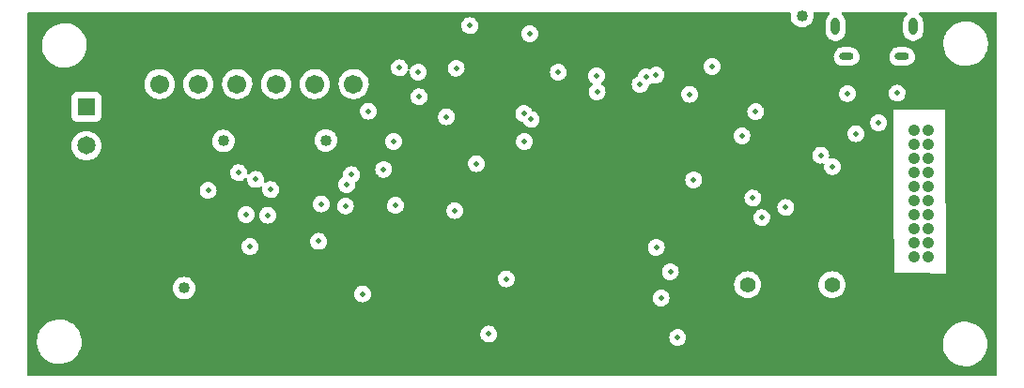
<source format=gbr>
%TF.GenerationSoftware,KiCad,Pcbnew,(6.0.9)*%
%TF.CreationDate,2022-12-21T09:32:13-07:00*%
%TF.ProjectId,Flight-Computer-Lite,466c6967-6874-42d4-936f-6d7075746572,rev?*%
%TF.SameCoordinates,Original*%
%TF.FileFunction,Copper,L3,Inr*%
%TF.FilePolarity,Positive*%
%FSLAX46Y46*%
G04 Gerber Fmt 4.6, Leading zero omitted, Abs format (unit mm)*
G04 Created by KiCad (PCBNEW (6.0.9)) date 2022-12-21 09:32:13*
%MOMM*%
%LPD*%
G01*
G04 APERTURE LIST*
%TA.AperFunction,ComponentPad*%
%ADD10C,1.066800*%
%TD*%
%TA.AperFunction,ComponentPad*%
%ADD11O,1.300000X0.650000*%
%TD*%
%TA.AperFunction,ComponentPad*%
%ADD12O,0.775000X1.550000*%
%TD*%
%TA.AperFunction,ComponentPad*%
%ADD13R,1.650000X1.650000*%
%TD*%
%TA.AperFunction,ComponentPad*%
%ADD14C,1.650000*%
%TD*%
%TA.AperFunction,ComponentPad*%
%ADD15C,1.701800*%
%TD*%
%TA.AperFunction,ComponentPad*%
%ADD16C,1.408000*%
%TD*%
%TA.AperFunction,ViaPad*%
%ADD17C,0.499999*%
%TD*%
%TA.AperFunction,ViaPad*%
%ADD18C,1.016000*%
%TD*%
G04 APERTURE END LIST*
D10*
%TO.N,3.3V*%
%TO.C,P2*%
X231230550Y-87706200D03*
X232500550Y-87706200D03*
%TO.N,Earth*%
X231230550Y-88976200D03*
X232500550Y-88976200D03*
X231230550Y-90246200D03*
X232500550Y-90246200D03*
%TO.N,SWDIO*%
X231230550Y-91516200D03*
%TO.N,Earth*%
X232500550Y-91516200D03*
%TO.N,SWCLK*%
X231230550Y-92786200D03*
%TO.N,Earth*%
X232500550Y-92786200D03*
%TO.N,unconnected-(P2-Pad11)*%
X231230550Y-94056200D03*
%TO.N,Earth*%
X232500550Y-94056200D03*
%TO.N,SWO*%
X231230550Y-95326200D03*
%TO.N,Earth*%
X232500550Y-95326200D03*
%TO.N,NRST*%
X231230550Y-96596200D03*
%TO.N,Earth*%
X232500550Y-96596200D03*
%TO.N,unconnected-(P2-Pad17)*%
X231230550Y-97866200D03*
%TO.N,Earth*%
X232500550Y-97866200D03*
%TO.N,unconnected-(P2-Pad19)*%
X231230550Y-99136200D03*
%TO.N,Earth*%
X232500550Y-99136200D03*
%TD*%
D11*
%TO.N,Earth*%
%TO.C,P3*%
X230185600Y-81021500D03*
D12*
X231185600Y-78321500D03*
X224185600Y-78321500D03*
D11*
X225185600Y-81021500D03*
%TD*%
D13*
%TO.N,/PIN_SCREW*%
%TO.C,P1*%
X156670400Y-85575200D03*
D14*
%TO.N,Earth*%
X156670400Y-89075200D03*
%TD*%
D15*
%TO.N,VIN*%
%TO.C,P4*%
X180758803Y-83500501D03*
%TO.N,VIN_SW*%
X177258800Y-83500501D03*
X173758799Y-83500501D03*
%TO.N,Net-(P4-Pad4)*%
X170258798Y-83500501D03*
%TO.N,VIN_SW*%
X166758798Y-83500501D03*
%TO.N,Net-(P4-Pad6)*%
X163258797Y-83500501D03*
%TD*%
D16*
%TO.N,BEEP*%
%TO.C,BZ1*%
X216265600Y-101625400D03*
%TO.N,Earth*%
X223865600Y-101625400D03*
%TD*%
D17*
%TO.N,Net-(P4-Pad4)*%
X171424600Y-98196400D03*
X171069000Y-95300800D03*
%TO.N,Net-(P4-Pad6)*%
X177596800Y-97713800D03*
%TO.N,NRST*%
X196146800Y-88688800D03*
%TO.N,Earth*%
X172999400Y-95351600D03*
X209959000Y-106403200D03*
X181559401Y-102463399D03*
X208026000Y-98247200D03*
X186588400Y-82423000D03*
X180009800Y-94513400D03*
X228066600Y-86995000D03*
X192938400Y-106095800D03*
D18*
X178257200Y-88595200D03*
D17*
X215747600Y-88188800D03*
X182092600Y-85953600D03*
X226034600Y-87985600D03*
X196621400Y-78968600D03*
X196742900Y-86695700D03*
X184886600Y-82042000D03*
X189128400Y-86461600D03*
X191211200Y-78232000D03*
D18*
X169011600Y-88646000D03*
D17*
X189877700Y-94932500D03*
X167640000Y-93116400D03*
X208014200Y-82688800D03*
X194501400Y-101103800D03*
X213055200Y-81915000D03*
X189992000Y-82067400D03*
X191832600Y-90691600D03*
D18*
X165468300Y-101942900D03*
D17*
%TO.N,3.3V*%
X188544200Y-83718400D03*
X182143400Y-92481400D03*
X194640200Y-103555800D03*
X195834000Y-87426800D03*
X192646800Y-92188800D03*
X208270800Y-95868800D03*
X192608200Y-79629000D03*
X227200400Y-93322200D03*
X176174400Y-96647000D03*
X226796600Y-103555800D03*
X217881200Y-84988400D03*
X204038200Y-102235000D03*
X163604000Y-85930800D03*
X167662800Y-94993400D03*
X183730000Y-78931400D03*
X188773800Y-79602600D03*
X210724000Y-82188800D03*
X196204500Y-97140100D03*
D18*
X159816800Y-97485200D03*
%TO.N,VIN*%
X221164430Y-77361770D03*
D17*
%TO.N,5V*%
X229717600Y-84328000D03*
X225272600Y-84353400D03*
%TO.N,/Peripherals/D-*%
X222846900Y-89928700D03*
X223926400Y-90957400D03*
%TO.N,SWDIO*%
X207137000Y-82854800D03*
%TO.N,SWCLK*%
X206578200Y-83540600D03*
%TO.N,SWO*%
X202692000Y-84201000D03*
%TO.N,Net-(P4-Pad4)*%
X171932600Y-92125800D03*
%TO.N,Net-(P4-Pad6)*%
X177825400Y-94335600D03*
%TO.N,USB_DETECT*%
X217525600Y-95580200D03*
X211404200Y-92151200D03*
%TO.N,FLASH_SCK*%
X208457800Y-102819200D03*
X209296000Y-100457000D03*
%TO.N,~{USB_RST}*%
X216989600Y-86007000D03*
X211048600Y-84429600D03*
%TO.N,VCOMP*%
X173278800Y-93040200D03*
X180111400Y-92608400D03*
X170383200Y-91516200D03*
%TO.N,~{SWITCH}*%
X183464200Y-91211400D03*
X202641200Y-82753200D03*
%TO.N,BP_SDA*%
X199204500Y-82440700D03*
X186639200Y-84658200D03*
%TO.N,~{MAIN_CONT}*%
X180543200Y-91694000D03*
X184353200Y-88696800D03*
%TO.N,~{DROGUE_CONT}*%
X184533600Y-94465200D03*
X196088000Y-86156800D03*
%TO.N,TX_USB*%
X216738200Y-93802200D03*
X219700000Y-94650400D03*
%TD*%
%TA.AperFunction,Conductor*%
%TO.N,3.3V*%
G36*
X230608803Y-77033302D02*
G01*
X230655296Y-77086958D01*
X230665400Y-77157232D01*
X230635906Y-77221812D01*
X230614744Y-77241235D01*
X230582757Y-77264475D01*
X230456728Y-77404444D01*
X230362555Y-77567557D01*
X230304353Y-77746685D01*
X230289600Y-77887048D01*
X230289600Y-78755952D01*
X230304353Y-78896315D01*
X230362555Y-79075443D01*
X230365858Y-79081165D01*
X230365859Y-79081166D01*
X230378676Y-79103365D01*
X230456728Y-79238556D01*
X230582757Y-79378525D01*
X230735132Y-79489233D01*
X230741161Y-79491917D01*
X230741164Y-79491919D01*
X230901160Y-79563153D01*
X230901163Y-79563154D01*
X230907196Y-79565840D01*
X230984045Y-79582175D01*
X231084970Y-79603628D01*
X231084975Y-79603628D01*
X231091427Y-79605000D01*
X231279773Y-79605000D01*
X231286225Y-79603628D01*
X231286230Y-79603628D01*
X231371888Y-79585420D01*
X231464004Y-79565840D01*
X231470039Y-79563153D01*
X231630037Y-79491918D01*
X231630039Y-79491917D01*
X231636067Y-79489233D01*
X231788443Y-79378525D01*
X231914472Y-79238556D01*
X231992524Y-79103365D01*
X232005341Y-79081166D01*
X232005342Y-79081165D01*
X232008645Y-79075443D01*
X232066847Y-78896315D01*
X232081600Y-78755952D01*
X232081600Y-77887048D01*
X232066847Y-77746685D01*
X232008645Y-77567557D01*
X231914472Y-77404444D01*
X231788443Y-77264475D01*
X231783104Y-77260596D01*
X231783102Y-77260594D01*
X231756457Y-77241235D01*
X231713104Y-77185012D01*
X231707029Y-77114276D01*
X231740161Y-77051485D01*
X231801982Y-77016574D01*
X231830519Y-77013300D01*
X238632548Y-77013300D01*
X238700669Y-77033302D01*
X238747162Y-77086958D01*
X238758548Y-77139488D01*
X238710792Y-108993300D01*
X238709651Y-109754089D01*
X238689547Y-109822180D01*
X238635821Y-109868592D01*
X238583651Y-109879900D01*
X229376231Y-109879900D01*
X229331301Y-106914533D01*
X233852222Y-106914533D01*
X233862025Y-107195258D01*
X233862787Y-107199581D01*
X233862788Y-107199588D01*
X233886564Y-107334424D01*
X233910802Y-107471887D01*
X233997603Y-107739035D01*
X234120740Y-107991502D01*
X234123195Y-107995141D01*
X234123198Y-107995147D01*
X234196290Y-108103510D01*
X234277815Y-108224376D01*
X234465771Y-108433122D01*
X234680950Y-108613679D01*
X234919164Y-108762531D01*
X235175775Y-108876782D01*
X235445790Y-108954207D01*
X235450140Y-108954818D01*
X235450143Y-108954819D01*
X235553090Y-108969287D01*
X235723952Y-108993300D01*
X235934546Y-108993300D01*
X235936732Y-108993147D01*
X235936736Y-108993147D01*
X236140227Y-108978918D01*
X236140232Y-108978917D01*
X236144612Y-108978611D01*
X236419370Y-108920209D01*
X236423499Y-108918706D01*
X236423503Y-108918705D01*
X236679181Y-108825646D01*
X236679185Y-108825644D01*
X236683326Y-108824137D01*
X236931342Y-108692264D01*
X237036296Y-108616011D01*
X237155029Y-108529747D01*
X237155032Y-108529744D01*
X237158592Y-108527158D01*
X237360652Y-108332031D01*
X237533588Y-108110682D01*
X237535784Y-108106878D01*
X237535789Y-108106871D01*
X237671835Y-107871231D01*
X237674036Y-107867419D01*
X237779262Y-107606976D01*
X237812944Y-107471887D01*
X237846153Y-107338693D01*
X237846154Y-107338688D01*
X237847217Y-107334424D01*
X237876578Y-107055067D01*
X237866775Y-106774342D01*
X237843008Y-106639549D01*
X237818760Y-106502036D01*
X237817998Y-106497713D01*
X237731197Y-106230565D01*
X237608060Y-105978098D01*
X237605605Y-105974459D01*
X237605602Y-105974453D01*
X237525335Y-105855453D01*
X237450985Y-105745224D01*
X237263029Y-105536478D01*
X237047850Y-105355921D01*
X236809636Y-105207069D01*
X236553025Y-105092818D01*
X236283010Y-105015393D01*
X236278660Y-105014782D01*
X236278657Y-105014781D01*
X236175710Y-105000313D01*
X236004848Y-104976300D01*
X235794254Y-104976300D01*
X235792068Y-104976453D01*
X235792064Y-104976453D01*
X235588573Y-104990682D01*
X235588568Y-104990683D01*
X235584188Y-104990989D01*
X235309430Y-105049391D01*
X235305301Y-105050894D01*
X235305297Y-105050895D01*
X235049619Y-105143954D01*
X235049615Y-105143956D01*
X235045474Y-105145463D01*
X234797458Y-105277336D01*
X234793899Y-105279922D01*
X234793897Y-105279923D01*
X234689295Y-105355921D01*
X234570208Y-105442442D01*
X234368148Y-105637569D01*
X234195212Y-105858918D01*
X234193016Y-105862722D01*
X234193011Y-105862729D01*
X234079194Y-106059867D01*
X234054764Y-106102181D01*
X233949538Y-106362624D01*
X233948473Y-106366897D01*
X233948472Y-106366899D01*
X233914779Y-106502036D01*
X233881583Y-106635176D01*
X233852222Y-106914533D01*
X229331301Y-106914533D01*
X229235000Y-100558600D01*
X229456143Y-100560880D01*
X229456144Y-100560880D01*
X231379565Y-100580709D01*
X234162600Y-100609400D01*
X234052324Y-87795295D01*
X234035756Y-85870115D01*
X234035600Y-85852000D01*
X229336600Y-85852000D01*
X229336600Y-84985198D01*
X229367548Y-85005450D01*
X229367552Y-85005452D01*
X229373446Y-85009309D01*
X229532942Y-85068625D01*
X229539923Y-85069556D01*
X229539925Y-85069557D01*
X229586026Y-85075708D01*
X229701615Y-85091131D01*
X229708626Y-85090493D01*
X229708630Y-85090493D01*
X229864061Y-85076347D01*
X229871082Y-85075708D01*
X229877784Y-85073530D01*
X229877786Y-85073530D01*
X230026223Y-85025300D01*
X230026226Y-85025299D01*
X230032922Y-85023123D01*
X230104667Y-84980355D01*
X230173034Y-84939600D01*
X230173037Y-84939598D01*
X230179089Y-84935990D01*
X230302320Y-84818638D01*
X230396490Y-84676902D01*
X230398990Y-84670321D01*
X230454417Y-84524409D01*
X230454418Y-84524406D01*
X230456918Y-84517824D01*
X230480600Y-84349313D01*
X230480898Y-84328000D01*
X230461930Y-84158892D01*
X230405967Y-83998190D01*
X230399982Y-83988611D01*
X230319525Y-83859853D01*
X230315792Y-83853879D01*
X230255838Y-83793506D01*
X230200849Y-83738131D01*
X230200845Y-83738128D01*
X230195885Y-83733133D01*
X230052208Y-83641952D01*
X229891900Y-83584869D01*
X229722929Y-83564721D01*
X229715926Y-83565457D01*
X229715925Y-83565457D01*
X229560701Y-83581771D01*
X229560697Y-83581772D01*
X229553693Y-83582508D01*
X229547022Y-83584779D01*
X229399274Y-83635076D01*
X229399271Y-83635077D01*
X229392604Y-83637347D01*
X229386606Y-83641037D01*
X229386604Y-83641038D01*
X229378979Y-83645729D01*
X229336600Y-83671801D01*
X229336600Y-81670086D01*
X229426278Y-81738650D01*
X229512972Y-81779076D01*
X229584231Y-81812305D01*
X229584234Y-81812306D01*
X229590408Y-81815185D01*
X229597056Y-81816671D01*
X229597059Y-81816672D01*
X229703021Y-81840357D01*
X229767143Y-81854690D01*
X229772688Y-81855000D01*
X230555844Y-81855000D01*
X230690637Y-81840357D01*
X230835797Y-81791505D01*
X230855804Y-81784772D01*
X230855806Y-81784771D01*
X230862275Y-81782594D01*
X231017505Y-81689323D01*
X231022462Y-81684635D01*
X231022465Y-81684633D01*
X231144127Y-81569582D01*
X231144129Y-81569580D01*
X231149085Y-81564893D01*
X231152917Y-81559255D01*
X231152920Y-81559251D01*
X231247042Y-81420755D01*
X231250877Y-81415112D01*
X231318130Y-81246966D01*
X231319244Y-81240238D01*
X231319245Y-81240234D01*
X231346593Y-81075039D01*
X231346593Y-81075036D01*
X231347708Y-81068302D01*
X231343445Y-80986947D01*
X231338587Y-80894266D01*
X231338230Y-80887453D01*
X231290139Y-80712859D01*
X231205678Y-80552664D01*
X231201273Y-80547451D01*
X231201270Y-80547447D01*
X231093194Y-80419557D01*
X231093190Y-80419553D01*
X231088787Y-80414343D01*
X231083362Y-80410195D01*
X230950343Y-80308494D01*
X230950339Y-80308491D01*
X230944922Y-80304350D01*
X230839786Y-80255325D01*
X230786969Y-80230695D01*
X230786966Y-80230694D01*
X230780792Y-80227815D01*
X230774144Y-80226329D01*
X230774141Y-80226328D01*
X230609094Y-80189436D01*
X230609095Y-80189436D01*
X230604057Y-80188310D01*
X230598512Y-80188000D01*
X229815356Y-80188000D01*
X229680563Y-80202643D01*
X229597209Y-80230695D01*
X229515396Y-80258228D01*
X229515394Y-80258229D01*
X229508925Y-80260406D01*
X229353695Y-80353677D01*
X229348738Y-80358365D01*
X229348735Y-80358367D01*
X229336600Y-80369843D01*
X229336600Y-79787333D01*
X233903022Y-79787333D01*
X233912825Y-80068058D01*
X233913587Y-80072381D01*
X233913588Y-80072388D01*
X233936940Y-80204820D01*
X233961602Y-80344687D01*
X234048403Y-80611835D01*
X234050331Y-80615788D01*
X234050333Y-80615793D01*
X234097676Y-80712859D01*
X234171540Y-80864302D01*
X234173995Y-80867941D01*
X234173998Y-80867947D01*
X234246003Y-80974698D01*
X234328615Y-81097176D01*
X234331560Y-81100447D01*
X234331561Y-81100448D01*
X234422426Y-81201364D01*
X234516571Y-81305922D01*
X234731750Y-81486479D01*
X234969964Y-81635331D01*
X235048025Y-81670086D01*
X235192712Y-81734505D01*
X235226575Y-81749582D01*
X235496590Y-81827007D01*
X235500940Y-81827618D01*
X235500943Y-81827619D01*
X235603890Y-81842087D01*
X235774752Y-81866100D01*
X235985346Y-81866100D01*
X235987532Y-81865947D01*
X235987536Y-81865947D01*
X236191027Y-81851718D01*
X236191032Y-81851717D01*
X236195412Y-81851411D01*
X236470170Y-81793009D01*
X236474299Y-81791506D01*
X236474303Y-81791505D01*
X236729981Y-81698446D01*
X236729985Y-81698444D01*
X236734126Y-81696937D01*
X236982142Y-81565064D01*
X237087096Y-81488811D01*
X237205829Y-81402547D01*
X237205832Y-81402544D01*
X237209392Y-81399958D01*
X237411452Y-81204831D01*
X237584388Y-80983482D01*
X237586584Y-80979678D01*
X237586589Y-80979671D01*
X237722635Y-80744031D01*
X237724836Y-80740219D01*
X237830062Y-80479776D01*
X237847411Y-80410195D01*
X237896953Y-80211493D01*
X237896954Y-80211488D01*
X237898017Y-80207224D01*
X237898499Y-80202643D01*
X237926919Y-79932236D01*
X237926919Y-79932233D01*
X237927378Y-79927867D01*
X237917575Y-79647142D01*
X237910145Y-79605000D01*
X237885830Y-79467106D01*
X237868798Y-79370513D01*
X237781997Y-79103365D01*
X237768379Y-79075443D01*
X237677810Y-78889751D01*
X237658860Y-78850898D01*
X237656405Y-78847259D01*
X237656402Y-78847253D01*
X237576135Y-78728253D01*
X237501785Y-78618024D01*
X237313829Y-78409278D01*
X237098650Y-78228721D01*
X236860436Y-78079869D01*
X236603825Y-77965618D01*
X236333810Y-77888193D01*
X236329460Y-77887582D01*
X236329457Y-77887581D01*
X236226510Y-77873113D01*
X236055648Y-77849100D01*
X235845054Y-77849100D01*
X235842868Y-77849253D01*
X235842864Y-77849253D01*
X235639373Y-77863482D01*
X235639368Y-77863483D01*
X235634988Y-77863789D01*
X235360230Y-77922191D01*
X235356101Y-77923694D01*
X235356097Y-77923695D01*
X235100419Y-78016754D01*
X235100415Y-78016756D01*
X235096274Y-78018263D01*
X234848258Y-78150136D01*
X234844699Y-78152722D01*
X234844697Y-78152723D01*
X234740095Y-78228721D01*
X234621008Y-78315242D01*
X234418948Y-78510369D01*
X234246012Y-78731718D01*
X234243816Y-78735522D01*
X234243811Y-78735529D01*
X234150982Y-78896315D01*
X234105564Y-78974981D01*
X234000338Y-79235424D01*
X233999273Y-79239697D01*
X233999272Y-79239699D01*
X233936387Y-79491918D01*
X233932383Y-79507976D01*
X233931924Y-79512344D01*
X233931923Y-79512349D01*
X233918211Y-79642812D01*
X233903022Y-79787333D01*
X229336600Y-79787333D01*
X229336600Y-77013300D01*
X230540682Y-77013300D01*
X230608803Y-77033302D01*
G37*
%TD.AperFunction*%
%TD*%
%TA.AperFunction,Conductor*%
%TO.N,3.3V*%
G36*
X220107796Y-77033302D02*
G01*
X220154289Y-77086958D01*
X220164890Y-77153344D01*
X220152861Y-77260594D01*
X220143112Y-77347509D01*
X220159792Y-77546156D01*
X220214740Y-77737779D01*
X220305860Y-77915081D01*
X220429683Y-78071307D01*
X220581493Y-78200507D01*
X220586871Y-78203513D01*
X220586873Y-78203514D01*
X220628827Y-78226961D01*
X220755506Y-78297759D01*
X220761365Y-78299663D01*
X220761368Y-78299664D01*
X220797131Y-78311284D01*
X220945095Y-78359361D01*
X220951205Y-78360090D01*
X220951207Y-78360090D01*
X221018744Y-78368143D01*
X221143039Y-78382964D01*
X221149174Y-78382492D01*
X221149176Y-78382492D01*
X221335656Y-78368143D01*
X221335661Y-78368142D01*
X221341797Y-78367670D01*
X221347727Y-78366014D01*
X221347729Y-78366014D01*
X221437798Y-78340866D01*
X221533800Y-78314062D01*
X221539300Y-78311284D01*
X221706232Y-78226961D01*
X221706234Y-78226960D01*
X221711733Y-78224182D01*
X221868820Y-78101452D01*
X221892794Y-78073678D01*
X221995048Y-77955216D01*
X221995049Y-77955214D01*
X221999077Y-77950548D01*
X222097542Y-77777218D01*
X222160465Y-77588064D01*
X222172698Y-77491234D01*
X222185008Y-77393793D01*
X222185009Y-77393783D01*
X222185450Y-77390290D01*
X222185848Y-77361770D01*
X222172125Y-77221812D01*
X222166996Y-77169504D01*
X222166996Y-77169503D01*
X222166395Y-77163376D01*
X222166013Y-77162110D01*
X222172249Y-77093070D01*
X222215850Y-77037039D01*
X222289461Y-77013300D01*
X223540682Y-77013300D01*
X223608803Y-77033302D01*
X223655296Y-77086958D01*
X223665400Y-77157232D01*
X223635906Y-77221812D01*
X223614744Y-77241235D01*
X223582757Y-77264475D01*
X223578344Y-77269377D01*
X223578342Y-77269378D01*
X223495152Y-77361770D01*
X223456728Y-77404444D01*
X223453425Y-77410165D01*
X223375029Y-77545952D01*
X223362555Y-77567557D01*
X223304353Y-77746685D01*
X223303663Y-77753248D01*
X223303663Y-77753249D01*
X223301759Y-77771365D01*
X223289600Y-77887048D01*
X223289600Y-78755952D01*
X223304353Y-78896315D01*
X223306393Y-78902593D01*
X223306393Y-78902594D01*
X223329450Y-78973557D01*
X223362555Y-79075443D01*
X223365858Y-79081165D01*
X223365859Y-79081166D01*
X223410464Y-79158424D01*
X223456728Y-79238556D01*
X223461146Y-79243463D01*
X223461147Y-79243464D01*
X223533090Y-79323364D01*
X223582757Y-79378525D01*
X223588096Y-79382404D01*
X223659556Y-79434323D01*
X223735132Y-79489233D01*
X223741161Y-79491917D01*
X223741164Y-79491919D01*
X223901160Y-79563153D01*
X223901163Y-79563154D01*
X223907196Y-79565840D01*
X223974754Y-79580200D01*
X224084970Y-79603628D01*
X224084975Y-79603628D01*
X224091427Y-79605000D01*
X224279773Y-79605000D01*
X224286225Y-79603628D01*
X224286230Y-79603628D01*
X224396446Y-79580200D01*
X224464004Y-79565840D01*
X224475798Y-79560589D01*
X224630037Y-79491918D01*
X224630039Y-79491917D01*
X224636067Y-79489233D01*
X224677352Y-79459238D01*
X224783104Y-79382404D01*
X224788443Y-79378525D01*
X224838111Y-79323364D01*
X224910053Y-79243464D01*
X224910054Y-79243463D01*
X224914472Y-79238556D01*
X224960736Y-79158424D01*
X225005341Y-79081166D01*
X225005342Y-79081165D01*
X225008645Y-79075443D01*
X225041750Y-78973557D01*
X225064807Y-78902594D01*
X225064807Y-78902593D01*
X225066847Y-78896315D01*
X225081600Y-78755952D01*
X225081600Y-77887048D01*
X225069441Y-77771365D01*
X225067537Y-77753249D01*
X225067537Y-77753248D01*
X225066847Y-77746685D01*
X225008645Y-77567557D01*
X224996172Y-77545952D01*
X224917775Y-77410165D01*
X224914472Y-77404444D01*
X224876048Y-77361770D01*
X224792858Y-77269378D01*
X224792856Y-77269377D01*
X224788443Y-77264475D01*
X224783104Y-77260596D01*
X224783102Y-77260594D01*
X224756457Y-77241235D01*
X224713104Y-77185012D01*
X224707029Y-77114276D01*
X224740161Y-77051485D01*
X224801982Y-77016574D01*
X224830519Y-77013300D01*
X229213733Y-77013300D01*
X229281854Y-77033302D01*
X229328347Y-77086958D01*
X229339732Y-77138744D01*
X229347882Y-78985966D01*
X229353521Y-80263924D01*
X229353675Y-80298876D01*
X229333973Y-80367084D01*
X229314251Y-80390978D01*
X229222115Y-80478107D01*
X229218283Y-80483745D01*
X229218280Y-80483749D01*
X229167340Y-80558705D01*
X229120323Y-80627888D01*
X229053070Y-80796034D01*
X229051956Y-80802762D01*
X229051955Y-80802766D01*
X229036449Y-80896431D01*
X229023492Y-80974698D01*
X229023849Y-80981515D01*
X229023849Y-80981519D01*
X229028751Y-81075039D01*
X229032970Y-81155547D01*
X229034781Y-81162120D01*
X229034781Y-81162123D01*
X229072447Y-81298869D01*
X229081061Y-81330141D01*
X229165522Y-81490336D01*
X229169927Y-81495549D01*
X229169930Y-81495553D01*
X229228528Y-81564893D01*
X229282413Y-81628657D01*
X229291291Y-81635444D01*
X229310607Y-81650214D01*
X229352573Y-81707480D01*
X229360075Y-81749753D01*
X229363855Y-82606516D01*
X229368156Y-83581413D01*
X229348455Y-83649619D01*
X229308180Y-83689284D01*
X229253673Y-83722817D01*
X229253667Y-83722822D01*
X229247667Y-83726513D01*
X229242636Y-83731440D01*
X229242633Y-83731442D01*
X229214969Y-83758533D01*
X229126086Y-83845573D01*
X229033905Y-83988611D01*
X229031496Y-83995231D01*
X229031495Y-83995232D01*
X228984750Y-84123662D01*
X228975704Y-84148516D01*
X228954376Y-84317343D01*
X228970982Y-84486699D01*
X228973206Y-84493384D01*
X228973206Y-84493385D01*
X228982448Y-84521167D01*
X229024695Y-84648167D01*
X229028342Y-84654189D01*
X229028343Y-84654191D01*
X229073072Y-84728047D01*
X229112847Y-84793723D01*
X229117743Y-84798793D01*
X229152469Y-84834752D01*
X229231056Y-84916131D01*
X229317753Y-84972864D01*
X229363801Y-85026902D01*
X229374758Y-85077740D01*
X229483621Y-109753346D01*
X229463920Y-109821552D01*
X229410470Y-109868282D01*
X229357623Y-109879900D01*
X151459700Y-109879900D01*
X151391579Y-109859898D01*
X151345086Y-109806242D01*
X151333700Y-109753900D01*
X151333700Y-106711333D01*
X152216622Y-106711333D01*
X152216775Y-106715721D01*
X152216775Y-106715727D01*
X152226223Y-106986262D01*
X152226425Y-106992058D01*
X152227187Y-106996381D01*
X152227188Y-106996388D01*
X152253350Y-107144757D01*
X152275202Y-107268687D01*
X152362003Y-107535835D01*
X152485140Y-107788302D01*
X152487595Y-107791941D01*
X152487598Y-107791947D01*
X152560690Y-107900310D01*
X152642215Y-108021176D01*
X152830171Y-108229922D01*
X153045350Y-108410479D01*
X153283564Y-108559331D01*
X153540175Y-108673582D01*
X153810190Y-108751007D01*
X153814540Y-108751618D01*
X153814543Y-108751619D01*
X153917490Y-108766087D01*
X154088352Y-108790100D01*
X154298946Y-108790100D01*
X154301132Y-108789947D01*
X154301136Y-108789947D01*
X154504627Y-108775718D01*
X154504632Y-108775717D01*
X154509012Y-108775411D01*
X154783770Y-108717009D01*
X154787899Y-108715506D01*
X154787903Y-108715505D01*
X155043581Y-108622446D01*
X155043585Y-108622444D01*
X155047726Y-108620937D01*
X155295742Y-108489064D01*
X155400696Y-108412811D01*
X155519429Y-108326547D01*
X155519432Y-108326544D01*
X155522992Y-108323958D01*
X155725052Y-108128831D01*
X155897988Y-107907482D01*
X155900184Y-107903678D01*
X155900189Y-107903671D01*
X156036235Y-107668031D01*
X156038436Y-107664219D01*
X156143662Y-107403776D01*
X156177344Y-107268687D01*
X156210553Y-107135493D01*
X156210554Y-107135488D01*
X156211617Y-107131224D01*
X156214847Y-107100500D01*
X156240519Y-106856236D01*
X156240519Y-106856233D01*
X156240978Y-106851867D01*
X156240825Y-106847473D01*
X156231329Y-106575539D01*
X156231328Y-106575533D01*
X156231175Y-106571142D01*
X156229546Y-106561899D01*
X156183160Y-106298836D01*
X156182398Y-106294513D01*
X156114370Y-106085143D01*
X192175176Y-106085143D01*
X192191782Y-106254499D01*
X192245495Y-106415967D01*
X192249142Y-106421989D01*
X192249143Y-106421991D01*
X192266448Y-106450564D01*
X192333647Y-106561523D01*
X192338543Y-106566593D01*
X192357333Y-106586050D01*
X192451856Y-106683931D01*
X192594246Y-106777109D01*
X192753742Y-106836425D01*
X192760723Y-106837356D01*
X192760725Y-106837357D01*
X192806826Y-106843508D01*
X192922415Y-106858931D01*
X192929426Y-106858293D01*
X192929430Y-106858293D01*
X193084861Y-106844147D01*
X193091882Y-106843508D01*
X193098584Y-106841330D01*
X193098586Y-106841330D01*
X193247023Y-106793100D01*
X193247026Y-106793099D01*
X193253722Y-106790923D01*
X193356943Y-106729391D01*
X193393834Y-106707400D01*
X193393837Y-106707398D01*
X193399889Y-106703790D01*
X193523120Y-106586438D01*
X193530362Y-106575539D01*
X193613395Y-106450564D01*
X193617290Y-106444702D01*
X193625917Y-106421991D01*
X193637103Y-106392543D01*
X209195776Y-106392543D01*
X209212382Y-106561899D01*
X209266095Y-106723367D01*
X209269742Y-106729389D01*
X209269743Y-106729391D01*
X209287048Y-106757964D01*
X209354247Y-106868923D01*
X209359143Y-106873993D01*
X209378307Y-106893838D01*
X209472456Y-106991331D01*
X209614846Y-107084509D01*
X209774342Y-107143825D01*
X209781323Y-107144756D01*
X209781325Y-107144757D01*
X209827426Y-107150908D01*
X209943015Y-107166331D01*
X209950026Y-107165693D01*
X209950030Y-107165693D01*
X210105461Y-107151547D01*
X210112482Y-107150908D01*
X210119184Y-107148730D01*
X210119186Y-107148730D01*
X210267623Y-107100500D01*
X210267626Y-107100499D01*
X210274322Y-107098323D01*
X210346067Y-107055554D01*
X210414434Y-107014800D01*
X210414437Y-107014798D01*
X210420489Y-107011190D01*
X210543720Y-106893838D01*
X210566913Y-106858931D01*
X210633995Y-106757964D01*
X210637890Y-106752102D01*
X210646517Y-106729391D01*
X210695817Y-106599609D01*
X210695818Y-106599606D01*
X210698318Y-106593024D01*
X210722000Y-106424513D01*
X210722298Y-106403200D01*
X210709849Y-106292209D01*
X210704115Y-106241088D01*
X210704114Y-106241085D01*
X210703330Y-106234092D01*
X210647367Y-106073390D01*
X210641382Y-106063811D01*
X210560925Y-105935053D01*
X210557192Y-105929079D01*
X210497239Y-105868706D01*
X210442249Y-105813331D01*
X210442245Y-105813328D01*
X210437285Y-105808333D01*
X210293608Y-105717152D01*
X210133300Y-105660069D01*
X209964329Y-105639921D01*
X209957326Y-105640657D01*
X209957325Y-105640657D01*
X209802101Y-105656971D01*
X209802097Y-105656972D01*
X209795093Y-105657708D01*
X209788422Y-105659979D01*
X209640674Y-105710276D01*
X209640671Y-105710277D01*
X209634004Y-105712547D01*
X209628006Y-105716237D01*
X209628004Y-105716238D01*
X209620379Y-105720929D01*
X209489067Y-105801713D01*
X209484036Y-105806640D01*
X209484033Y-105806642D01*
X209428276Y-105861243D01*
X209367486Y-105920773D01*
X209275305Y-106063811D01*
X209272896Y-106070431D01*
X209272895Y-106070432D01*
X209219513Y-106217097D01*
X209217104Y-106223716D01*
X209195776Y-106392543D01*
X193637103Y-106392543D01*
X193675217Y-106292209D01*
X193675218Y-106292206D01*
X193677718Y-106285624D01*
X193701400Y-106117113D01*
X193701698Y-106095800D01*
X193682730Y-105926692D01*
X193626767Y-105765990D01*
X193620782Y-105756411D01*
X193540325Y-105627653D01*
X193536592Y-105621679D01*
X193461116Y-105545675D01*
X193421649Y-105505931D01*
X193421645Y-105505928D01*
X193416685Y-105500933D01*
X193273008Y-105409752D01*
X193112700Y-105352669D01*
X192943729Y-105332521D01*
X192936726Y-105333257D01*
X192936725Y-105333257D01*
X192781501Y-105349571D01*
X192781497Y-105349572D01*
X192774493Y-105350308D01*
X192767822Y-105352579D01*
X192620074Y-105402876D01*
X192620071Y-105402877D01*
X192613404Y-105405147D01*
X192607406Y-105408837D01*
X192607404Y-105408838D01*
X192599779Y-105413529D01*
X192468467Y-105494313D01*
X192463436Y-105499240D01*
X192463433Y-105499242D01*
X192423087Y-105538752D01*
X192346886Y-105613373D01*
X192254705Y-105756411D01*
X192252296Y-105763031D01*
X192252295Y-105763032D01*
X192249303Y-105771253D01*
X192196504Y-105916316D01*
X192175176Y-106085143D01*
X156114370Y-106085143D01*
X156095597Y-106027365D01*
X156049908Y-105933688D01*
X155988767Y-105808333D01*
X155972460Y-105774898D01*
X155970005Y-105771259D01*
X155970002Y-105771253D01*
X155881980Y-105640755D01*
X155815385Y-105542024D01*
X155778387Y-105500933D01*
X155630366Y-105336540D01*
X155627429Y-105333278D01*
X155412250Y-105152721D01*
X155174036Y-105003869D01*
X154917425Y-104889618D01*
X154647410Y-104812193D01*
X154643060Y-104811582D01*
X154643057Y-104811581D01*
X154540110Y-104797113D01*
X154369248Y-104773100D01*
X154158654Y-104773100D01*
X154156468Y-104773253D01*
X154156464Y-104773253D01*
X153952973Y-104787482D01*
X153952968Y-104787483D01*
X153948588Y-104787789D01*
X153673830Y-104846191D01*
X153669701Y-104847694D01*
X153669697Y-104847695D01*
X153414019Y-104940754D01*
X153414015Y-104940756D01*
X153409874Y-104942263D01*
X153161858Y-105074136D01*
X153158299Y-105076722D01*
X153158297Y-105076723D01*
X153053695Y-105152721D01*
X152934608Y-105239242D01*
X152732548Y-105434369D01*
X152559612Y-105655718D01*
X152557416Y-105659522D01*
X152557411Y-105659529D01*
X152468614Y-105813331D01*
X152419164Y-105898981D01*
X152313938Y-106159424D01*
X152312873Y-106163697D01*
X152312872Y-106163699D01*
X152247844Y-106424513D01*
X152245983Y-106431976D01*
X152245524Y-106436344D01*
X152245523Y-106436349D01*
X152217926Y-106698927D01*
X152216622Y-106711333D01*
X151333700Y-106711333D01*
X151333700Y-101928639D01*
X164446982Y-101928639D01*
X164463662Y-102127286D01*
X164475679Y-102169194D01*
X164511551Y-102294291D01*
X164518610Y-102318909D01*
X164535130Y-102351053D01*
X164606225Y-102489390D01*
X164609730Y-102496211D01*
X164733553Y-102652437D01*
X164885363Y-102781637D01*
X164890741Y-102784643D01*
X164890743Y-102784644D01*
X164983647Y-102836566D01*
X165059376Y-102878889D01*
X165065235Y-102880793D01*
X165065238Y-102880794D01*
X165101001Y-102892414D01*
X165248965Y-102940491D01*
X165255075Y-102941220D01*
X165255077Y-102941220D01*
X165322614Y-102949273D01*
X165446909Y-102964094D01*
X165453044Y-102963622D01*
X165453046Y-102963622D01*
X165639526Y-102949273D01*
X165639531Y-102949272D01*
X165645667Y-102948800D01*
X165651597Y-102947144D01*
X165651599Y-102947144D01*
X165741669Y-102921996D01*
X165837670Y-102895192D01*
X165843170Y-102892414D01*
X166010102Y-102808091D01*
X166010104Y-102808090D01*
X166015603Y-102805312D01*
X166172690Y-102682582D01*
X166198032Y-102653223D01*
X166298918Y-102536346D01*
X166298919Y-102536344D01*
X166302947Y-102531678D01*
X166347789Y-102452742D01*
X180796177Y-102452742D01*
X180812783Y-102622098D01*
X180815007Y-102628783D01*
X180815007Y-102628784D01*
X180825327Y-102659808D01*
X180866496Y-102783566D01*
X180870143Y-102789588D01*
X180870144Y-102789590D01*
X180898594Y-102836566D01*
X180954648Y-102929122D01*
X180959544Y-102934192D01*
X180973651Y-102948800D01*
X181072857Y-103051530D01*
X181215247Y-103144708D01*
X181374743Y-103204024D01*
X181381724Y-103204955D01*
X181381726Y-103204956D01*
X181427827Y-103211107D01*
X181543416Y-103226530D01*
X181550427Y-103225892D01*
X181550431Y-103225892D01*
X181705862Y-103211746D01*
X181712883Y-103211107D01*
X181719585Y-103208929D01*
X181719587Y-103208929D01*
X181868024Y-103160699D01*
X181868027Y-103160698D01*
X181874723Y-103158522D01*
X181946468Y-103115753D01*
X182014835Y-103074999D01*
X182014838Y-103074997D01*
X182020890Y-103071389D01*
X182144121Y-102954037D01*
X182154386Y-102938588D01*
X182218205Y-102842532D01*
X182238291Y-102812301D01*
X182239719Y-102808543D01*
X207694576Y-102808543D01*
X207711182Y-102977899D01*
X207764895Y-103139367D01*
X207768542Y-103145389D01*
X207768543Y-103145391D01*
X207785848Y-103173964D01*
X207853047Y-103284923D01*
X207857943Y-103289993D01*
X207877107Y-103309838D01*
X207971256Y-103407331D01*
X208113646Y-103500509D01*
X208273142Y-103559825D01*
X208280123Y-103560756D01*
X208280125Y-103560757D01*
X208326226Y-103566908D01*
X208441815Y-103582331D01*
X208448826Y-103581693D01*
X208448830Y-103581693D01*
X208604261Y-103567547D01*
X208611282Y-103566908D01*
X208617984Y-103564730D01*
X208617986Y-103564730D01*
X208766423Y-103516500D01*
X208766426Y-103516499D01*
X208773122Y-103514323D01*
X208844867Y-103471554D01*
X208913234Y-103430800D01*
X208913237Y-103430798D01*
X208919289Y-103427190D01*
X209042520Y-103309838D01*
X209136690Y-103168102D01*
X209147043Y-103140848D01*
X209194617Y-103015609D01*
X209194618Y-103015606D01*
X209197118Y-103009024D01*
X209220800Y-102840513D01*
X209221024Y-102824520D01*
X209221043Y-102823161D01*
X209221043Y-102823155D01*
X209221098Y-102819200D01*
X209202130Y-102650092D01*
X209146167Y-102489390D01*
X209140182Y-102479811D01*
X209059725Y-102351053D01*
X209055992Y-102345079D01*
X208950128Y-102238474D01*
X208941049Y-102229331D01*
X208941045Y-102229328D01*
X208936085Y-102224333D01*
X208792408Y-102133152D01*
X208632100Y-102076069D01*
X208463129Y-102055921D01*
X208456126Y-102056657D01*
X208456125Y-102056657D01*
X208300901Y-102072971D01*
X208300897Y-102072972D01*
X208293893Y-102073708D01*
X208287222Y-102075979D01*
X208139474Y-102126276D01*
X208139471Y-102126277D01*
X208132804Y-102128547D01*
X208126806Y-102132237D01*
X208126804Y-102132238D01*
X208125231Y-102133206D01*
X207987867Y-102217713D01*
X207982836Y-102222640D01*
X207982833Y-102222642D01*
X207966666Y-102238474D01*
X207866286Y-102336773D01*
X207774105Y-102479811D01*
X207771696Y-102486431D01*
X207771695Y-102486432D01*
X207722316Y-102622098D01*
X207715904Y-102639716D01*
X207694576Y-102808543D01*
X182239719Y-102808543D01*
X182248797Y-102784644D01*
X182296218Y-102659808D01*
X182296219Y-102659805D01*
X182298719Y-102653223D01*
X182322401Y-102484712D01*
X182322699Y-102463399D01*
X182313378Y-102380294D01*
X182304516Y-102301287D01*
X182304515Y-102301284D01*
X182303731Y-102294291D01*
X182247768Y-102133589D01*
X182243830Y-102127286D01*
X182161326Y-101995252D01*
X182157593Y-101989278D01*
X182091293Y-101922514D01*
X182042650Y-101873530D01*
X182042646Y-101873527D01*
X182037686Y-101868532D01*
X181894009Y-101777351D01*
X181733701Y-101720268D01*
X181564730Y-101700120D01*
X181557727Y-101700856D01*
X181557726Y-101700856D01*
X181402502Y-101717170D01*
X181402498Y-101717171D01*
X181395494Y-101717907D01*
X181388823Y-101720178D01*
X181241075Y-101770475D01*
X181241072Y-101770476D01*
X181234405Y-101772746D01*
X181228407Y-101776436D01*
X181228405Y-101776437D01*
X181214309Y-101785109D01*
X181089468Y-101861912D01*
X181084437Y-101866839D01*
X181084434Y-101866841D01*
X181028678Y-101921442D01*
X180967887Y-101980972D01*
X180875706Y-102124010D01*
X180873297Y-102130630D01*
X180873296Y-102130631D01*
X180871004Y-102136929D01*
X180817505Y-102283915D01*
X180796177Y-102452742D01*
X166347789Y-102452742D01*
X166401412Y-102358348D01*
X166464335Y-102169194D01*
X166479814Y-102046666D01*
X166488878Y-101974923D01*
X166488879Y-101974913D01*
X166489320Y-101971420D01*
X166489718Y-101942900D01*
X166470265Y-101744506D01*
X166468484Y-101738607D01*
X166468483Y-101738602D01*
X166414429Y-101559567D01*
X166412648Y-101553668D01*
X166340132Y-101417284D01*
X166321955Y-101383098D01*
X166321953Y-101383095D01*
X166319061Y-101377656D01*
X166315171Y-101372886D01*
X166315168Y-101372882D01*
X166196963Y-101227949D01*
X166196960Y-101227946D01*
X166193068Y-101223174D01*
X166163312Y-101198557D01*
X166085818Y-101134449D01*
X166039470Y-101096106D01*
X166033990Y-101093143D01*
X193738176Y-101093143D01*
X193754782Y-101262499D01*
X193808495Y-101423967D01*
X193812142Y-101429989D01*
X193812143Y-101429991D01*
X193829448Y-101458564D01*
X193896647Y-101569523D01*
X193901543Y-101574593D01*
X193920707Y-101594438D01*
X194014856Y-101691931D01*
X194157246Y-101785109D01*
X194316742Y-101844425D01*
X194323723Y-101845356D01*
X194323725Y-101845357D01*
X194369826Y-101851508D01*
X194485415Y-101866931D01*
X194492426Y-101866293D01*
X194492430Y-101866293D01*
X194647861Y-101852147D01*
X194654882Y-101851508D01*
X194661584Y-101849330D01*
X194661586Y-101849330D01*
X194810023Y-101801100D01*
X194810026Y-101801099D01*
X194816722Y-101798923D01*
X194897718Y-101750640D01*
X194956834Y-101715400D01*
X194956837Y-101715398D01*
X194962889Y-101711790D01*
X195053607Y-101625400D01*
X215048468Y-101625400D01*
X215066959Y-101836753D01*
X215068383Y-101842066D01*
X215068383Y-101842068D01*
X215109429Y-101995252D01*
X215121870Y-102041684D01*
X215124192Y-102046664D01*
X215124193Y-102046666D01*
X215209207Y-102228979D01*
X215209210Y-102228984D01*
X215211533Y-102233966D01*
X215214690Y-102238474D01*
X215302382Y-102363711D01*
X215333223Y-102407757D01*
X215483243Y-102557777D01*
X215487751Y-102560934D01*
X215487754Y-102560936D01*
X215559983Y-102611511D01*
X215657034Y-102679467D01*
X215662016Y-102681790D01*
X215662021Y-102681793D01*
X215844334Y-102766807D01*
X215849316Y-102769130D01*
X215854624Y-102770552D01*
X215854626Y-102770553D01*
X216048932Y-102822617D01*
X216048934Y-102822617D01*
X216054247Y-102824041D01*
X216265600Y-102842532D01*
X216476953Y-102824041D01*
X216482266Y-102822617D01*
X216482268Y-102822617D01*
X216676574Y-102770553D01*
X216676576Y-102770552D01*
X216681884Y-102769130D01*
X216686866Y-102766807D01*
X216869179Y-102681793D01*
X216869184Y-102681790D01*
X216874166Y-102679467D01*
X216971217Y-102611511D01*
X217043446Y-102560936D01*
X217043449Y-102560934D01*
X217047957Y-102557777D01*
X217197977Y-102407757D01*
X217228819Y-102363711D01*
X217316510Y-102238474D01*
X217319667Y-102233966D01*
X217321990Y-102228984D01*
X217321993Y-102228979D01*
X217407007Y-102046666D01*
X217407008Y-102046664D01*
X217409330Y-102041684D01*
X217421772Y-101995252D01*
X217462817Y-101842068D01*
X217462817Y-101842066D01*
X217464241Y-101836753D01*
X217482732Y-101625400D01*
X222648468Y-101625400D01*
X222666959Y-101836753D01*
X222668383Y-101842066D01*
X222668383Y-101842068D01*
X222709429Y-101995252D01*
X222721870Y-102041684D01*
X222724192Y-102046664D01*
X222724193Y-102046666D01*
X222809207Y-102228979D01*
X222809210Y-102228984D01*
X222811533Y-102233966D01*
X222814690Y-102238474D01*
X222902382Y-102363711D01*
X222933223Y-102407757D01*
X223083243Y-102557777D01*
X223087751Y-102560934D01*
X223087754Y-102560936D01*
X223159983Y-102611511D01*
X223257034Y-102679467D01*
X223262016Y-102681790D01*
X223262021Y-102681793D01*
X223444334Y-102766807D01*
X223449316Y-102769130D01*
X223454624Y-102770552D01*
X223454626Y-102770553D01*
X223648932Y-102822617D01*
X223648934Y-102822617D01*
X223654247Y-102824041D01*
X223865600Y-102842532D01*
X224076953Y-102824041D01*
X224082266Y-102822617D01*
X224082268Y-102822617D01*
X224276574Y-102770553D01*
X224276576Y-102770552D01*
X224281884Y-102769130D01*
X224286866Y-102766807D01*
X224469179Y-102681793D01*
X224469184Y-102681790D01*
X224474166Y-102679467D01*
X224571217Y-102611511D01*
X224643446Y-102560936D01*
X224643449Y-102560934D01*
X224647957Y-102557777D01*
X224797977Y-102407757D01*
X224828819Y-102363711D01*
X224916510Y-102238474D01*
X224919667Y-102233966D01*
X224921990Y-102228984D01*
X224921993Y-102228979D01*
X225007007Y-102046666D01*
X225007008Y-102046664D01*
X225009330Y-102041684D01*
X225021772Y-101995252D01*
X225062817Y-101842068D01*
X225062817Y-101842066D01*
X225064241Y-101836753D01*
X225082732Y-101625400D01*
X225064241Y-101414047D01*
X225030105Y-101286650D01*
X225010753Y-101214426D01*
X225010752Y-101214424D01*
X225009330Y-101209116D01*
X224981072Y-101148516D01*
X224921993Y-101021821D01*
X224921990Y-101021816D01*
X224919667Y-101016834D01*
X224797977Y-100843043D01*
X224647957Y-100693023D01*
X224643449Y-100689866D01*
X224643446Y-100689864D01*
X224566024Y-100635653D01*
X224474166Y-100571333D01*
X224469184Y-100569010D01*
X224469179Y-100569007D01*
X224286866Y-100483993D01*
X224286864Y-100483992D01*
X224281884Y-100481670D01*
X224276576Y-100480248D01*
X224276574Y-100480247D01*
X224082268Y-100428183D01*
X224082266Y-100428183D01*
X224076953Y-100426759D01*
X223865600Y-100408268D01*
X223654247Y-100426759D01*
X223648934Y-100428183D01*
X223648932Y-100428183D01*
X223454626Y-100480247D01*
X223454624Y-100480248D01*
X223449316Y-100481670D01*
X223444336Y-100483992D01*
X223444334Y-100483993D01*
X223262021Y-100569007D01*
X223262016Y-100569010D01*
X223257034Y-100571333D01*
X223165176Y-100635653D01*
X223087754Y-100689864D01*
X223087751Y-100689866D01*
X223083243Y-100693023D01*
X222933223Y-100843043D01*
X222811533Y-101016834D01*
X222809210Y-101021816D01*
X222809207Y-101021821D01*
X222750128Y-101148516D01*
X222721870Y-101209116D01*
X222720448Y-101214424D01*
X222720447Y-101214426D01*
X222701095Y-101286650D01*
X222666959Y-101414047D01*
X222648468Y-101625400D01*
X217482732Y-101625400D01*
X217464241Y-101414047D01*
X217430105Y-101286650D01*
X217410753Y-101214426D01*
X217410752Y-101214424D01*
X217409330Y-101209116D01*
X217381072Y-101148516D01*
X217321993Y-101021821D01*
X217321990Y-101021816D01*
X217319667Y-101016834D01*
X217197977Y-100843043D01*
X217047957Y-100693023D01*
X217043449Y-100689866D01*
X217043446Y-100689864D01*
X216966024Y-100635653D01*
X216874166Y-100571333D01*
X216869184Y-100569010D01*
X216869179Y-100569007D01*
X216686866Y-100483993D01*
X216686864Y-100483992D01*
X216681884Y-100481670D01*
X216676576Y-100480248D01*
X216676574Y-100480247D01*
X216482268Y-100428183D01*
X216482266Y-100428183D01*
X216476953Y-100426759D01*
X216265600Y-100408268D01*
X216054247Y-100426759D01*
X216048934Y-100428183D01*
X216048932Y-100428183D01*
X215854626Y-100480247D01*
X215854624Y-100480248D01*
X215849316Y-100481670D01*
X215844336Y-100483992D01*
X215844334Y-100483993D01*
X215662021Y-100569007D01*
X215662016Y-100569010D01*
X215657034Y-100571333D01*
X215565176Y-100635653D01*
X215487754Y-100689864D01*
X215487751Y-100689866D01*
X215483243Y-100693023D01*
X215333223Y-100843043D01*
X215211533Y-101016834D01*
X215209210Y-101021816D01*
X215209207Y-101021821D01*
X215150128Y-101148516D01*
X215121870Y-101209116D01*
X215120448Y-101214424D01*
X215120447Y-101214426D01*
X215101095Y-101286650D01*
X215066959Y-101414047D01*
X215048468Y-101625400D01*
X195053607Y-101625400D01*
X195086120Y-101594438D01*
X195109289Y-101559567D01*
X195176395Y-101458564D01*
X195180290Y-101452702D01*
X195188917Y-101429991D01*
X195238217Y-101300209D01*
X195238218Y-101300206D01*
X195240718Y-101293624D01*
X195264400Y-101125113D01*
X195264698Y-101103800D01*
X195246793Y-100944166D01*
X195246515Y-100941688D01*
X195246514Y-100941685D01*
X195245730Y-100934692D01*
X195189767Y-100773990D01*
X195183782Y-100764411D01*
X195103325Y-100635653D01*
X195099592Y-100629679D01*
X195039342Y-100569007D01*
X194984649Y-100513931D01*
X194984645Y-100513928D01*
X194979685Y-100508933D01*
X194881060Y-100446343D01*
X208532776Y-100446343D01*
X208549382Y-100615699D01*
X208551606Y-100622384D01*
X208551606Y-100622385D01*
X208556020Y-100635653D01*
X208603095Y-100777167D01*
X208606742Y-100783189D01*
X208606743Y-100783191D01*
X208624048Y-100811764D01*
X208691247Y-100922723D01*
X208696143Y-100927793D01*
X208710195Y-100942344D01*
X208809456Y-101045131D01*
X208951846Y-101138309D01*
X209111342Y-101197625D01*
X209118323Y-101198556D01*
X209118325Y-101198557D01*
X209160124Y-101204134D01*
X209280015Y-101220131D01*
X209287026Y-101219493D01*
X209287030Y-101219493D01*
X209442461Y-101205347D01*
X209449482Y-101204708D01*
X209456184Y-101202530D01*
X209456186Y-101202530D01*
X209604623Y-101154300D01*
X209604626Y-101154299D01*
X209611322Y-101152123D01*
X209698499Y-101100155D01*
X209751434Y-101068600D01*
X209751437Y-101068598D01*
X209757489Y-101064990D01*
X209880720Y-100947638D01*
X209884666Y-100941700D01*
X209950213Y-100843043D01*
X209974890Y-100805902D01*
X209984484Y-100780645D01*
X210032817Y-100653409D01*
X210032818Y-100653406D01*
X210035318Y-100646824D01*
X210059000Y-100478313D01*
X210059298Y-100457000D01*
X210048483Y-100360579D01*
X210041115Y-100294888D01*
X210041114Y-100294885D01*
X210040330Y-100287892D01*
X209984367Y-100127190D01*
X209978382Y-100117611D01*
X209897925Y-99988853D01*
X209894192Y-99982879D01*
X209834238Y-99922506D01*
X209779249Y-99867131D01*
X209779245Y-99867128D01*
X209774285Y-99862133D01*
X209630608Y-99770952D01*
X209470300Y-99713869D01*
X209301329Y-99693721D01*
X209294326Y-99694457D01*
X209294325Y-99694457D01*
X209139101Y-99710771D01*
X209139097Y-99710772D01*
X209132093Y-99711508D01*
X209125422Y-99713779D01*
X208977674Y-99764076D01*
X208977671Y-99764077D01*
X208971004Y-99766347D01*
X208965006Y-99770037D01*
X208965004Y-99770038D01*
X208957379Y-99774729D01*
X208826067Y-99855513D01*
X208821036Y-99860440D01*
X208821033Y-99860442D01*
X208765277Y-99915043D01*
X208704486Y-99974573D01*
X208612305Y-100117611D01*
X208609896Y-100124231D01*
X208609895Y-100124232D01*
X208606396Y-100133845D01*
X208554104Y-100277516D01*
X208532776Y-100446343D01*
X194881060Y-100446343D01*
X194836008Y-100417752D01*
X194675700Y-100360669D01*
X194506729Y-100340521D01*
X194499726Y-100341257D01*
X194499725Y-100341257D01*
X194344501Y-100357571D01*
X194344497Y-100357572D01*
X194337493Y-100358308D01*
X194330822Y-100360579D01*
X194183074Y-100410876D01*
X194183071Y-100410877D01*
X194176404Y-100413147D01*
X194170406Y-100416837D01*
X194170404Y-100416838D01*
X194154278Y-100426759D01*
X194031467Y-100502313D01*
X194026436Y-100507240D01*
X194026433Y-100507242D01*
X193970677Y-100561843D01*
X193909886Y-100621373D01*
X193817705Y-100764411D01*
X193815296Y-100771031D01*
X193815295Y-100771032D01*
X193789085Y-100843043D01*
X193759504Y-100924316D01*
X193738176Y-101093143D01*
X166033990Y-101093143D01*
X165864115Y-101001292D01*
X165673685Y-100942344D01*
X165667560Y-100941700D01*
X165667559Y-100941700D01*
X165481560Y-100922151D01*
X165481558Y-100922151D01*
X165475431Y-100921507D01*
X165352552Y-100932690D01*
X165283046Y-100939015D01*
X165283045Y-100939015D01*
X165276905Y-100939574D01*
X165270991Y-100941315D01*
X165270989Y-100941315D01*
X165249506Y-100947638D01*
X165085670Y-100995858D01*
X164909009Y-101088214D01*
X164904209Y-101092074D01*
X164904208Y-101092074D01*
X164899193Y-101096106D01*
X164753651Y-101213125D01*
X164625514Y-101365833D01*
X164529479Y-101540521D01*
X164527618Y-101546388D01*
X164527617Y-101546390D01*
X164514236Y-101588573D01*
X164469202Y-101730535D01*
X164446982Y-101928639D01*
X151333700Y-101928639D01*
X151333700Y-98185743D01*
X170661376Y-98185743D01*
X170677982Y-98355099D01*
X170731695Y-98516567D01*
X170735342Y-98522589D01*
X170735343Y-98522591D01*
X170779863Y-98596102D01*
X170819847Y-98662123D01*
X170824743Y-98667193D01*
X170843907Y-98687038D01*
X170938056Y-98784531D01*
X171080446Y-98877709D01*
X171239942Y-98937025D01*
X171246923Y-98937956D01*
X171246925Y-98937957D01*
X171279648Y-98942323D01*
X171408615Y-98959531D01*
X171415626Y-98958893D01*
X171415630Y-98958893D01*
X171571061Y-98944747D01*
X171578082Y-98944108D01*
X171584784Y-98941930D01*
X171584786Y-98941930D01*
X171733223Y-98893700D01*
X171733226Y-98893699D01*
X171739922Y-98891523D01*
X171834185Y-98835331D01*
X171880034Y-98808000D01*
X171880037Y-98807998D01*
X171886089Y-98804390D01*
X172009320Y-98687038D01*
X172103490Y-98545302D01*
X172112117Y-98522591D01*
X172161417Y-98392809D01*
X172161418Y-98392806D01*
X172163918Y-98386224D01*
X172187600Y-98217713D01*
X172187898Y-98196400D01*
X172172164Y-98056121D01*
X172169715Y-98034288D01*
X172169714Y-98034285D01*
X172168930Y-98027292D01*
X172112967Y-97866590D01*
X172106982Y-97857011D01*
X172026525Y-97728253D01*
X172022792Y-97722279D01*
X172003789Y-97703143D01*
X176833576Y-97703143D01*
X176850182Y-97872499D01*
X176903895Y-98033967D01*
X176907542Y-98039989D01*
X176907543Y-98039991D01*
X176924334Y-98067716D01*
X176992047Y-98179523D01*
X176996943Y-98184593D01*
X177012170Y-98200361D01*
X177110256Y-98301931D01*
X177252646Y-98395109D01*
X177412142Y-98454425D01*
X177419123Y-98455356D01*
X177419125Y-98455357D01*
X177465226Y-98461508D01*
X177580815Y-98476931D01*
X177587826Y-98476293D01*
X177587830Y-98476293D01*
X177743261Y-98462147D01*
X177750282Y-98461508D01*
X177756984Y-98459330D01*
X177756986Y-98459330D01*
X177905423Y-98411100D01*
X177905426Y-98411099D01*
X177912122Y-98408923D01*
X178002413Y-98355099D01*
X178052234Y-98325400D01*
X178052237Y-98325398D01*
X178058289Y-98321790D01*
X178147807Y-98236543D01*
X207262776Y-98236543D01*
X207279382Y-98405899D01*
X207333095Y-98567367D01*
X207336742Y-98573389D01*
X207336743Y-98573391D01*
X207354048Y-98601964D01*
X207421247Y-98712923D01*
X207426143Y-98717993D01*
X207445307Y-98737838D01*
X207539456Y-98835331D01*
X207681846Y-98928509D01*
X207841342Y-98987825D01*
X207848323Y-98988756D01*
X207848325Y-98988757D01*
X207894426Y-98994908D01*
X208010015Y-99010331D01*
X208017026Y-99009693D01*
X208017030Y-99009693D01*
X208172461Y-98995547D01*
X208179482Y-98994908D01*
X208186184Y-98992730D01*
X208186186Y-98992730D01*
X208334623Y-98944500D01*
X208334626Y-98944499D01*
X208341322Y-98942323D01*
X208449713Y-98877709D01*
X208481434Y-98858800D01*
X208481437Y-98858798D01*
X208487489Y-98855190D01*
X208610720Y-98737838D01*
X208648369Y-98681173D01*
X208700995Y-98601964D01*
X208704890Y-98596102D01*
X208713517Y-98573391D01*
X208762817Y-98443609D01*
X208762818Y-98443606D01*
X208765318Y-98437024D01*
X208789000Y-98268513D01*
X208789298Y-98247200D01*
X208770330Y-98078092D01*
X208714367Y-97917390D01*
X208708382Y-97907811D01*
X208627925Y-97779053D01*
X208624192Y-97773079D01*
X208547797Y-97696149D01*
X208509249Y-97657331D01*
X208509245Y-97657328D01*
X208504285Y-97652333D01*
X208360608Y-97561152D01*
X208200300Y-97504069D01*
X208031329Y-97483921D01*
X208024326Y-97484657D01*
X208024325Y-97484657D01*
X207869101Y-97500971D01*
X207869097Y-97500972D01*
X207862093Y-97501708D01*
X207855422Y-97503979D01*
X207707674Y-97554276D01*
X207707671Y-97554277D01*
X207701004Y-97556547D01*
X207695006Y-97560237D01*
X207695004Y-97560238D01*
X207687379Y-97564929D01*
X207556067Y-97645713D01*
X207551036Y-97650640D01*
X207551033Y-97650642D01*
X207504563Y-97696149D01*
X207434486Y-97764773D01*
X207342305Y-97907811D01*
X207339896Y-97914431D01*
X207339895Y-97914432D01*
X207298820Y-98027284D01*
X207284104Y-98067716D01*
X207262776Y-98236543D01*
X178147807Y-98236543D01*
X178181520Y-98204438D01*
X178186861Y-98196400D01*
X178229158Y-98132738D01*
X178275690Y-98062702D01*
X178284317Y-98039991D01*
X178333617Y-97910209D01*
X178333618Y-97910206D01*
X178336118Y-97903624D01*
X178359800Y-97735113D01*
X178359917Y-97726764D01*
X178360043Y-97717761D01*
X178360043Y-97717755D01*
X178360098Y-97713800D01*
X178341130Y-97544692D01*
X178285167Y-97383990D01*
X178279182Y-97374411D01*
X178198725Y-97245653D01*
X178194992Y-97239679D01*
X178135038Y-97179306D01*
X178080049Y-97123931D01*
X178080045Y-97123928D01*
X178075085Y-97118933D01*
X177931408Y-97027752D01*
X177771100Y-96970669D01*
X177602129Y-96950521D01*
X177595126Y-96951257D01*
X177595125Y-96951257D01*
X177439901Y-96967571D01*
X177439897Y-96967572D01*
X177432893Y-96968308D01*
X177426222Y-96970579D01*
X177278474Y-97020876D01*
X177278471Y-97020877D01*
X177271804Y-97023147D01*
X177265806Y-97026837D01*
X177265804Y-97026838D01*
X177258179Y-97031529D01*
X177126867Y-97112313D01*
X177121836Y-97117240D01*
X177121833Y-97117242D01*
X177066077Y-97171843D01*
X177005286Y-97231373D01*
X176913105Y-97374411D01*
X176910696Y-97381031D01*
X176910695Y-97381032D01*
X176857313Y-97527697D01*
X176854904Y-97534316D01*
X176833576Y-97703143D01*
X172003789Y-97703143D01*
X171943093Y-97642022D01*
X171907849Y-97606531D01*
X171907845Y-97606528D01*
X171902885Y-97601533D01*
X171759208Y-97510352D01*
X171598900Y-97453269D01*
X171429929Y-97433121D01*
X171422926Y-97433857D01*
X171422925Y-97433857D01*
X171267701Y-97450171D01*
X171267697Y-97450172D01*
X171260693Y-97450908D01*
X171254022Y-97453179D01*
X171106274Y-97503476D01*
X171106271Y-97503477D01*
X171099604Y-97505747D01*
X171093606Y-97509437D01*
X171093604Y-97509438D01*
X171085979Y-97514129D01*
X170954667Y-97594913D01*
X170949636Y-97599840D01*
X170949633Y-97599842D01*
X170902791Y-97645713D01*
X170833086Y-97713973D01*
X170740905Y-97857011D01*
X170738496Y-97863631D01*
X170738495Y-97863632D01*
X170735268Y-97872499D01*
X170682704Y-98016916D01*
X170661376Y-98185743D01*
X151333700Y-98185743D01*
X151333700Y-95290143D01*
X170305776Y-95290143D01*
X170322382Y-95459499D01*
X170376095Y-95620967D01*
X170379742Y-95626989D01*
X170379743Y-95626991D01*
X170420749Y-95694699D01*
X170464247Y-95766523D01*
X170469143Y-95771593D01*
X170488307Y-95791438D01*
X170582456Y-95888931D01*
X170724846Y-95982109D01*
X170884342Y-96041425D01*
X170891323Y-96042356D01*
X170891325Y-96042357D01*
X170924048Y-96046723D01*
X171053015Y-96063931D01*
X171060026Y-96063293D01*
X171060030Y-96063293D01*
X171215461Y-96049147D01*
X171222482Y-96048508D01*
X171229184Y-96046330D01*
X171229186Y-96046330D01*
X171377623Y-95998100D01*
X171377626Y-95998099D01*
X171384322Y-95995923D01*
X171486582Y-95934964D01*
X171524434Y-95912400D01*
X171524437Y-95912398D01*
X171530489Y-95908790D01*
X171653720Y-95791438D01*
X171663573Y-95776609D01*
X171701358Y-95719738D01*
X171747890Y-95649702D01*
X171757647Y-95624016D01*
X171805817Y-95497209D01*
X171805818Y-95497206D01*
X171808318Y-95490624D01*
X171829354Y-95340943D01*
X172236176Y-95340943D01*
X172252782Y-95510299D01*
X172255006Y-95516984D01*
X172255006Y-95516985D01*
X172279441Y-95590439D01*
X172306495Y-95671767D01*
X172310142Y-95677789D01*
X172310143Y-95677791D01*
X172327448Y-95706364D01*
X172394647Y-95817323D01*
X172399543Y-95822393D01*
X172418707Y-95842238D01*
X172512856Y-95939731D01*
X172655246Y-96032909D01*
X172814742Y-96092225D01*
X172821723Y-96093156D01*
X172821725Y-96093157D01*
X172867826Y-96099308D01*
X172983415Y-96114731D01*
X172990426Y-96114093D01*
X172990430Y-96114093D01*
X173145861Y-96099947D01*
X173152882Y-96099308D01*
X173159584Y-96097130D01*
X173159586Y-96097130D01*
X173308023Y-96048900D01*
X173308026Y-96048899D01*
X173314722Y-96046723D01*
X173423113Y-95982109D01*
X173454834Y-95963200D01*
X173454837Y-95963198D01*
X173460889Y-95959590D01*
X173584120Y-95842238D01*
X173621769Y-95785573D01*
X173674395Y-95706364D01*
X173678290Y-95700502D01*
X173688690Y-95673125D01*
X173736217Y-95548009D01*
X173736218Y-95548006D01*
X173738718Y-95541424D01*
X173762400Y-95372913D01*
X173762698Y-95351600D01*
X173751858Y-95254957D01*
X173744515Y-95189488D01*
X173744514Y-95189485D01*
X173743730Y-95182492D01*
X173687767Y-95021790D01*
X173681782Y-95012211D01*
X173601325Y-94883453D01*
X173597592Y-94877479D01*
X173515980Y-94795296D01*
X173482649Y-94761731D01*
X173482645Y-94761728D01*
X173477685Y-94756733D01*
X173334008Y-94665552D01*
X173173700Y-94608469D01*
X173004729Y-94588321D01*
X172997726Y-94589057D01*
X172997725Y-94589057D01*
X172842501Y-94605371D01*
X172842497Y-94605372D01*
X172835493Y-94606108D01*
X172828822Y-94608379D01*
X172681074Y-94658676D01*
X172681071Y-94658677D01*
X172674404Y-94660947D01*
X172668406Y-94664637D01*
X172668404Y-94664638D01*
X172646813Y-94677921D01*
X172529467Y-94750113D01*
X172524436Y-94755040D01*
X172524433Y-94755042D01*
X172487315Y-94791391D01*
X172407886Y-94869173D01*
X172315705Y-95012211D01*
X172313296Y-95018831D01*
X172313295Y-95018832D01*
X172268229Y-95142649D01*
X172257504Y-95172116D01*
X172236176Y-95340943D01*
X171829354Y-95340943D01*
X171832000Y-95322113D01*
X171832298Y-95300800D01*
X171816786Y-95162500D01*
X171814115Y-95138688D01*
X171814114Y-95138685D01*
X171813330Y-95131692D01*
X171757367Y-94970990D01*
X171751382Y-94961411D01*
X171670925Y-94832653D01*
X171667192Y-94826679D01*
X171587468Y-94746397D01*
X171552249Y-94710931D01*
X171552245Y-94710928D01*
X171547285Y-94705933D01*
X171403608Y-94614752D01*
X171243300Y-94557669D01*
X171074329Y-94537521D01*
X171067326Y-94538257D01*
X171067325Y-94538257D01*
X170912101Y-94554571D01*
X170912097Y-94554572D01*
X170905093Y-94555308D01*
X170898422Y-94557579D01*
X170750674Y-94607876D01*
X170750671Y-94607877D01*
X170744004Y-94610147D01*
X170738006Y-94613837D01*
X170738004Y-94613838D01*
X170707265Y-94632749D01*
X170599067Y-94699313D01*
X170594036Y-94704240D01*
X170594033Y-94704242D01*
X170547191Y-94750113D01*
X170477486Y-94818373D01*
X170385305Y-94961411D01*
X170382896Y-94968031D01*
X170382895Y-94968032D01*
X170335324Y-95098731D01*
X170327104Y-95121316D01*
X170305776Y-95290143D01*
X151333700Y-95290143D01*
X151333700Y-94324943D01*
X177062176Y-94324943D01*
X177078782Y-94494299D01*
X177081006Y-94500984D01*
X177081006Y-94500985D01*
X177085136Y-94513400D01*
X177132495Y-94655767D01*
X177136142Y-94661789D01*
X177136143Y-94661791D01*
X177187383Y-94746397D01*
X177220647Y-94801323D01*
X177225543Y-94806393D01*
X177240307Y-94821681D01*
X177338856Y-94923731D01*
X177481246Y-95016909D01*
X177640742Y-95076225D01*
X177647723Y-95077156D01*
X177647725Y-95077157D01*
X177693826Y-95083308D01*
X177809415Y-95098731D01*
X177816426Y-95098093D01*
X177816430Y-95098093D01*
X177971861Y-95083947D01*
X177978882Y-95083308D01*
X177985584Y-95081130D01*
X177985586Y-95081130D01*
X178134023Y-95032900D01*
X178134026Y-95032899D01*
X178140722Y-95030723D01*
X178212467Y-94987954D01*
X178280834Y-94947200D01*
X178280837Y-94947198D01*
X178286889Y-94943590D01*
X178410120Y-94826238D01*
X178414289Y-94819964D01*
X178490051Y-94705933D01*
X178504290Y-94684502D01*
X178507663Y-94675623D01*
X178562217Y-94532009D01*
X178562218Y-94532006D01*
X178564718Y-94525424D01*
X178567906Y-94502743D01*
X179246576Y-94502743D01*
X179263182Y-94672099D01*
X179265406Y-94678784D01*
X179265406Y-94678785D01*
X179274437Y-94705933D01*
X179316895Y-94833567D01*
X179320542Y-94839589D01*
X179320543Y-94839591D01*
X179337848Y-94868164D01*
X179405047Y-94979123D01*
X179409943Y-94984193D01*
X179424534Y-94999302D01*
X179523256Y-95101531D01*
X179665646Y-95194709D01*
X179825142Y-95254025D01*
X179832123Y-95254956D01*
X179832125Y-95254957D01*
X179878226Y-95261108D01*
X179993815Y-95276531D01*
X180000826Y-95275893D01*
X180000830Y-95275893D01*
X180156261Y-95261747D01*
X180163282Y-95261108D01*
X180169984Y-95258930D01*
X180169986Y-95258930D01*
X180318423Y-95210700D01*
X180318426Y-95210699D01*
X180325122Y-95208523D01*
X180412029Y-95156716D01*
X180465234Y-95125000D01*
X180465237Y-95124998D01*
X180471289Y-95121390D01*
X180594520Y-95004038D01*
X180613799Y-94975022D01*
X180651244Y-94918662D01*
X180688690Y-94862302D01*
X180699452Y-94833971D01*
X180746617Y-94709809D01*
X180746618Y-94709806D01*
X180749118Y-94703224D01*
X180772800Y-94534713D01*
X180772930Y-94525424D01*
X180773043Y-94517361D01*
X180773043Y-94517355D01*
X180773098Y-94513400D01*
X180766496Y-94454543D01*
X183770376Y-94454543D01*
X183786982Y-94623899D01*
X183789206Y-94630584D01*
X183789206Y-94630585D01*
X183803016Y-94672099D01*
X183840695Y-94785367D01*
X183844342Y-94791389D01*
X183844343Y-94791391D01*
X183888465Y-94864244D01*
X183928847Y-94930923D01*
X183933743Y-94935993D01*
X183950952Y-94953813D01*
X184047056Y-95053331D01*
X184189446Y-95146509D01*
X184348942Y-95205825D01*
X184355923Y-95206756D01*
X184355925Y-95206757D01*
X184402026Y-95212908D01*
X184517615Y-95228331D01*
X184524626Y-95227693D01*
X184524630Y-95227693D01*
X184680061Y-95213547D01*
X184687082Y-95212908D01*
X184693784Y-95210730D01*
X184693786Y-95210730D01*
X184842223Y-95162500D01*
X184842226Y-95162499D01*
X184848922Y-95160323D01*
X184920667Y-95117554D01*
X184989034Y-95076800D01*
X184989037Y-95076798D01*
X184995089Y-95073190D01*
X185118320Y-94955838D01*
X185140907Y-94921843D01*
X189114476Y-94921843D01*
X189131082Y-95091199D01*
X189133306Y-95097884D01*
X189133306Y-95097885D01*
X189154076Y-95160323D01*
X189184795Y-95252667D01*
X189188442Y-95258689D01*
X189188443Y-95258691D01*
X189205748Y-95287264D01*
X189272947Y-95398223D01*
X189277843Y-95403293D01*
X189292131Y-95418088D01*
X189391156Y-95520631D01*
X189533546Y-95613809D01*
X189693042Y-95673125D01*
X189700023Y-95674056D01*
X189700025Y-95674057D01*
X189746126Y-95680208D01*
X189861715Y-95695631D01*
X189868726Y-95694993D01*
X189868730Y-95694993D01*
X190024161Y-95680847D01*
X190031182Y-95680208D01*
X190037884Y-95678030D01*
X190037886Y-95678030D01*
X190186323Y-95629800D01*
X190186326Y-95629799D01*
X190193022Y-95627623D01*
X190272575Y-95580200D01*
X190290452Y-95569543D01*
X216762376Y-95569543D01*
X216778982Y-95738899D01*
X216832695Y-95900367D01*
X216836342Y-95906389D01*
X216836343Y-95906391D01*
X216853465Y-95934662D01*
X216920847Y-96045923D01*
X216925743Y-96050993D01*
X216944907Y-96070838D01*
X217039056Y-96168331D01*
X217181446Y-96261509D01*
X217340942Y-96320825D01*
X217347923Y-96321756D01*
X217347925Y-96321757D01*
X217394026Y-96327908D01*
X217509615Y-96343331D01*
X217516626Y-96342693D01*
X217516630Y-96342693D01*
X217672061Y-96328547D01*
X217679082Y-96327908D01*
X217685784Y-96325730D01*
X217685786Y-96325730D01*
X217834223Y-96277500D01*
X217834226Y-96277499D01*
X217840922Y-96275323D01*
X217912667Y-96232555D01*
X217981034Y-96191800D01*
X217981037Y-96191798D01*
X217987089Y-96188190D01*
X218110320Y-96070838D01*
X218115529Y-96062999D01*
X218169272Y-95982109D01*
X218204490Y-95929102D01*
X218206990Y-95922521D01*
X218262417Y-95776609D01*
X218262418Y-95776606D01*
X218264918Y-95770024D01*
X218288600Y-95601513D01*
X218288898Y-95580200D01*
X218278851Y-95490624D01*
X218270715Y-95418088D01*
X218270714Y-95418085D01*
X218269930Y-95411092D01*
X218213967Y-95250390D01*
X218208968Y-95242389D01*
X218127525Y-95112053D01*
X218123792Y-95106079D01*
X218063839Y-95045706D01*
X218008849Y-94990331D01*
X218008845Y-94990328D01*
X218003885Y-94985333D01*
X217860208Y-94894152D01*
X217699900Y-94837069D01*
X217530929Y-94816921D01*
X217523926Y-94817657D01*
X217523925Y-94817657D01*
X217368701Y-94833971D01*
X217368697Y-94833972D01*
X217361693Y-94834708D01*
X217355022Y-94836979D01*
X217207274Y-94887276D01*
X217207271Y-94887277D01*
X217200604Y-94889547D01*
X217194606Y-94893237D01*
X217194604Y-94893238D01*
X217186979Y-94897929D01*
X217055667Y-94978713D01*
X217050636Y-94983640D01*
X217050633Y-94983642D01*
X217014154Y-95019365D01*
X216934086Y-95097773D01*
X216841905Y-95240811D01*
X216839496Y-95247431D01*
X216839495Y-95247432D01*
X216792400Y-95376823D01*
X216783704Y-95400716D01*
X216762376Y-95569543D01*
X190290452Y-95569543D01*
X190333134Y-95544100D01*
X190333137Y-95544098D01*
X190339189Y-95540490D01*
X190462420Y-95423138D01*
X190470424Y-95411092D01*
X190521534Y-95334165D01*
X190556590Y-95281402D01*
X190565217Y-95258691D01*
X190614517Y-95128909D01*
X190614518Y-95128906D01*
X190617018Y-95122324D01*
X190640700Y-94953813D01*
X190640998Y-94932500D01*
X190630029Y-94834708D01*
X190622815Y-94770388D01*
X190622814Y-94770385D01*
X190622030Y-94763392D01*
X190578970Y-94639743D01*
X218936776Y-94639743D01*
X218953382Y-94809099D01*
X219007095Y-94970567D01*
X219010742Y-94976589D01*
X219010743Y-94976591D01*
X219035161Y-95016909D01*
X219095247Y-95116123D01*
X219100143Y-95121193D01*
X219117038Y-95138688D01*
X219213456Y-95238531D01*
X219355846Y-95331709D01*
X219515342Y-95391025D01*
X219522323Y-95391956D01*
X219522325Y-95391957D01*
X219568426Y-95398108D01*
X219684015Y-95413531D01*
X219691026Y-95412893D01*
X219691030Y-95412893D01*
X219846461Y-95398747D01*
X219853482Y-95398108D01*
X219860184Y-95395930D01*
X219860186Y-95395930D01*
X220008623Y-95347700D01*
X220008626Y-95347699D01*
X220015322Y-95345523D01*
X220108223Y-95290143D01*
X220155434Y-95262000D01*
X220155437Y-95261998D01*
X220161489Y-95258390D01*
X220284720Y-95141038D01*
X220297824Y-95121316D01*
X220370313Y-95012211D01*
X220378890Y-94999302D01*
X220389645Y-94970990D01*
X220436817Y-94846809D01*
X220436818Y-94846806D01*
X220439318Y-94840224D01*
X220463000Y-94671713D01*
X220463223Y-94655767D01*
X220463243Y-94654361D01*
X220463243Y-94654355D01*
X220463298Y-94650400D01*
X220451232Y-94542825D01*
X220445115Y-94488288D01*
X220445114Y-94488285D01*
X220444330Y-94481292D01*
X220388367Y-94320590D01*
X220382382Y-94311011D01*
X220301925Y-94182253D01*
X220298192Y-94176279D01*
X220238018Y-94115684D01*
X220183249Y-94060531D01*
X220183245Y-94060528D01*
X220178285Y-94055533D01*
X220034608Y-93964352D01*
X219874300Y-93907269D01*
X219705329Y-93887121D01*
X219698326Y-93887857D01*
X219698325Y-93887857D01*
X219543101Y-93904171D01*
X219543097Y-93904172D01*
X219536093Y-93904908D01*
X219529422Y-93907179D01*
X219381674Y-93957476D01*
X219381671Y-93957477D01*
X219375004Y-93959747D01*
X219369006Y-93963437D01*
X219369004Y-93963438D01*
X219315733Y-93996211D01*
X219230067Y-94048913D01*
X219225036Y-94053840D01*
X219225033Y-94053842D01*
X219169277Y-94108443D01*
X219108486Y-94167973D01*
X219016305Y-94311011D01*
X219013896Y-94317631D01*
X219013895Y-94317632D01*
X218962667Y-94458379D01*
X218958104Y-94470916D01*
X218936776Y-94639743D01*
X190578970Y-94639743D01*
X190566067Y-94602690D01*
X190560082Y-94593111D01*
X190479625Y-94464353D01*
X190475892Y-94458379D01*
X190379014Y-94360823D01*
X190360949Y-94342631D01*
X190360945Y-94342628D01*
X190355985Y-94337633D01*
X190212308Y-94246452D01*
X190052000Y-94189369D01*
X189883029Y-94169221D01*
X189876026Y-94169957D01*
X189876025Y-94169957D01*
X189720801Y-94186271D01*
X189720797Y-94186272D01*
X189713793Y-94187008D01*
X189707122Y-94189279D01*
X189559374Y-94239576D01*
X189559371Y-94239577D01*
X189552704Y-94241847D01*
X189546706Y-94245537D01*
X189546704Y-94245538D01*
X189539079Y-94250229D01*
X189407767Y-94331013D01*
X189402736Y-94335940D01*
X189402733Y-94335942D01*
X189352369Y-94385262D01*
X189286186Y-94450073D01*
X189194005Y-94593111D01*
X189191596Y-94599731D01*
X189191595Y-94599732D01*
X189153927Y-94703224D01*
X189135804Y-94753016D01*
X189114476Y-94921843D01*
X185140907Y-94921843D01*
X185195659Y-94839434D01*
X185212490Y-94814102D01*
X185221117Y-94791391D01*
X185270417Y-94661609D01*
X185270418Y-94661606D01*
X185272918Y-94655024D01*
X185296600Y-94486513D01*
X185296898Y-94465200D01*
X185282806Y-94339561D01*
X185278715Y-94303088D01*
X185278714Y-94303085D01*
X185277930Y-94296092D01*
X185221967Y-94135390D01*
X185215982Y-94125811D01*
X185135525Y-93997053D01*
X185131792Y-93991079D01*
X185058071Y-93916842D01*
X185016849Y-93875331D01*
X185016845Y-93875328D01*
X185011885Y-93870333D01*
X184887733Y-93791543D01*
X215974976Y-93791543D01*
X215991582Y-93960899D01*
X215993806Y-93967584D01*
X215993806Y-93967585D01*
X216001936Y-93992024D01*
X216045295Y-94122367D01*
X216048942Y-94128389D01*
X216048943Y-94128391D01*
X216081563Y-94182253D01*
X216133447Y-94267923D01*
X216138343Y-94272993D01*
X216154228Y-94289442D01*
X216251656Y-94390331D01*
X216394046Y-94483509D01*
X216553542Y-94542825D01*
X216560523Y-94543756D01*
X216560525Y-94543757D01*
X216606626Y-94549908D01*
X216722215Y-94565331D01*
X216729226Y-94564693D01*
X216729230Y-94564693D01*
X216884661Y-94550547D01*
X216891682Y-94549908D01*
X216898384Y-94547730D01*
X216898386Y-94547730D01*
X217046823Y-94499500D01*
X217046826Y-94499499D01*
X217053522Y-94497323D01*
X217141053Y-94445144D01*
X217193634Y-94413800D01*
X217193637Y-94413798D01*
X217199689Y-94410190D01*
X217322920Y-94292838D01*
X217358308Y-94239576D01*
X217393234Y-94187008D01*
X217417090Y-94151102D01*
X217419590Y-94144521D01*
X217475017Y-93998609D01*
X217475018Y-93998606D01*
X217477518Y-93992024D01*
X217501200Y-93823513D01*
X217501498Y-93802200D01*
X217484800Y-93653329D01*
X217483315Y-93640088D01*
X217483314Y-93640085D01*
X217482530Y-93633092D01*
X217426567Y-93472390D01*
X217420582Y-93462811D01*
X217340125Y-93334053D01*
X217336392Y-93328079D01*
X217245558Y-93236609D01*
X217221449Y-93212331D01*
X217221445Y-93212328D01*
X217216485Y-93207333D01*
X217072808Y-93116152D01*
X216912500Y-93059069D01*
X216743529Y-93038921D01*
X216736526Y-93039657D01*
X216736525Y-93039657D01*
X216581301Y-93055971D01*
X216581297Y-93055972D01*
X216574293Y-93056708D01*
X216567622Y-93058979D01*
X216419874Y-93109276D01*
X216419871Y-93109277D01*
X216413204Y-93111547D01*
X216407206Y-93115237D01*
X216407204Y-93115238D01*
X216370672Y-93137713D01*
X216268267Y-93200713D01*
X216263236Y-93205640D01*
X216263233Y-93205642D01*
X216245457Y-93223050D01*
X216146686Y-93319773D01*
X216054505Y-93462811D01*
X216052096Y-93469431D01*
X216052095Y-93469432D01*
X216007346Y-93592379D01*
X215996304Y-93622716D01*
X215974976Y-93791543D01*
X184887733Y-93791543D01*
X184868208Y-93779152D01*
X184707900Y-93722069D01*
X184538929Y-93701921D01*
X184531926Y-93702657D01*
X184531925Y-93702657D01*
X184376701Y-93718971D01*
X184376697Y-93718972D01*
X184369693Y-93719708D01*
X184363022Y-93721979D01*
X184215274Y-93772276D01*
X184215271Y-93772277D01*
X184208604Y-93774547D01*
X184202606Y-93778237D01*
X184202604Y-93778238D01*
X184148500Y-93811523D01*
X184063667Y-93863713D01*
X184058636Y-93868640D01*
X184058633Y-93868642D01*
X184016774Y-93909634D01*
X183942086Y-93982773D01*
X183849905Y-94125811D01*
X183847496Y-94132431D01*
X183847495Y-94132432D01*
X183831536Y-94176279D01*
X183791704Y-94285716D01*
X183770376Y-94454543D01*
X180766496Y-94454543D01*
X180761926Y-94413800D01*
X180754915Y-94351288D01*
X180754914Y-94351285D01*
X180754130Y-94344292D01*
X180698167Y-94183590D01*
X180692182Y-94174011D01*
X180611725Y-94045253D01*
X180607992Y-94039279D01*
X180546984Y-93977844D01*
X180493049Y-93923531D01*
X180493045Y-93923528D01*
X180488085Y-93918533D01*
X180344408Y-93827352D01*
X180184100Y-93770269D01*
X180015129Y-93750121D01*
X180008126Y-93750857D01*
X180008125Y-93750857D01*
X179852901Y-93767171D01*
X179852897Y-93767172D01*
X179845893Y-93767908D01*
X179839222Y-93770179D01*
X179691474Y-93820476D01*
X179691471Y-93820477D01*
X179684804Y-93822747D01*
X179678806Y-93826437D01*
X179678804Y-93826438D01*
X179624214Y-93860022D01*
X179539867Y-93911913D01*
X179534836Y-93916840D01*
X179534833Y-93916842D01*
X179497001Y-93953890D01*
X179418286Y-94030973D01*
X179326105Y-94174011D01*
X179323696Y-94180631D01*
X179323695Y-94180632D01*
X179272754Y-94320590D01*
X179267904Y-94333916D01*
X179246576Y-94502743D01*
X178567906Y-94502743D01*
X178588400Y-94356913D01*
X178588517Y-94348564D01*
X178588643Y-94339561D01*
X178588643Y-94339555D01*
X178588698Y-94335600D01*
X178578182Y-94241847D01*
X178570515Y-94173488D01*
X178570514Y-94173485D01*
X178569730Y-94166492D01*
X178513767Y-94005790D01*
X178507782Y-93996211D01*
X178427325Y-93867453D01*
X178423592Y-93861479D01*
X178350532Y-93787908D01*
X178308649Y-93745731D01*
X178308645Y-93745728D01*
X178303685Y-93740733D01*
X178160008Y-93649552D01*
X177999700Y-93592469D01*
X177830729Y-93572321D01*
X177823726Y-93573057D01*
X177823725Y-93573057D01*
X177668501Y-93589371D01*
X177668497Y-93589372D01*
X177661493Y-93590108D01*
X177654822Y-93592379D01*
X177507074Y-93642676D01*
X177507071Y-93642677D01*
X177500404Y-93644947D01*
X177494406Y-93648637D01*
X177494404Y-93648638D01*
X177486779Y-93653329D01*
X177355467Y-93734113D01*
X177350436Y-93739040D01*
X177350433Y-93739042D01*
X177339120Y-93750121D01*
X177233886Y-93853173D01*
X177141705Y-93996211D01*
X177139296Y-94002831D01*
X177139295Y-94002832D01*
X177126898Y-94036893D01*
X177083504Y-94156116D01*
X177062176Y-94324943D01*
X151333700Y-94324943D01*
X151333700Y-93105743D01*
X166876776Y-93105743D01*
X166893382Y-93275099D01*
X166895606Y-93281784D01*
X166895606Y-93281785D01*
X166903736Y-93306224D01*
X166947095Y-93436567D01*
X166950742Y-93442589D01*
X166950743Y-93442591D01*
X166992169Y-93510993D01*
X167035247Y-93582123D01*
X167040143Y-93587193D01*
X167059307Y-93607038D01*
X167153456Y-93704531D01*
X167295846Y-93797709D01*
X167455342Y-93857025D01*
X167462323Y-93857956D01*
X167462325Y-93857957D01*
X167508426Y-93864108D01*
X167624015Y-93879531D01*
X167631026Y-93878893D01*
X167631030Y-93878893D01*
X167786461Y-93864747D01*
X167793482Y-93864108D01*
X167800184Y-93861930D01*
X167800186Y-93861930D01*
X167948623Y-93813700D01*
X167948626Y-93813699D01*
X167955322Y-93811523D01*
X168056926Y-93750955D01*
X168095434Y-93728000D01*
X168095437Y-93727998D01*
X168101489Y-93724390D01*
X168224720Y-93607038D01*
X168232829Y-93594834D01*
X168291901Y-93505923D01*
X168318890Y-93465302D01*
X168321390Y-93458721D01*
X168376817Y-93312809D01*
X168376818Y-93312806D01*
X168379318Y-93306224D01*
X168403000Y-93137713D01*
X168403298Y-93116400D01*
X168392771Y-93022549D01*
X168385115Y-92954288D01*
X168385114Y-92954285D01*
X168384330Y-92947292D01*
X168328367Y-92786590D01*
X168322382Y-92777011D01*
X168241925Y-92648253D01*
X168238192Y-92642279D01*
X168168454Y-92572053D01*
X168123249Y-92526531D01*
X168123245Y-92526528D01*
X168118285Y-92521533D01*
X167974608Y-92430352D01*
X167814300Y-92373269D01*
X167645329Y-92353121D01*
X167638326Y-92353857D01*
X167638325Y-92353857D01*
X167483101Y-92370171D01*
X167483097Y-92370172D01*
X167476093Y-92370908D01*
X167469422Y-92373179D01*
X167321674Y-92423476D01*
X167321671Y-92423477D01*
X167315004Y-92425747D01*
X167309006Y-92429437D01*
X167309004Y-92429438D01*
X167293928Y-92438713D01*
X167170067Y-92514913D01*
X167165036Y-92519840D01*
X167165033Y-92519842D01*
X167126299Y-92557773D01*
X167048486Y-92633973D01*
X166956305Y-92777011D01*
X166953896Y-92783631D01*
X166953895Y-92783632D01*
X166906324Y-92914331D01*
X166898104Y-92936916D01*
X166876776Y-93105743D01*
X151333700Y-93105743D01*
X151333700Y-91505543D01*
X169619976Y-91505543D01*
X169636582Y-91674899D01*
X169638806Y-91681584D01*
X169638806Y-91681585D01*
X169642936Y-91694000D01*
X169690295Y-91836367D01*
X169693942Y-91842389D01*
X169693943Y-91842391D01*
X169755068Y-91943320D01*
X169778447Y-91981923D01*
X169896656Y-92104331D01*
X170039046Y-92197509D01*
X170198542Y-92256825D01*
X170205523Y-92257756D01*
X170205525Y-92257757D01*
X170251626Y-92263908D01*
X170367215Y-92279331D01*
X170374226Y-92278693D01*
X170374230Y-92278693D01*
X170529661Y-92264547D01*
X170536682Y-92263908D01*
X170543384Y-92261730D01*
X170543386Y-92261730D01*
X170691823Y-92213500D01*
X170691826Y-92213499D01*
X170698522Y-92211323D01*
X170792735Y-92155161D01*
X170838634Y-92127800D01*
X170838637Y-92127798D01*
X170844689Y-92124190D01*
X170957355Y-92016899D01*
X171020480Y-91984406D01*
X171091150Y-91991199D01*
X171146930Y-92035122D01*
X171170108Y-92102228D01*
X171170212Y-92108524D01*
X171169376Y-92115143D01*
X171185982Y-92284499D01*
X171188206Y-92291184D01*
X171188206Y-92291185D01*
X171202465Y-92334050D01*
X171239695Y-92445967D01*
X171243342Y-92451989D01*
X171243343Y-92451991D01*
X171279215Y-92511222D01*
X171327847Y-92591523D01*
X171446056Y-92713931D01*
X171588446Y-92807109D01*
X171747942Y-92866425D01*
X171754923Y-92867356D01*
X171754925Y-92867357D01*
X171801026Y-92873508D01*
X171916615Y-92888931D01*
X171923626Y-92888293D01*
X171923630Y-92888293D01*
X172079061Y-92874147D01*
X172086082Y-92873508D01*
X172092784Y-92871330D01*
X172092786Y-92871330D01*
X172241223Y-92823100D01*
X172241226Y-92823099D01*
X172247922Y-92820923D01*
X172253973Y-92817316D01*
X172343974Y-92763665D01*
X172412729Y-92745965D01*
X172480138Y-92768247D01*
X172524800Y-92823436D01*
X172533497Y-92887685D01*
X172515576Y-93029543D01*
X172532182Y-93198899D01*
X172534406Y-93205584D01*
X172534406Y-93205585D01*
X172536383Y-93211527D01*
X172585895Y-93360367D01*
X172589542Y-93366389D01*
X172589543Y-93366391D01*
X172645460Y-93458721D01*
X172674047Y-93505923D01*
X172678943Y-93510993D01*
X172698107Y-93530838D01*
X172792256Y-93628331D01*
X172934646Y-93721509D01*
X173094142Y-93780825D01*
X173101123Y-93781756D01*
X173101125Y-93781757D01*
X173147226Y-93787908D01*
X173262815Y-93803331D01*
X173269826Y-93802693D01*
X173269830Y-93802693D01*
X173425261Y-93788547D01*
X173432282Y-93787908D01*
X173438984Y-93785730D01*
X173438986Y-93785730D01*
X173587423Y-93737500D01*
X173587426Y-93737499D01*
X173594122Y-93735323D01*
X173665867Y-93692554D01*
X173734234Y-93651800D01*
X173734237Y-93651798D01*
X173740289Y-93648190D01*
X173863520Y-93530838D01*
X173897932Y-93479045D01*
X173953795Y-93394964D01*
X173957690Y-93389102D01*
X173966317Y-93366391D01*
X174015617Y-93236609D01*
X174015618Y-93236606D01*
X174018118Y-93230024D01*
X174041800Y-93061513D01*
X174042098Y-93040200D01*
X174027980Y-92914331D01*
X174023915Y-92878088D01*
X174023914Y-92878085D01*
X174023130Y-92871092D01*
X173967167Y-92710390D01*
X173961182Y-92700811D01*
X173896778Y-92597743D01*
X179348176Y-92597743D01*
X179364782Y-92767099D01*
X179367006Y-92773784D01*
X179367006Y-92773785D01*
X179375136Y-92798224D01*
X179418495Y-92928567D01*
X179422142Y-92934589D01*
X179422143Y-92934591D01*
X179439448Y-92963164D01*
X179506647Y-93074123D01*
X179511543Y-93079193D01*
X179530428Y-93098749D01*
X179624856Y-93196531D01*
X179767246Y-93289709D01*
X179926742Y-93349025D01*
X179933723Y-93349956D01*
X179933725Y-93349957D01*
X179979826Y-93356108D01*
X180095415Y-93371531D01*
X180102426Y-93370893D01*
X180102430Y-93370893D01*
X180257861Y-93356747D01*
X180264882Y-93356108D01*
X180271584Y-93353930D01*
X180271586Y-93353930D01*
X180420023Y-93305700D01*
X180420026Y-93305699D01*
X180426722Y-93303523D01*
X180498467Y-93260754D01*
X180566834Y-93220000D01*
X180566837Y-93219998D01*
X180572889Y-93216390D01*
X180696120Y-93099038D01*
X180790290Y-92957302D01*
X180792790Y-92950721D01*
X180848217Y-92804809D01*
X180848218Y-92804806D01*
X180850718Y-92798224D01*
X180874400Y-92629713D01*
X180874698Y-92608400D01*
X180869951Y-92566079D01*
X180859682Y-92474521D01*
X180871967Y-92404596D01*
X180920380Y-92352248D01*
X180921154Y-92351787D01*
X180991422Y-92309899D01*
X180998634Y-92305600D01*
X180998637Y-92305598D01*
X181004689Y-92301990D01*
X181127920Y-92184638D01*
X181138599Y-92168566D01*
X181157217Y-92140543D01*
X210640976Y-92140543D01*
X210657582Y-92309899D01*
X210711295Y-92471367D01*
X210714942Y-92477389D01*
X210714943Y-92477391D01*
X210763624Y-92557773D01*
X210799447Y-92616923D01*
X210804343Y-92621993D01*
X210819107Y-92637281D01*
X210917656Y-92739331D01*
X211060046Y-92832509D01*
X211219542Y-92891825D01*
X211226523Y-92892756D01*
X211226525Y-92892757D01*
X211272626Y-92898908D01*
X211388215Y-92914331D01*
X211395226Y-92913693D01*
X211395230Y-92913693D01*
X211550661Y-92899547D01*
X211557682Y-92898908D01*
X211564384Y-92896730D01*
X211564386Y-92896730D01*
X211712823Y-92848500D01*
X211712826Y-92848499D01*
X211719522Y-92846323D01*
X211819725Y-92786590D01*
X211859634Y-92762800D01*
X211859637Y-92762798D01*
X211865689Y-92759190D01*
X211988920Y-92641838D01*
X211997421Y-92629044D01*
X212068851Y-92521533D01*
X212083090Y-92500102D01*
X212092807Y-92474521D01*
X212141017Y-92347609D01*
X212141018Y-92347606D01*
X212143518Y-92341024D01*
X212167200Y-92172513D01*
X212167498Y-92151200D01*
X212150900Y-92003222D01*
X212149315Y-91989088D01*
X212149314Y-91989085D01*
X212148530Y-91982092D01*
X212092567Y-91821390D01*
X212086582Y-91811811D01*
X212006125Y-91683053D01*
X212002392Y-91677079D01*
X211934658Y-91608871D01*
X211887449Y-91561331D01*
X211887445Y-91561328D01*
X211882485Y-91556333D01*
X211738808Y-91465152D01*
X211578500Y-91408069D01*
X211409529Y-91387921D01*
X211402526Y-91388657D01*
X211402525Y-91388657D01*
X211247301Y-91404971D01*
X211247297Y-91404972D01*
X211240293Y-91405708D01*
X211233622Y-91407979D01*
X211085874Y-91458276D01*
X211085871Y-91458277D01*
X211079204Y-91460547D01*
X211073206Y-91464237D01*
X211073204Y-91464238D01*
X211065579Y-91468929D01*
X210934267Y-91549713D01*
X210929236Y-91554640D01*
X210929233Y-91554642D01*
X210873856Y-91608871D01*
X210812686Y-91668773D01*
X210720505Y-91811811D01*
X210718096Y-91818431D01*
X210718095Y-91818432D01*
X210670193Y-91950042D01*
X210662304Y-91971716D01*
X210640976Y-92140543D01*
X181157217Y-92140543D01*
X181218195Y-92048764D01*
X181222090Y-92042902D01*
X181235761Y-92006913D01*
X181280017Y-91890409D01*
X181280018Y-91890406D01*
X181282518Y-91883824D01*
X181306200Y-91715313D01*
X181306498Y-91694000D01*
X181296950Y-91608871D01*
X181288315Y-91531888D01*
X181288314Y-91531885D01*
X181287530Y-91524892D01*
X181231567Y-91364190D01*
X181225582Y-91354611D01*
X181145125Y-91225853D01*
X181141392Y-91219879D01*
X181122389Y-91200743D01*
X182700976Y-91200743D01*
X182717582Y-91370099D01*
X182719806Y-91376784D01*
X182719806Y-91376785D01*
X182739220Y-91435147D01*
X182771295Y-91531567D01*
X182774942Y-91537589D01*
X182774943Y-91537591D01*
X182788834Y-91560527D01*
X182859447Y-91677123D01*
X182864343Y-91682193D01*
X182879570Y-91697961D01*
X182977656Y-91799531D01*
X183120046Y-91892709D01*
X183279542Y-91952025D01*
X183286523Y-91952956D01*
X183286525Y-91952957D01*
X183332626Y-91959108D01*
X183448215Y-91974531D01*
X183455226Y-91973893D01*
X183455230Y-91973893D01*
X183610661Y-91959747D01*
X183617682Y-91959108D01*
X183624384Y-91956930D01*
X183624386Y-91956930D01*
X183772823Y-91908700D01*
X183772826Y-91908699D01*
X183779522Y-91906523D01*
X183869813Y-91852699D01*
X183919634Y-91823000D01*
X183919637Y-91822998D01*
X183925689Y-91819390D01*
X184048920Y-91702038D01*
X184053218Y-91695570D01*
X184100472Y-91624447D01*
X184143090Y-91560302D01*
X184146031Y-91552559D01*
X184201017Y-91407809D01*
X184201018Y-91407806D01*
X184203518Y-91401224D01*
X184227200Y-91232713D01*
X184227317Y-91224364D01*
X184227443Y-91215361D01*
X184227443Y-91215355D01*
X184227498Y-91211400D01*
X184218177Y-91128295D01*
X184209315Y-91049288D01*
X184209314Y-91049285D01*
X184208530Y-91042292D01*
X184152567Y-90881590D01*
X184148106Y-90874450D01*
X184066125Y-90743253D01*
X184062392Y-90737279D01*
X184006447Y-90680943D01*
X191069376Y-90680943D01*
X191085982Y-90850299D01*
X191088206Y-90856984D01*
X191088206Y-90856985D01*
X191094016Y-90874450D01*
X191139695Y-91011767D01*
X191143342Y-91017789D01*
X191143343Y-91017791D01*
X191186361Y-91088822D01*
X191227847Y-91157323D01*
X191232743Y-91162393D01*
X191246666Y-91176811D01*
X191346056Y-91279731D01*
X191488446Y-91372909D01*
X191647942Y-91432225D01*
X191654923Y-91433156D01*
X191654925Y-91433157D01*
X191701026Y-91439308D01*
X191816615Y-91454731D01*
X191823626Y-91454093D01*
X191823630Y-91454093D01*
X191979061Y-91439947D01*
X191986082Y-91439308D01*
X191992784Y-91437130D01*
X191992786Y-91437130D01*
X192141223Y-91388900D01*
X192141226Y-91388899D01*
X192147922Y-91386723D01*
X192242913Y-91330097D01*
X192288034Y-91303200D01*
X192288037Y-91303198D01*
X192294089Y-91299590D01*
X192417320Y-91182238D01*
X192436209Y-91153809D01*
X192479386Y-91088822D01*
X192511490Y-91040502D01*
X192514752Y-91031916D01*
X192569417Y-90888009D01*
X192569418Y-90888006D01*
X192571918Y-90881424D01*
X192595600Y-90712913D01*
X192595898Y-90691600D01*
X192576930Y-90522492D01*
X192520967Y-90361790D01*
X192514982Y-90352211D01*
X192434525Y-90223453D01*
X192430792Y-90217479D01*
X192332525Y-90118524D01*
X192315849Y-90101731D01*
X192315845Y-90101728D01*
X192310885Y-90096733D01*
X192167208Y-90005552D01*
X192006900Y-89948469D01*
X191837929Y-89928321D01*
X191830926Y-89929057D01*
X191830925Y-89929057D01*
X191675701Y-89945371D01*
X191675697Y-89945372D01*
X191668693Y-89946108D01*
X191662022Y-89948379D01*
X191514274Y-89998676D01*
X191514271Y-89998677D01*
X191507604Y-90000947D01*
X191501606Y-90004637D01*
X191501604Y-90004638D01*
X191493979Y-90009329D01*
X191362667Y-90090113D01*
X191357636Y-90095040D01*
X191357633Y-90095042D01*
X191333654Y-90118524D01*
X191241086Y-90209173D01*
X191148905Y-90352211D01*
X191146496Y-90358831D01*
X191146495Y-90358832D01*
X191093113Y-90505497D01*
X191090704Y-90512116D01*
X191069376Y-90680943D01*
X184006447Y-90680943D01*
X183994910Y-90669325D01*
X183947449Y-90621531D01*
X183947445Y-90621528D01*
X183942485Y-90616533D01*
X183798808Y-90525352D01*
X183638500Y-90468269D01*
X183469529Y-90448121D01*
X183462526Y-90448857D01*
X183462525Y-90448857D01*
X183307301Y-90465171D01*
X183307297Y-90465172D01*
X183300293Y-90465908D01*
X183293622Y-90468179D01*
X183145874Y-90518476D01*
X183145871Y-90518477D01*
X183139204Y-90520747D01*
X183133206Y-90524437D01*
X183133204Y-90524438D01*
X183092398Y-90549542D01*
X182994267Y-90609913D01*
X182989236Y-90614840D01*
X182989233Y-90614842D01*
X182936104Y-90666870D01*
X182872686Y-90728973D01*
X182780505Y-90872011D01*
X182778096Y-90878631D01*
X182778095Y-90878632D01*
X182729638Y-91011767D01*
X182722304Y-91031916D01*
X182700976Y-91200743D01*
X181122389Y-91200743D01*
X181069242Y-91147224D01*
X181026449Y-91104131D01*
X181026445Y-91104128D01*
X181021485Y-91099133D01*
X180877808Y-91007952D01*
X180717500Y-90950869D01*
X180548529Y-90930721D01*
X180541526Y-90931457D01*
X180541525Y-90931457D01*
X180386301Y-90947771D01*
X180386297Y-90947772D01*
X180379293Y-90948508D01*
X180372622Y-90950779D01*
X180224874Y-91001076D01*
X180224871Y-91001077D01*
X180218204Y-91003347D01*
X180212206Y-91007037D01*
X180212204Y-91007038D01*
X180155246Y-91042079D01*
X180073267Y-91092513D01*
X180068236Y-91097440D01*
X180068233Y-91097442D01*
X180013239Y-91151296D01*
X179951686Y-91211573D01*
X179859505Y-91354611D01*
X179857096Y-91361231D01*
X179857095Y-91361232D01*
X179804570Y-91505543D01*
X179801304Y-91514516D01*
X179779976Y-91683343D01*
X179791369Y-91799531D01*
X179794335Y-91829783D01*
X179781076Y-91899531D01*
X179734958Y-91949397D01*
X179641467Y-92006913D01*
X179636436Y-92011840D01*
X179636433Y-92011842D01*
X179611436Y-92036321D01*
X179519886Y-92125973D01*
X179427705Y-92269011D01*
X179425296Y-92275631D01*
X179425295Y-92275632D01*
X179381835Y-92395038D01*
X179369504Y-92428916D01*
X179348176Y-92597743D01*
X173896778Y-92597743D01*
X173880725Y-92572053D01*
X173876992Y-92566079D01*
X173817039Y-92505706D01*
X173762049Y-92450331D01*
X173762045Y-92450328D01*
X173757085Y-92445333D01*
X173613408Y-92354152D01*
X173453100Y-92297069D01*
X173284129Y-92276921D01*
X173277126Y-92277657D01*
X173277125Y-92277657D01*
X173121901Y-92293971D01*
X173121897Y-92293972D01*
X173114893Y-92294708D01*
X173108222Y-92296979D01*
X172960474Y-92347276D01*
X172960471Y-92347277D01*
X172953804Y-92349547D01*
X172947808Y-92353235D01*
X172947801Y-92353239D01*
X172868083Y-92402283D01*
X172799582Y-92420942D01*
X172731868Y-92399604D01*
X172686439Y-92345044D01*
X172677286Y-92277431D01*
X172688172Y-92199965D01*
X172695600Y-92147113D01*
X172695898Y-92125800D01*
X172682149Y-92003222D01*
X172677715Y-91963688D01*
X172677714Y-91963685D01*
X172676930Y-91956692D01*
X172620967Y-91795990D01*
X172614982Y-91786411D01*
X172534525Y-91657653D01*
X172530792Y-91651679D01*
X172470839Y-91591306D01*
X172415849Y-91535931D01*
X172415845Y-91535928D01*
X172410885Y-91530933D01*
X172267208Y-91439752D01*
X172106900Y-91382669D01*
X171937929Y-91362521D01*
X171930926Y-91363257D01*
X171930925Y-91363257D01*
X171775701Y-91379571D01*
X171775697Y-91379572D01*
X171768693Y-91380308D01*
X171762022Y-91382579D01*
X171614274Y-91432876D01*
X171614271Y-91432877D01*
X171607604Y-91435147D01*
X171601606Y-91438837D01*
X171601604Y-91438838D01*
X171570008Y-91458276D01*
X171462667Y-91524313D01*
X171457636Y-91529240D01*
X171457633Y-91529242D01*
X171360413Y-91624447D01*
X171297748Y-91657817D01*
X171226989Y-91652011D01*
X171170602Y-91608871D01*
X171146490Y-91542095D01*
X171146268Y-91532663D01*
X171146443Y-91520162D01*
X171146443Y-91520156D01*
X171146498Y-91516200D01*
X171134635Y-91410434D01*
X171128315Y-91354088D01*
X171128314Y-91354085D01*
X171127530Y-91347092D01*
X171071567Y-91186390D01*
X171065582Y-91176811D01*
X170985125Y-91048053D01*
X170981392Y-91042079D01*
X170901235Y-90961361D01*
X170866449Y-90926331D01*
X170866445Y-90926328D01*
X170861485Y-90921333D01*
X170717808Y-90830152D01*
X170557500Y-90773069D01*
X170388529Y-90752921D01*
X170381526Y-90753657D01*
X170381525Y-90753657D01*
X170226301Y-90769971D01*
X170226297Y-90769972D01*
X170219293Y-90770708D01*
X170212622Y-90772979D01*
X170064874Y-90823276D01*
X170064871Y-90823277D01*
X170058204Y-90825547D01*
X170052206Y-90829237D01*
X170052204Y-90829238D01*
X170044579Y-90833929D01*
X169913267Y-90914713D01*
X169908236Y-90919640D01*
X169908233Y-90919642D01*
X169873398Y-90953755D01*
X169791686Y-91033773D01*
X169699505Y-91176811D01*
X169697096Y-91183431D01*
X169697095Y-91183432D01*
X169662045Y-91279731D01*
X169641304Y-91336716D01*
X169619976Y-91505543D01*
X151333700Y-91505543D01*
X151333700Y-89075200D01*
X155331806Y-89075200D01*
X155352142Y-89307644D01*
X155353566Y-89312957D01*
X155353566Y-89312959D01*
X155404921Y-89504616D01*
X155412533Y-89533026D01*
X155414855Y-89538006D01*
X155414856Y-89538008D01*
X155508818Y-89739510D01*
X155508821Y-89739515D01*
X155511144Y-89744497D01*
X155514300Y-89749004D01*
X155514301Y-89749006D01*
X155640443Y-89929155D01*
X155644978Y-89935632D01*
X155809968Y-90100622D01*
X155814476Y-90103779D01*
X155814479Y-90103781D01*
X155975663Y-90216643D01*
X156001103Y-90234456D01*
X156006085Y-90236779D01*
X156006090Y-90236782D01*
X156093629Y-90277602D01*
X156212574Y-90333067D01*
X156217882Y-90334489D01*
X156217884Y-90334490D01*
X156432641Y-90392034D01*
X156432643Y-90392034D01*
X156437956Y-90393458D01*
X156670400Y-90413794D01*
X156902844Y-90393458D01*
X156908157Y-90392034D01*
X156908159Y-90392034D01*
X157122916Y-90334490D01*
X157122918Y-90334489D01*
X157128226Y-90333067D01*
X157247171Y-90277602D01*
X157334710Y-90236782D01*
X157334715Y-90236779D01*
X157339697Y-90234456D01*
X157365137Y-90216643D01*
X157526321Y-90103781D01*
X157526324Y-90103779D01*
X157530832Y-90100622D01*
X157695822Y-89935632D01*
X157700358Y-89929155D01*
X157708139Y-89918043D01*
X222083676Y-89918043D01*
X222100282Y-90087399D01*
X222102506Y-90094084D01*
X222102506Y-90094085D01*
X222110320Y-90117575D01*
X222153995Y-90248867D01*
X222157642Y-90254889D01*
X222157643Y-90254891D01*
X222212997Y-90346290D01*
X222242147Y-90394423D01*
X222247043Y-90399493D01*
X222291894Y-90445937D01*
X222360356Y-90516831D01*
X222502746Y-90610009D01*
X222662242Y-90669325D01*
X222669223Y-90670256D01*
X222669225Y-90670257D01*
X222715326Y-90676408D01*
X222830915Y-90691831D01*
X222837926Y-90691193D01*
X222837930Y-90691193D01*
X222993361Y-90677047D01*
X223000382Y-90676408D01*
X223007082Y-90674231D01*
X223007087Y-90674230D01*
X223016931Y-90671031D01*
X223087899Y-90669004D01*
X223148697Y-90705666D01*
X223180022Y-90769379D01*
X223180873Y-90806656D01*
X223178487Y-90825547D01*
X223163176Y-90946743D01*
X223179782Y-91116099D01*
X223233495Y-91277567D01*
X223237142Y-91283589D01*
X223237143Y-91283591D01*
X223273550Y-91343706D01*
X223321647Y-91423123D01*
X223326543Y-91428193D01*
X223341353Y-91443529D01*
X223439856Y-91545531D01*
X223582246Y-91638709D01*
X223741742Y-91698025D01*
X223748723Y-91698956D01*
X223748725Y-91698957D01*
X223794826Y-91705108D01*
X223910415Y-91720531D01*
X223917426Y-91719893D01*
X223917430Y-91719893D01*
X224072861Y-91705747D01*
X224079882Y-91705108D01*
X224086584Y-91702930D01*
X224086586Y-91702930D01*
X224235023Y-91654700D01*
X224235026Y-91654699D01*
X224241722Y-91652523D01*
X224314949Y-91608871D01*
X224381834Y-91569000D01*
X224381837Y-91568998D01*
X224387889Y-91565390D01*
X224511120Y-91448038D01*
X224516626Y-91439752D01*
X224578189Y-91347092D01*
X224605290Y-91306302D01*
X224613918Y-91283589D01*
X224663217Y-91153809D01*
X224663218Y-91153806D01*
X224665718Y-91147224D01*
X224689400Y-90978713D01*
X224689698Y-90957400D01*
X224670730Y-90788292D01*
X224614767Y-90627590D01*
X224608782Y-90618011D01*
X224528325Y-90489253D01*
X224524592Y-90483279D01*
X224441388Y-90399493D01*
X224409649Y-90367531D01*
X224409645Y-90367528D01*
X224404685Y-90362533D01*
X224261008Y-90271352D01*
X224100700Y-90214269D01*
X223931729Y-90194121D01*
X223924726Y-90194857D01*
X223924725Y-90194857D01*
X223769501Y-90211171D01*
X223769497Y-90211172D01*
X223762493Y-90211908D01*
X223755823Y-90214179D01*
X223748945Y-90215691D01*
X223748572Y-90213997D01*
X223686542Y-90216643D01*
X223625234Y-90180840D01*
X223593015Y-90117575D01*
X223592081Y-90076809D01*
X223609350Y-89953924D01*
X223609900Y-89950013D01*
X223610198Y-89928700D01*
X223591230Y-89759592D01*
X223535267Y-89598890D01*
X223529282Y-89589311D01*
X223448825Y-89460553D01*
X223445092Y-89454579D01*
X223380441Y-89389476D01*
X223330149Y-89338831D01*
X223330145Y-89338828D01*
X223325185Y-89333833D01*
X223181508Y-89242652D01*
X223021200Y-89185569D01*
X222852229Y-89165421D01*
X222845226Y-89166157D01*
X222845225Y-89166157D01*
X222690001Y-89182471D01*
X222689997Y-89182472D01*
X222682993Y-89183208D01*
X222676322Y-89185479D01*
X222528574Y-89235776D01*
X222528571Y-89235777D01*
X222521904Y-89238047D01*
X222515906Y-89241737D01*
X222515904Y-89241738D01*
X222508279Y-89246429D01*
X222376967Y-89327213D01*
X222371936Y-89332140D01*
X222371933Y-89332142D01*
X222337104Y-89366249D01*
X222255386Y-89446273D01*
X222163205Y-89589311D01*
X222160796Y-89595931D01*
X222160795Y-89595932D01*
X222134858Y-89667194D01*
X222105004Y-89749216D01*
X222083676Y-89918043D01*
X157708139Y-89918043D01*
X157826499Y-89749006D01*
X157826500Y-89749004D01*
X157829656Y-89744497D01*
X157831979Y-89739515D01*
X157831982Y-89739510D01*
X157925944Y-89538008D01*
X157925945Y-89538006D01*
X157928267Y-89533026D01*
X157935880Y-89504616D01*
X157987234Y-89312959D01*
X157987234Y-89312957D01*
X157988658Y-89307644D01*
X158008994Y-89075200D01*
X157988658Y-88842756D01*
X157986930Y-88836306D01*
X157932116Y-88631739D01*
X167990282Y-88631739D01*
X168006962Y-88830386D01*
X168022314Y-88883923D01*
X168059898Y-89014991D01*
X168061910Y-89022009D01*
X168089246Y-89075200D01*
X168145968Y-89185569D01*
X168153030Y-89199311D01*
X168276853Y-89355537D01*
X168428663Y-89484737D01*
X168434041Y-89487743D01*
X168434043Y-89487744D01*
X168515188Y-89533094D01*
X168602676Y-89581989D01*
X168608535Y-89583893D01*
X168608538Y-89583894D01*
X168669303Y-89603638D01*
X168792265Y-89643591D01*
X168798375Y-89644320D01*
X168798377Y-89644320D01*
X168865914Y-89652373D01*
X168990209Y-89667194D01*
X168996344Y-89666722D01*
X168996346Y-89666722D01*
X169182826Y-89652373D01*
X169182831Y-89652372D01*
X169188967Y-89651900D01*
X169194897Y-89650244D01*
X169194899Y-89650244D01*
X169284968Y-89625096D01*
X169380970Y-89598292D01*
X169391617Y-89592914D01*
X169553402Y-89511191D01*
X169553404Y-89511190D01*
X169558903Y-89508412D01*
X169693021Y-89403627D01*
X169711134Y-89389476D01*
X169715990Y-89385682D01*
X169738562Y-89359532D01*
X169842218Y-89239446D01*
X169842219Y-89239444D01*
X169846247Y-89234778D01*
X169944712Y-89061448D01*
X170007635Y-88872294D01*
X170014826Y-88815374D01*
X170032178Y-88678023D01*
X170032179Y-88678013D01*
X170032620Y-88674520D01*
X170033018Y-88646000D01*
X170026639Y-88580939D01*
X177235882Y-88580939D01*
X177252562Y-88779586D01*
X177272320Y-88848490D01*
X177301715Y-88950999D01*
X177307510Y-88971209D01*
X177398630Y-89148511D01*
X177522453Y-89304737D01*
X177674263Y-89433937D01*
X177679641Y-89436943D01*
X177679643Y-89436944D01*
X177719106Y-89458999D01*
X177848276Y-89531189D01*
X177854135Y-89533093D01*
X177854138Y-89533094D01*
X177869262Y-89538008D01*
X178037865Y-89592791D01*
X178043975Y-89593520D01*
X178043977Y-89593520D01*
X178111514Y-89601573D01*
X178235809Y-89616394D01*
X178241944Y-89615922D01*
X178241946Y-89615922D01*
X178428426Y-89601573D01*
X178428431Y-89601572D01*
X178434567Y-89601100D01*
X178440497Y-89599444D01*
X178440499Y-89599444D01*
X178530568Y-89574296D01*
X178626570Y-89547492D01*
X178632070Y-89544714D01*
X178799002Y-89460391D01*
X178799004Y-89460390D01*
X178804503Y-89457612D01*
X178961590Y-89334882D01*
X178971396Y-89323522D01*
X179087818Y-89188646D01*
X179087819Y-89188644D01*
X179091847Y-89183978D01*
X179190312Y-89010648D01*
X179253235Y-88821494D01*
X179265153Y-88727157D01*
X179270334Y-88686143D01*
X183589976Y-88686143D01*
X183606582Y-88855499D01*
X183608806Y-88862184D01*
X183608806Y-88862185D01*
X183616936Y-88886624D01*
X183660295Y-89016967D01*
X183663942Y-89022989D01*
X183663943Y-89022991D01*
X183692246Y-89069725D01*
X183748447Y-89162523D01*
X183753343Y-89167593D01*
X183770702Y-89185569D01*
X183866656Y-89284931D01*
X184009046Y-89378109D01*
X184168542Y-89437425D01*
X184175523Y-89438356D01*
X184175525Y-89438357D01*
X184221626Y-89444508D01*
X184337215Y-89459931D01*
X184344226Y-89459293D01*
X184344230Y-89459293D01*
X184499661Y-89445147D01*
X184506682Y-89444508D01*
X184513384Y-89442330D01*
X184513386Y-89442330D01*
X184661823Y-89394100D01*
X184661826Y-89394099D01*
X184668522Y-89391923D01*
X184768806Y-89332142D01*
X184808634Y-89308400D01*
X184808637Y-89308398D01*
X184814689Y-89304790D01*
X184937920Y-89187438D01*
X184956421Y-89159593D01*
X185028195Y-89051564D01*
X185032090Y-89045702D01*
X185041090Y-89022009D01*
X185090017Y-88893209D01*
X185090018Y-88893206D01*
X185092518Y-88886624D01*
X185116200Y-88718113D01*
X185116498Y-88696800D01*
X185114405Y-88678143D01*
X195383576Y-88678143D01*
X195400182Y-88847499D01*
X195453895Y-89008967D01*
X195457542Y-89014989D01*
X195457543Y-89014991D01*
X195479693Y-89051564D01*
X195542047Y-89154523D01*
X195546943Y-89159593D01*
X195585299Y-89199311D01*
X195660256Y-89276931D01*
X195802646Y-89370109D01*
X195962142Y-89429425D01*
X195969123Y-89430356D01*
X195969125Y-89430357D01*
X196003699Y-89434970D01*
X196130815Y-89451931D01*
X196137826Y-89451293D01*
X196137830Y-89451293D01*
X196293261Y-89437147D01*
X196300282Y-89436508D01*
X196306984Y-89434330D01*
X196306986Y-89434330D01*
X196455423Y-89386100D01*
X196455426Y-89386099D01*
X196462122Y-89383923D01*
X196546149Y-89333833D01*
X196602234Y-89300400D01*
X196602237Y-89300398D01*
X196608289Y-89296790D01*
X196731520Y-89179438D01*
X196742759Y-89162523D01*
X196779158Y-89107738D01*
X196825690Y-89037702D01*
X196831651Y-89022009D01*
X196883617Y-88885209D01*
X196883618Y-88885206D01*
X196886118Y-88878624D01*
X196909800Y-88710113D01*
X196910037Y-88693155D01*
X196910043Y-88692761D01*
X196910043Y-88692755D01*
X196910098Y-88688800D01*
X196900777Y-88605695D01*
X196891915Y-88526688D01*
X196891914Y-88526685D01*
X196891130Y-88519692D01*
X196835167Y-88358990D01*
X196829182Y-88349411D01*
X196748725Y-88220653D01*
X196744992Y-88214679D01*
X196708710Y-88178143D01*
X214984376Y-88178143D01*
X215000982Y-88347499D01*
X215003206Y-88354184D01*
X215003206Y-88354185D01*
X215010784Y-88376966D01*
X215054695Y-88508967D01*
X215058342Y-88514989D01*
X215058343Y-88514991D01*
X215094573Y-88574814D01*
X215142847Y-88654523D01*
X215147743Y-88659593D01*
X215162158Y-88674520D01*
X215261056Y-88776931D01*
X215403446Y-88870109D01*
X215562942Y-88929425D01*
X215569923Y-88930356D01*
X215569925Y-88930357D01*
X215616026Y-88936508D01*
X215731615Y-88951931D01*
X215738626Y-88951293D01*
X215738630Y-88951293D01*
X215894061Y-88937147D01*
X215901082Y-88936508D01*
X215907784Y-88934330D01*
X215907786Y-88934330D01*
X216056223Y-88886100D01*
X216056226Y-88886099D01*
X216062922Y-88883923D01*
X216157831Y-88827346D01*
X216203034Y-88800400D01*
X216203037Y-88800398D01*
X216209089Y-88796790D01*
X216332320Y-88679438D01*
X216337828Y-88671149D01*
X216399989Y-88577589D01*
X216426490Y-88537702D01*
X216428990Y-88531121D01*
X216484417Y-88385209D01*
X216484418Y-88385206D01*
X216486918Y-88378624D01*
X216510600Y-88210113D01*
X216510898Y-88188800D01*
X216493692Y-88035398D01*
X216492715Y-88026688D01*
X216492714Y-88026685D01*
X216491930Y-88019692D01*
X216476347Y-87974943D01*
X225271376Y-87974943D01*
X225287982Y-88144299D01*
X225290206Y-88150984D01*
X225290206Y-88150985D01*
X225308496Y-88205968D01*
X225341695Y-88305767D01*
X225345342Y-88311789D01*
X225345343Y-88311791D01*
X225377958Y-88365645D01*
X225429847Y-88451323D01*
X225434743Y-88456393D01*
X225453907Y-88476238D01*
X225548056Y-88573731D01*
X225690446Y-88666909D01*
X225849942Y-88726225D01*
X225856923Y-88727156D01*
X225856925Y-88727157D01*
X225903026Y-88733308D01*
X226018615Y-88748731D01*
X226025626Y-88748093D01*
X226025630Y-88748093D01*
X226181061Y-88733947D01*
X226188082Y-88733308D01*
X226194784Y-88731130D01*
X226194786Y-88731130D01*
X226343223Y-88682900D01*
X226343226Y-88682899D01*
X226349922Y-88680723D01*
X226421787Y-88637883D01*
X226490034Y-88597200D01*
X226490037Y-88597198D01*
X226496089Y-88593590D01*
X226619320Y-88476238D01*
X226662738Y-88410890D01*
X226666958Y-88404538D01*
X226713490Y-88334502D01*
X226722117Y-88311791D01*
X226771417Y-88182009D01*
X226771418Y-88182006D01*
X226773918Y-88175424D01*
X226797600Y-88006913D01*
X226797898Y-87985600D01*
X226783365Y-87856032D01*
X226779715Y-87823488D01*
X226779714Y-87823485D01*
X226778930Y-87816492D01*
X226722967Y-87655790D01*
X226716982Y-87646211D01*
X226636525Y-87517453D01*
X226632792Y-87511479D01*
X226555722Y-87433870D01*
X226517849Y-87395731D01*
X226517845Y-87395728D01*
X226512885Y-87390733D01*
X226369208Y-87299552D01*
X226208900Y-87242469D01*
X226039929Y-87222321D01*
X226032926Y-87223057D01*
X226032925Y-87223057D01*
X225877701Y-87239371D01*
X225877697Y-87239372D01*
X225870693Y-87240108D01*
X225864022Y-87242379D01*
X225716274Y-87292676D01*
X225716271Y-87292677D01*
X225709604Y-87294947D01*
X225703606Y-87298637D01*
X225703604Y-87298638D01*
X225687600Y-87308484D01*
X225564667Y-87384113D01*
X225559636Y-87389040D01*
X225559633Y-87389042D01*
X225513856Y-87433870D01*
X225443086Y-87503173D01*
X225350905Y-87646211D01*
X225348496Y-87652831D01*
X225348495Y-87652832D01*
X225296285Y-87796276D01*
X225292704Y-87806116D01*
X225271376Y-87974943D01*
X216476347Y-87974943D01*
X216435967Y-87858990D01*
X216429982Y-87849411D01*
X216349525Y-87720653D01*
X216345792Y-87714679D01*
X216279733Y-87648158D01*
X216230849Y-87598931D01*
X216230845Y-87598928D01*
X216225885Y-87593933D01*
X216082208Y-87502752D01*
X215921900Y-87445669D01*
X215752929Y-87425521D01*
X215745926Y-87426257D01*
X215745925Y-87426257D01*
X215590701Y-87442571D01*
X215590697Y-87442572D01*
X215583693Y-87443308D01*
X215577022Y-87445579D01*
X215429274Y-87495876D01*
X215429271Y-87495877D01*
X215422604Y-87498147D01*
X215416606Y-87501837D01*
X215416604Y-87501838D01*
X215350135Y-87542730D01*
X215277667Y-87587313D01*
X215272636Y-87592240D01*
X215272633Y-87592242D01*
X215223568Y-87640290D01*
X215156086Y-87706373D01*
X215063905Y-87849411D01*
X215061496Y-87856031D01*
X215061495Y-87856032D01*
X215025991Y-87953579D01*
X215005704Y-88009316D01*
X214984376Y-88178143D01*
X196708710Y-88178143D01*
X196637993Y-88106931D01*
X196630049Y-88098931D01*
X196630045Y-88098928D01*
X196625085Y-88093933D01*
X196481408Y-88002752D01*
X196321100Y-87945669D01*
X196152129Y-87925521D01*
X196145126Y-87926257D01*
X196145125Y-87926257D01*
X195989901Y-87942571D01*
X195989897Y-87942572D01*
X195982893Y-87943308D01*
X195976222Y-87945579D01*
X195828474Y-87995876D01*
X195828471Y-87995877D01*
X195821804Y-87998147D01*
X195815806Y-88001837D01*
X195815804Y-88001838D01*
X195796986Y-88013415D01*
X195676867Y-88087313D01*
X195671836Y-88092240D01*
X195671833Y-88092242D01*
X195625832Y-88137290D01*
X195555286Y-88206373D01*
X195463105Y-88349411D01*
X195460696Y-88356031D01*
X195460695Y-88356032D01*
X195419078Y-88470373D01*
X195404904Y-88509316D01*
X195383576Y-88678143D01*
X185114405Y-88678143D01*
X185105102Y-88595200D01*
X185098315Y-88534688D01*
X185098314Y-88534685D01*
X185097530Y-88527692D01*
X185041567Y-88366990D01*
X185035582Y-88357411D01*
X184955125Y-88228653D01*
X184951392Y-88222679D01*
X184873557Y-88144299D01*
X184836449Y-88106931D01*
X184836445Y-88106928D01*
X184831485Y-88101933D01*
X184687808Y-88010752D01*
X184527500Y-87953669D01*
X184358529Y-87933521D01*
X184351526Y-87934257D01*
X184351525Y-87934257D01*
X184196301Y-87950571D01*
X184196297Y-87950572D01*
X184189293Y-87951308D01*
X184182622Y-87953579D01*
X184034874Y-88003876D01*
X184034871Y-88003877D01*
X184028204Y-88006147D01*
X184022206Y-88009837D01*
X184022204Y-88009838D01*
X184008721Y-88018133D01*
X183883267Y-88095313D01*
X183878236Y-88100240D01*
X183878233Y-88100242D01*
X183840401Y-88137290D01*
X183761686Y-88214373D01*
X183669505Y-88357411D01*
X183667096Y-88364031D01*
X183667095Y-88364032D01*
X183634444Y-88453740D01*
X183611304Y-88517316D01*
X183589976Y-88686143D01*
X179270334Y-88686143D01*
X179277778Y-88627223D01*
X179277779Y-88627213D01*
X179278220Y-88623720D01*
X179278618Y-88595200D01*
X179259165Y-88396806D01*
X179257384Y-88390907D01*
X179257383Y-88390902D01*
X179203329Y-88211867D01*
X179201548Y-88205968D01*
X179140749Y-88091622D01*
X179110855Y-88035398D01*
X179110853Y-88035395D01*
X179107961Y-88029956D01*
X179104071Y-88025186D01*
X179104068Y-88025182D01*
X178985863Y-87880249D01*
X178985860Y-87880246D01*
X178981968Y-87875474D01*
X178962043Y-87858990D01*
X178889776Y-87799206D01*
X178828370Y-87748406D01*
X178653015Y-87653592D01*
X178462585Y-87594644D01*
X178456460Y-87594000D01*
X178456459Y-87594000D01*
X178270460Y-87574451D01*
X178270458Y-87574451D01*
X178264331Y-87573807D01*
X178161876Y-87583131D01*
X178071946Y-87591315D01*
X178071945Y-87591315D01*
X178065805Y-87591874D01*
X178059891Y-87593615D01*
X178059889Y-87593615D01*
X177954589Y-87624607D01*
X177874570Y-87648158D01*
X177697909Y-87740514D01*
X177693109Y-87744374D01*
X177693108Y-87744374D01*
X177688093Y-87748406D01*
X177542551Y-87865425D01*
X177414414Y-88018133D01*
X177318379Y-88192821D01*
X177316518Y-88198688D01*
X177316517Y-88198690D01*
X177312653Y-88210871D01*
X177258102Y-88382835D01*
X177235882Y-88580939D01*
X170026639Y-88580939D01*
X170013565Y-88447606D01*
X170011784Y-88441707D01*
X170011783Y-88441702D01*
X169957729Y-88262667D01*
X169955948Y-88256768D01*
X169892421Y-88137290D01*
X169865255Y-88086198D01*
X169865253Y-88086195D01*
X169862361Y-88080756D01*
X169858471Y-88075986D01*
X169858468Y-88075982D01*
X169740263Y-87931049D01*
X169740260Y-87931046D01*
X169736368Y-87926274D01*
X169727698Y-87919101D01*
X169612122Y-87823488D01*
X169582770Y-87799206D01*
X169407415Y-87704392D01*
X169216985Y-87645444D01*
X169210860Y-87644800D01*
X169210859Y-87644800D01*
X169024860Y-87625251D01*
X169024858Y-87625251D01*
X169018731Y-87624607D01*
X168895852Y-87635790D01*
X168826346Y-87642115D01*
X168826345Y-87642115D01*
X168820205Y-87642674D01*
X168814291Y-87644415D01*
X168814289Y-87644415D01*
X168753029Y-87662445D01*
X168628970Y-87698958D01*
X168452309Y-87791314D01*
X168447509Y-87795174D01*
X168447508Y-87795174D01*
X168442493Y-87799206D01*
X168296951Y-87916225D01*
X168168814Y-88068933D01*
X168072779Y-88243621D01*
X168012502Y-88433635D01*
X167990282Y-88631739D01*
X157932116Y-88631739D01*
X157929690Y-88622684D01*
X157929689Y-88622682D01*
X157928267Y-88617374D01*
X157925944Y-88612392D01*
X157831982Y-88410890D01*
X157831979Y-88410885D01*
X157829656Y-88405903D01*
X157819152Y-88390902D01*
X157698981Y-88219279D01*
X157698979Y-88219276D01*
X157695822Y-88214768D01*
X157530832Y-88049778D01*
X157526324Y-88046621D01*
X157526321Y-88046619D01*
X157344206Y-87919101D01*
X157344204Y-87919100D01*
X157339697Y-87915944D01*
X157334715Y-87913621D01*
X157334710Y-87913618D01*
X157133208Y-87819656D01*
X157133206Y-87819655D01*
X157128226Y-87817333D01*
X157122918Y-87815911D01*
X157122916Y-87815910D01*
X156908159Y-87758366D01*
X156908157Y-87758366D01*
X156902844Y-87756942D01*
X156670400Y-87736606D01*
X156437956Y-87756942D01*
X156432643Y-87758366D01*
X156432641Y-87758366D01*
X156217884Y-87815910D01*
X156217882Y-87815911D01*
X156212574Y-87817333D01*
X156207594Y-87819655D01*
X156207592Y-87819656D01*
X156006090Y-87913618D01*
X156006085Y-87913621D01*
X156001103Y-87915944D01*
X155996596Y-87919100D01*
X155996594Y-87919101D01*
X155814479Y-88046619D01*
X155814476Y-88046621D01*
X155809968Y-88049778D01*
X155644978Y-88214768D01*
X155641821Y-88219276D01*
X155641819Y-88219279D01*
X155521648Y-88390902D01*
X155511144Y-88405903D01*
X155508821Y-88410885D01*
X155508818Y-88410890D01*
X155414856Y-88612392D01*
X155412533Y-88617374D01*
X155411111Y-88622682D01*
X155411110Y-88622684D01*
X155353870Y-88836306D01*
X155352142Y-88842756D01*
X155331806Y-89075200D01*
X151333700Y-89075200D01*
X151333700Y-86448334D01*
X155336900Y-86448334D01*
X155343655Y-86510516D01*
X155394785Y-86646905D01*
X155482139Y-86763461D01*
X155598695Y-86850815D01*
X155735084Y-86901945D01*
X155797266Y-86908700D01*
X157543534Y-86908700D01*
X157605716Y-86901945D01*
X157742105Y-86850815D01*
X157858661Y-86763461D01*
X157946015Y-86646905D01*
X157997145Y-86510516D01*
X158003900Y-86448334D01*
X158003900Y-85942943D01*
X181329376Y-85942943D01*
X181345982Y-86112299D01*
X181348206Y-86118984D01*
X181348206Y-86118985D01*
X181354914Y-86139149D01*
X181399695Y-86273767D01*
X181403342Y-86279789D01*
X181403343Y-86279791D01*
X181445452Y-86349321D01*
X181487847Y-86419323D01*
X181492743Y-86424393D01*
X181511628Y-86443949D01*
X181606056Y-86541731D01*
X181748446Y-86634909D01*
X181907942Y-86694225D01*
X181914923Y-86695156D01*
X181914925Y-86695157D01*
X181961026Y-86701308D01*
X182076615Y-86716731D01*
X182083626Y-86716093D01*
X182083630Y-86716093D01*
X182239061Y-86701947D01*
X182246082Y-86701308D01*
X182252784Y-86699130D01*
X182252786Y-86699130D01*
X182401223Y-86650900D01*
X182401226Y-86650899D01*
X182407922Y-86648723D01*
X182491352Y-86598989D01*
X182548034Y-86565200D01*
X182548037Y-86565198D01*
X182554089Y-86561590D01*
X182670279Y-86450943D01*
X188365176Y-86450943D01*
X188381782Y-86620299D01*
X188384006Y-86626984D01*
X188384006Y-86626985D01*
X188392136Y-86651424D01*
X188435495Y-86781767D01*
X188439142Y-86787789D01*
X188439143Y-86787791D01*
X188455934Y-86815516D01*
X188523647Y-86927323D01*
X188528543Y-86932393D01*
X188547707Y-86952238D01*
X188641856Y-87049731D01*
X188784246Y-87142909D01*
X188943742Y-87202225D01*
X188950723Y-87203156D01*
X188950725Y-87203157D01*
X188996826Y-87209308D01*
X189112415Y-87224731D01*
X189119426Y-87224093D01*
X189119430Y-87224093D01*
X189274861Y-87209947D01*
X189281882Y-87209308D01*
X189288584Y-87207130D01*
X189288586Y-87207130D01*
X189437023Y-87158900D01*
X189437026Y-87158899D01*
X189443722Y-87156723D01*
X189515467Y-87113954D01*
X189583834Y-87073200D01*
X189583837Y-87073198D01*
X189589889Y-87069590D01*
X189713120Y-86952238D01*
X189807290Y-86810502D01*
X189815917Y-86787791D01*
X189865217Y-86658009D01*
X189865218Y-86658006D01*
X189867718Y-86651424D01*
X189891400Y-86482913D01*
X189891517Y-86474564D01*
X189891643Y-86465561D01*
X189891643Y-86465555D01*
X189891698Y-86461600D01*
X189877295Y-86333191D01*
X189873515Y-86299488D01*
X189873514Y-86299485D01*
X189872730Y-86292492D01*
X189821765Y-86146143D01*
X195324776Y-86146143D01*
X195341382Y-86315499D01*
X195395095Y-86476967D01*
X195398742Y-86482989D01*
X195398743Y-86482991D01*
X195436654Y-86545589D01*
X195483247Y-86622523D01*
X195488143Y-86627593D01*
X195495208Y-86634909D01*
X195601456Y-86744931D01*
X195743846Y-86838109D01*
X195903342Y-86897425D01*
X195910320Y-86898356D01*
X195910324Y-86898357D01*
X195931359Y-86901163D01*
X195937534Y-86901987D01*
X196002411Y-86930822D01*
X196040428Y-86987108D01*
X196049995Y-87015867D01*
X196053642Y-87021889D01*
X196053643Y-87021891D01*
X196067434Y-87044662D01*
X196138147Y-87161423D01*
X196143043Y-87166493D01*
X196160745Y-87184824D01*
X196256356Y-87283831D01*
X196398746Y-87377009D01*
X196558242Y-87436325D01*
X196565223Y-87437256D01*
X196565225Y-87437257D01*
X196611326Y-87443408D01*
X196726915Y-87458831D01*
X196733926Y-87458193D01*
X196733930Y-87458193D01*
X196889361Y-87444047D01*
X196896382Y-87443408D01*
X196903084Y-87441230D01*
X196903086Y-87441230D01*
X197051523Y-87393000D01*
X197051526Y-87392999D01*
X197058222Y-87390823D01*
X197136933Y-87343902D01*
X197198334Y-87307300D01*
X197198337Y-87307298D01*
X197204389Y-87303690D01*
X197327620Y-87186338D01*
X197333260Y-87177850D01*
X197417895Y-87050464D01*
X197421790Y-87044602D01*
X197432536Y-87016313D01*
X197444680Y-86984343D01*
X227303376Y-86984343D01*
X227319982Y-87153699D01*
X227322206Y-87160384D01*
X227322206Y-87160385D01*
X227332526Y-87191409D01*
X227373695Y-87315167D01*
X227377342Y-87321189D01*
X227377343Y-87321191D01*
X227418435Y-87389042D01*
X227461847Y-87460723D01*
X227466743Y-87465793D01*
X227485907Y-87485638D01*
X227580056Y-87583131D01*
X227722446Y-87676309D01*
X227881942Y-87735625D01*
X227888923Y-87736556D01*
X227888925Y-87736557D01*
X227935026Y-87742708D01*
X228050615Y-87758131D01*
X228057626Y-87757493D01*
X228057630Y-87757493D01*
X228213061Y-87743347D01*
X228220082Y-87742708D01*
X228226784Y-87740530D01*
X228226786Y-87740530D01*
X228375223Y-87692300D01*
X228375226Y-87692299D01*
X228381922Y-87690123D01*
X228458598Y-87644415D01*
X228522034Y-87606600D01*
X228522037Y-87606598D01*
X228528089Y-87602990D01*
X228651320Y-87485638D01*
X228745490Y-87343902D01*
X228754117Y-87321191D01*
X228803417Y-87191409D01*
X228803418Y-87191406D01*
X228805918Y-87184824D01*
X228829600Y-87016313D01*
X228829898Y-86995000D01*
X228819465Y-86901987D01*
X228811715Y-86832888D01*
X228811714Y-86832885D01*
X228810930Y-86825892D01*
X228754967Y-86665190D01*
X228748982Y-86655611D01*
X228668525Y-86526853D01*
X228664792Y-86520879D01*
X228602014Y-86457662D01*
X228549849Y-86405131D01*
X228549845Y-86405128D01*
X228544885Y-86400133D01*
X228401208Y-86308952D01*
X228240900Y-86251869D01*
X228071929Y-86231721D01*
X228064926Y-86232457D01*
X228064925Y-86232457D01*
X227909701Y-86248771D01*
X227909697Y-86248772D01*
X227902693Y-86249508D01*
X227896022Y-86251779D01*
X227748274Y-86302076D01*
X227748271Y-86302077D01*
X227741604Y-86304347D01*
X227735606Y-86308037D01*
X227735604Y-86308038D01*
X227694719Y-86333191D01*
X227596667Y-86393513D01*
X227591636Y-86398440D01*
X227591633Y-86398442D01*
X227540685Y-86448334D01*
X227475086Y-86512573D01*
X227382905Y-86655611D01*
X227380496Y-86662231D01*
X227380495Y-86662232D01*
X227341692Y-86768842D01*
X227324704Y-86815516D01*
X227303376Y-86984343D01*
X197444680Y-86984343D01*
X197479717Y-86892109D01*
X197479718Y-86892106D01*
X197482218Y-86885524D01*
X197505900Y-86717013D01*
X197506198Y-86695700D01*
X197494349Y-86590062D01*
X197488015Y-86533588D01*
X197488014Y-86533585D01*
X197487230Y-86526592D01*
X197431267Y-86365890D01*
X197402895Y-86320484D01*
X197344825Y-86227553D01*
X197341092Y-86221579D01*
X197278640Y-86158690D01*
X197226149Y-86105831D01*
X197226145Y-86105828D01*
X197221185Y-86100833D01*
X197077508Y-86009652D01*
X197040132Y-85996343D01*
X216226376Y-85996343D01*
X216242982Y-86165699D01*
X216296695Y-86327167D01*
X216300342Y-86333189D01*
X216300343Y-86333191D01*
X216324177Y-86372545D01*
X216384847Y-86472723D01*
X216389743Y-86477793D01*
X216408907Y-86497638D01*
X216503056Y-86595131D01*
X216645446Y-86688309D01*
X216804942Y-86747625D01*
X216811923Y-86748556D01*
X216811925Y-86748557D01*
X216858026Y-86754708D01*
X216973615Y-86770131D01*
X216980626Y-86769493D01*
X216980630Y-86769493D01*
X217136061Y-86755347D01*
X217143082Y-86754708D01*
X217149784Y-86752530D01*
X217149786Y-86752530D01*
X217298223Y-86704300D01*
X217298226Y-86704299D01*
X217304922Y-86702123D01*
X217382947Y-86655611D01*
X217445034Y-86618600D01*
X217445037Y-86618598D01*
X217451089Y-86614990D01*
X217574320Y-86497638D01*
X217584104Y-86482913D01*
X217664595Y-86361764D01*
X217668490Y-86355902D01*
X217677117Y-86333191D01*
X217726417Y-86203409D01*
X217726418Y-86203406D01*
X217728918Y-86196824D01*
X217752600Y-86028313D01*
X217752898Y-86007000D01*
X217736742Y-85862959D01*
X217734715Y-85844888D01*
X217734714Y-85844885D01*
X217733930Y-85837892D01*
X217677967Y-85677190D01*
X217671982Y-85667611D01*
X217591525Y-85538853D01*
X217587792Y-85532879D01*
X217521524Y-85466147D01*
X217472849Y-85417131D01*
X217472845Y-85417128D01*
X217467885Y-85412133D01*
X217324208Y-85320952D01*
X217163900Y-85263869D01*
X216994929Y-85243721D01*
X216987926Y-85244457D01*
X216987925Y-85244457D01*
X216832701Y-85260771D01*
X216832697Y-85260772D01*
X216825693Y-85261508D01*
X216819022Y-85263779D01*
X216671274Y-85314076D01*
X216671271Y-85314077D01*
X216664604Y-85316347D01*
X216658606Y-85320037D01*
X216658604Y-85320038D01*
X216606467Y-85352113D01*
X216519667Y-85405513D01*
X216514636Y-85410440D01*
X216514633Y-85410442D01*
X216503514Y-85421331D01*
X216398086Y-85524573D01*
X216305905Y-85667611D01*
X216303496Y-85674231D01*
X216303495Y-85674232D01*
X216260817Y-85791488D01*
X216247704Y-85827516D01*
X216226376Y-85996343D01*
X197040132Y-85996343D01*
X197032016Y-85993453D01*
X196923835Y-85954931D01*
X196923830Y-85954930D01*
X196917200Y-85952569D01*
X196910212Y-85951736D01*
X196910209Y-85951735D01*
X196894071Y-85949811D01*
X196828798Y-85921883D01*
X196789999Y-85866135D01*
X196786616Y-85856422D01*
X196776367Y-85826990D01*
X196770382Y-85817411D01*
X196689925Y-85688653D01*
X196686192Y-85682679D01*
X196612320Y-85608290D01*
X196571249Y-85566931D01*
X196571245Y-85566928D01*
X196566285Y-85561933D01*
X196422608Y-85470752D01*
X196262300Y-85413669D01*
X196093329Y-85393521D01*
X196086326Y-85394257D01*
X196086325Y-85394257D01*
X195931101Y-85410571D01*
X195931097Y-85410572D01*
X195924093Y-85411308D01*
X195917422Y-85413579D01*
X195769674Y-85463876D01*
X195769671Y-85463877D01*
X195763004Y-85466147D01*
X195757006Y-85469837D01*
X195757004Y-85469838D01*
X195690535Y-85510730D01*
X195618067Y-85555313D01*
X195613036Y-85560240D01*
X195613033Y-85560242D01*
X195563968Y-85608290D01*
X195496486Y-85674373D01*
X195404305Y-85817411D01*
X195401896Y-85824031D01*
X195401895Y-85824032D01*
X195353294Y-85957561D01*
X195346104Y-85977316D01*
X195324776Y-86146143D01*
X189821765Y-86146143D01*
X189816767Y-86131790D01*
X189810782Y-86122211D01*
X189730325Y-85993453D01*
X189726592Y-85987479D01*
X189661452Y-85921883D01*
X189611649Y-85871731D01*
X189611645Y-85871728D01*
X189606685Y-85866733D01*
X189463008Y-85775552D01*
X189302700Y-85718469D01*
X189133729Y-85698321D01*
X189126726Y-85699057D01*
X189126725Y-85699057D01*
X188971501Y-85715371D01*
X188971497Y-85715372D01*
X188964493Y-85716108D01*
X188957822Y-85718379D01*
X188810074Y-85768676D01*
X188810071Y-85768677D01*
X188803404Y-85770947D01*
X188797406Y-85774637D01*
X188797404Y-85774638D01*
X188781387Y-85784492D01*
X188658467Y-85860113D01*
X188653436Y-85865040D01*
X188653433Y-85865042D01*
X188597676Y-85919643D01*
X188536886Y-85979173D01*
X188444705Y-86122211D01*
X188442296Y-86128831D01*
X188442295Y-86128832D01*
X188397546Y-86251779D01*
X188386504Y-86282116D01*
X188365176Y-86450943D01*
X182670279Y-86450943D01*
X182677320Y-86444238D01*
X182771490Y-86302502D01*
X182773990Y-86295921D01*
X182829417Y-86150009D01*
X182829418Y-86150006D01*
X182831918Y-86143424D01*
X182855600Y-85974913D01*
X182855898Y-85953600D01*
X182846155Y-85866733D01*
X182837715Y-85791488D01*
X182837714Y-85791485D01*
X182836930Y-85784492D01*
X182780967Y-85623790D01*
X182774982Y-85614211D01*
X182694525Y-85485453D01*
X182690792Y-85479479D01*
X182617340Y-85405513D01*
X182575849Y-85363731D01*
X182575845Y-85363728D01*
X182570885Y-85358733D01*
X182427208Y-85267552D01*
X182266900Y-85210469D01*
X182097929Y-85190321D01*
X182090926Y-85191057D01*
X182090925Y-85191057D01*
X181935701Y-85207371D01*
X181935697Y-85207372D01*
X181928693Y-85208108D01*
X181922022Y-85210379D01*
X181774274Y-85260676D01*
X181774271Y-85260677D01*
X181767604Y-85262947D01*
X181761606Y-85266637D01*
X181761604Y-85266638D01*
X181753979Y-85271329D01*
X181622667Y-85352113D01*
X181617636Y-85357040D01*
X181617633Y-85357042D01*
X181577473Y-85396370D01*
X181501086Y-85471173D01*
X181408905Y-85614211D01*
X181406496Y-85620831D01*
X181406495Y-85620832D01*
X181370991Y-85718379D01*
X181350704Y-85774116D01*
X181329376Y-85942943D01*
X158003900Y-85942943D01*
X158003900Y-84702066D01*
X157997145Y-84639884D01*
X157946015Y-84503495D01*
X157858661Y-84386939D01*
X157742105Y-84299585D01*
X157605716Y-84248455D01*
X157543534Y-84241700D01*
X155797266Y-84241700D01*
X155735084Y-84248455D01*
X155598695Y-84299585D01*
X155482139Y-84386939D01*
X155394785Y-84503495D01*
X155343655Y-84639884D01*
X155336900Y-84702066D01*
X155336900Y-86448334D01*
X151333700Y-86448334D01*
X151333700Y-83467174D01*
X161895145Y-83467174D01*
X161895442Y-83472326D01*
X161895442Y-83472330D01*
X161900909Y-83567135D01*
X161908013Y-83690341D01*
X161909150Y-83695387D01*
X161909151Y-83695393D01*
X161924507Y-83763531D01*
X161957157Y-83908410D01*
X161997633Y-84008090D01*
X162034868Y-84099790D01*
X162041257Y-84115525D01*
X162043962Y-84119940D01*
X162043963Y-84119941D01*
X162081323Y-84180906D01*
X162158056Y-84306122D01*
X162304415Y-84475084D01*
X162308390Y-84478384D01*
X162308393Y-84478387D01*
X162357053Y-84518785D01*
X162476405Y-84617873D01*
X162669407Y-84730654D01*
X162674227Y-84732494D01*
X162674232Y-84732497D01*
X162777475Y-84771921D01*
X162878237Y-84810398D01*
X162883305Y-84811429D01*
X162883308Y-84811430D01*
X162946040Y-84824193D01*
X163097287Y-84854965D01*
X163102460Y-84855155D01*
X163102463Y-84855155D01*
X163315511Y-84862967D01*
X163315515Y-84862967D01*
X163320675Y-84863156D01*
X163325795Y-84862500D01*
X163325797Y-84862500D01*
X163537273Y-84835409D01*
X163537274Y-84835409D01*
X163542401Y-84834752D01*
X163579623Y-84823585D01*
X163751557Y-84772002D01*
X163756510Y-84770516D01*
X163761149Y-84768243D01*
X163761155Y-84768241D01*
X163952616Y-84674445D01*
X163957254Y-84672173D01*
X164012894Y-84632485D01*
X164135027Y-84545369D01*
X164135032Y-84545365D01*
X164139239Y-84542364D01*
X164297580Y-84384575D01*
X164428024Y-84203043D01*
X164437292Y-84184292D01*
X164524773Y-84007287D01*
X164524774Y-84007285D01*
X164527067Y-84002645D01*
X164592050Y-83788760D01*
X164621228Y-83567135D01*
X164621333Y-83562853D01*
X164622774Y-83503866D01*
X164622774Y-83503862D01*
X164622856Y-83500501D01*
X164620116Y-83467174D01*
X165395146Y-83467174D01*
X165395443Y-83472326D01*
X165395443Y-83472330D01*
X165400910Y-83567135D01*
X165408014Y-83690341D01*
X165409151Y-83695387D01*
X165409152Y-83695393D01*
X165424508Y-83763531D01*
X165457158Y-83908410D01*
X165497634Y-84008090D01*
X165534869Y-84099790D01*
X165541258Y-84115525D01*
X165543963Y-84119940D01*
X165543964Y-84119941D01*
X165581324Y-84180906D01*
X165658057Y-84306122D01*
X165804416Y-84475084D01*
X165808391Y-84478384D01*
X165808394Y-84478387D01*
X165857054Y-84518785D01*
X165976406Y-84617873D01*
X166169408Y-84730654D01*
X166174228Y-84732494D01*
X166174233Y-84732497D01*
X166277476Y-84771921D01*
X166378238Y-84810398D01*
X166383306Y-84811429D01*
X166383309Y-84811430D01*
X166446041Y-84824193D01*
X166597288Y-84854965D01*
X166602461Y-84855155D01*
X166602464Y-84855155D01*
X166815512Y-84862967D01*
X166815516Y-84862967D01*
X166820676Y-84863156D01*
X166825796Y-84862500D01*
X166825798Y-84862500D01*
X167037274Y-84835409D01*
X167037275Y-84835409D01*
X167042402Y-84834752D01*
X167079624Y-84823585D01*
X167251558Y-84772002D01*
X167256511Y-84770516D01*
X167261150Y-84768243D01*
X167261156Y-84768241D01*
X167452617Y-84674445D01*
X167457255Y-84672173D01*
X167512895Y-84632485D01*
X167635028Y-84545369D01*
X167635033Y-84545365D01*
X167639240Y-84542364D01*
X167797581Y-84384575D01*
X167928025Y-84203043D01*
X167937293Y-84184292D01*
X168024774Y-84007287D01*
X168024775Y-84007285D01*
X168027068Y-84002645D01*
X168092051Y-83788760D01*
X168121229Y-83567135D01*
X168121334Y-83562853D01*
X168122775Y-83503866D01*
X168122775Y-83503862D01*
X168122857Y-83500501D01*
X168120117Y-83467174D01*
X168895146Y-83467174D01*
X168895443Y-83472326D01*
X168895443Y-83472330D01*
X168900910Y-83567135D01*
X168908014Y-83690341D01*
X168909151Y-83695387D01*
X168909152Y-83695393D01*
X168924508Y-83763531D01*
X168957158Y-83908410D01*
X168997634Y-84008090D01*
X169034869Y-84099790D01*
X169041258Y-84115525D01*
X169043963Y-84119940D01*
X169043964Y-84119941D01*
X169081324Y-84180906D01*
X169158057Y-84306122D01*
X169304416Y-84475084D01*
X169308391Y-84478384D01*
X169308394Y-84478387D01*
X169357054Y-84518785D01*
X169476406Y-84617873D01*
X169669408Y-84730654D01*
X169674228Y-84732494D01*
X169674233Y-84732497D01*
X169777476Y-84771921D01*
X169878238Y-84810398D01*
X169883306Y-84811429D01*
X169883309Y-84811430D01*
X169946041Y-84824193D01*
X170097288Y-84854965D01*
X170102461Y-84855155D01*
X170102464Y-84855155D01*
X170315512Y-84862967D01*
X170315516Y-84862967D01*
X170320676Y-84863156D01*
X170325796Y-84862500D01*
X170325798Y-84862500D01*
X170537274Y-84835409D01*
X170537275Y-84835409D01*
X170542402Y-84834752D01*
X170579624Y-84823585D01*
X170751558Y-84772002D01*
X170756511Y-84770516D01*
X170761150Y-84768243D01*
X170761156Y-84768241D01*
X170952617Y-84674445D01*
X170957255Y-84672173D01*
X171012895Y-84632485D01*
X171135028Y-84545369D01*
X171135033Y-84545365D01*
X171139240Y-84542364D01*
X171297581Y-84384575D01*
X171428025Y-84203043D01*
X171437293Y-84184292D01*
X171524774Y-84007287D01*
X171524775Y-84007285D01*
X171527068Y-84002645D01*
X171592051Y-83788760D01*
X171621229Y-83567135D01*
X171621334Y-83562853D01*
X171622775Y-83503866D01*
X171622775Y-83503862D01*
X171622857Y-83500501D01*
X171620117Y-83467174D01*
X172395147Y-83467174D01*
X172395444Y-83472326D01*
X172395444Y-83472330D01*
X172400911Y-83567135D01*
X172408015Y-83690341D01*
X172409152Y-83695387D01*
X172409153Y-83695393D01*
X172424509Y-83763531D01*
X172457159Y-83908410D01*
X172497635Y-84008090D01*
X172534870Y-84099790D01*
X172541259Y-84115525D01*
X172543964Y-84119940D01*
X172543965Y-84119941D01*
X172581325Y-84180906D01*
X172658058Y-84306122D01*
X172804417Y-84475084D01*
X172808392Y-84478384D01*
X172808395Y-84478387D01*
X172857055Y-84518785D01*
X172976407Y-84617873D01*
X173169409Y-84730654D01*
X173174229Y-84732494D01*
X173174234Y-84732497D01*
X173277477Y-84771921D01*
X173378239Y-84810398D01*
X173383307Y-84811429D01*
X173383310Y-84811430D01*
X173446042Y-84824193D01*
X173597289Y-84854965D01*
X173602462Y-84855155D01*
X173602465Y-84855155D01*
X173815513Y-84862967D01*
X173815517Y-84862967D01*
X173820677Y-84863156D01*
X173825797Y-84862500D01*
X173825799Y-84862500D01*
X174037275Y-84835409D01*
X174037276Y-84835409D01*
X174042403Y-84834752D01*
X174079625Y-84823585D01*
X174251559Y-84772002D01*
X174256512Y-84770516D01*
X174261151Y-84768243D01*
X174261157Y-84768241D01*
X174452618Y-84674445D01*
X174457256Y-84672173D01*
X174512896Y-84632485D01*
X174635029Y-84545369D01*
X174635034Y-84545365D01*
X174639241Y-84542364D01*
X174797582Y-84384575D01*
X174928026Y-84203043D01*
X174937294Y-84184292D01*
X175024775Y-84007287D01*
X175024776Y-84007285D01*
X175027069Y-84002645D01*
X175092052Y-83788760D01*
X175121230Y-83567135D01*
X175121335Y-83562853D01*
X175122776Y-83503866D01*
X175122776Y-83503862D01*
X175122858Y-83500501D01*
X175120118Y-83467174D01*
X175895148Y-83467174D01*
X175895445Y-83472326D01*
X175895445Y-83472330D01*
X175900912Y-83567135D01*
X175908016Y-83690341D01*
X175909153Y-83695387D01*
X175909154Y-83695393D01*
X175924510Y-83763531D01*
X175957160Y-83908410D01*
X175997636Y-84008090D01*
X176034871Y-84099790D01*
X176041260Y-84115525D01*
X176043965Y-84119940D01*
X176043966Y-84119941D01*
X176081326Y-84180906D01*
X176158059Y-84306122D01*
X176304418Y-84475084D01*
X176308393Y-84478384D01*
X176308396Y-84478387D01*
X176357056Y-84518785D01*
X176476408Y-84617873D01*
X176669410Y-84730654D01*
X176674230Y-84732494D01*
X176674235Y-84732497D01*
X176777478Y-84771921D01*
X176878240Y-84810398D01*
X176883308Y-84811429D01*
X176883311Y-84811430D01*
X176946043Y-84824193D01*
X177097290Y-84854965D01*
X177102463Y-84855155D01*
X177102466Y-84855155D01*
X177315514Y-84862967D01*
X177315518Y-84862967D01*
X177320678Y-84863156D01*
X177325798Y-84862500D01*
X177325800Y-84862500D01*
X177537276Y-84835409D01*
X177537277Y-84835409D01*
X177542404Y-84834752D01*
X177579626Y-84823585D01*
X177751560Y-84772002D01*
X177756513Y-84770516D01*
X177761152Y-84768243D01*
X177761158Y-84768241D01*
X177952619Y-84674445D01*
X177957257Y-84672173D01*
X178012897Y-84632485D01*
X178135030Y-84545369D01*
X178135035Y-84545365D01*
X178139242Y-84542364D01*
X178297583Y-84384575D01*
X178428027Y-84203043D01*
X178437295Y-84184292D01*
X178524776Y-84007287D01*
X178524777Y-84007285D01*
X178527070Y-84002645D01*
X178592053Y-83788760D01*
X178621231Y-83567135D01*
X178621336Y-83562853D01*
X178622777Y-83503866D01*
X178622777Y-83503862D01*
X178622859Y-83500501D01*
X178620119Y-83467174D01*
X179395151Y-83467174D01*
X179395448Y-83472326D01*
X179395448Y-83472330D01*
X179400915Y-83567135D01*
X179408019Y-83690341D01*
X179409156Y-83695387D01*
X179409157Y-83695393D01*
X179424513Y-83763531D01*
X179457163Y-83908410D01*
X179497639Y-84008090D01*
X179534874Y-84099790D01*
X179541263Y-84115525D01*
X179543968Y-84119940D01*
X179543969Y-84119941D01*
X179581329Y-84180906D01*
X179658062Y-84306122D01*
X179804421Y-84475084D01*
X179808396Y-84478384D01*
X179808399Y-84478387D01*
X179857059Y-84518785D01*
X179976411Y-84617873D01*
X180169413Y-84730654D01*
X180174233Y-84732494D01*
X180174238Y-84732497D01*
X180277481Y-84771921D01*
X180378243Y-84810398D01*
X180383311Y-84811429D01*
X180383314Y-84811430D01*
X180446046Y-84824193D01*
X180597293Y-84854965D01*
X180602466Y-84855155D01*
X180602469Y-84855155D01*
X180815517Y-84862967D01*
X180815521Y-84862967D01*
X180820681Y-84863156D01*
X180825801Y-84862500D01*
X180825803Y-84862500D01*
X181037279Y-84835409D01*
X181037280Y-84835409D01*
X181042407Y-84834752D01*
X181079629Y-84823585D01*
X181251563Y-84772002D01*
X181256516Y-84770516D01*
X181261155Y-84768243D01*
X181261161Y-84768241D01*
X181452622Y-84674445D01*
X181457260Y-84672173D01*
X181491790Y-84647543D01*
X185875976Y-84647543D01*
X185892582Y-84816899D01*
X185946295Y-84978367D01*
X185949942Y-84984389D01*
X185949943Y-84984391D01*
X185988783Y-85048523D01*
X186034447Y-85123923D01*
X186039343Y-85128993D01*
X186058507Y-85148838D01*
X186152656Y-85246331D01*
X186295046Y-85339509D01*
X186454542Y-85398825D01*
X186461523Y-85399756D01*
X186461525Y-85399757D01*
X186507626Y-85405908D01*
X186623215Y-85421331D01*
X186630226Y-85420693D01*
X186630230Y-85420693D01*
X186785661Y-85406547D01*
X186792682Y-85405908D01*
X186799384Y-85403730D01*
X186799386Y-85403730D01*
X186947823Y-85355500D01*
X186947826Y-85355499D01*
X186954522Y-85353323D01*
X187026267Y-85310554D01*
X187094634Y-85269800D01*
X187094637Y-85269798D01*
X187100689Y-85266190D01*
X187223920Y-85148838D01*
X187247489Y-85113365D01*
X187295435Y-85041200D01*
X187318090Y-85007102D01*
X187326717Y-84984391D01*
X187376017Y-84854609D01*
X187376018Y-84854606D01*
X187378518Y-84848024D01*
X187402200Y-84679513D01*
X187402498Y-84658200D01*
X187389096Y-84538713D01*
X187384315Y-84496088D01*
X187384314Y-84496085D01*
X187383530Y-84489092D01*
X187327567Y-84328390D01*
X187321582Y-84318811D01*
X187241125Y-84190053D01*
X187237392Y-84184079D01*
X187164554Y-84110731D01*
X187122449Y-84068331D01*
X187122445Y-84068328D01*
X187117485Y-84063333D01*
X186973808Y-83972152D01*
X186813500Y-83915069D01*
X186644529Y-83894921D01*
X186637526Y-83895657D01*
X186637525Y-83895657D01*
X186482301Y-83911971D01*
X186482297Y-83911972D01*
X186475293Y-83912708D01*
X186468622Y-83914979D01*
X186320874Y-83965276D01*
X186320871Y-83965277D01*
X186314204Y-83967547D01*
X186308206Y-83971237D01*
X186308204Y-83971238D01*
X186260971Y-84000296D01*
X186169267Y-84056713D01*
X186164236Y-84061640D01*
X186164233Y-84061642D01*
X186125278Y-84099790D01*
X186047686Y-84175773D01*
X185955505Y-84318811D01*
X185953096Y-84325431D01*
X185953095Y-84325432D01*
X185906000Y-84454823D01*
X185897304Y-84478716D01*
X185875976Y-84647543D01*
X181491790Y-84647543D01*
X181512900Y-84632485D01*
X181635033Y-84545369D01*
X181635038Y-84545365D01*
X181639245Y-84542364D01*
X181797586Y-84384575D01*
X181928030Y-84203043D01*
X181937298Y-84184292D01*
X182024779Y-84007287D01*
X182024780Y-84007285D01*
X182027073Y-84002645D01*
X182092056Y-83788760D01*
X182121234Y-83567135D01*
X182121339Y-83562853D01*
X182122780Y-83503866D01*
X182122780Y-83503862D01*
X182122862Y-83500501D01*
X182104546Y-83277715D01*
X182050088Y-83060912D01*
X181960953Y-82855914D01*
X181850295Y-82684862D01*
X181842341Y-82672567D01*
X181842339Y-82672564D01*
X181839533Y-82668227D01*
X181689089Y-82502891D01*
X181685038Y-82499692D01*
X181685034Y-82499688D01*
X181517717Y-82367549D01*
X181517713Y-82367547D01*
X181513662Y-82364347D01*
X181480869Y-82346244D01*
X181449232Y-82328780D01*
X181317962Y-82256315D01*
X181179787Y-82207385D01*
X181112118Y-82183422D01*
X181112115Y-82183421D01*
X181107246Y-82181697D01*
X181102157Y-82180790D01*
X181102155Y-82180790D01*
X180892261Y-82143402D01*
X180892255Y-82143401D01*
X180887172Y-82142496D01*
X180801510Y-82141449D01*
X180668820Y-82139828D01*
X180668818Y-82139828D01*
X180663651Y-82139765D01*
X180442685Y-82173577D01*
X180332225Y-82209681D01*
X180235128Y-82241417D01*
X180235126Y-82241418D01*
X180230209Y-82243025D01*
X180225623Y-82245412D01*
X180225619Y-82245414D01*
X180161893Y-82278588D01*
X180031928Y-82346244D01*
X180007817Y-82364347D01*
X179872530Y-82465923D01*
X179853168Y-82480460D01*
X179698730Y-82642071D01*
X179695816Y-82646343D01*
X179695815Y-82646344D01*
X179624311Y-82751165D01*
X179572761Y-82826735D01*
X179559217Y-82855914D01*
X179481304Y-83023762D01*
X179478643Y-83029494D01*
X179418905Y-83244902D01*
X179395151Y-83467174D01*
X178620119Y-83467174D01*
X178604543Y-83277715D01*
X178550085Y-83060912D01*
X178460950Y-82855914D01*
X178350292Y-82684862D01*
X178342338Y-82672567D01*
X178342336Y-82672564D01*
X178339530Y-82668227D01*
X178189086Y-82502891D01*
X178185035Y-82499692D01*
X178185031Y-82499688D01*
X178017714Y-82367549D01*
X178017710Y-82367547D01*
X178013659Y-82364347D01*
X177980866Y-82346244D01*
X177949229Y-82328780D01*
X177817959Y-82256315D01*
X177679784Y-82207385D01*
X177612115Y-82183422D01*
X177612112Y-82183421D01*
X177607243Y-82181697D01*
X177602154Y-82180790D01*
X177602152Y-82180790D01*
X177392258Y-82143402D01*
X177392252Y-82143401D01*
X177387169Y-82142496D01*
X177301507Y-82141449D01*
X177168817Y-82139828D01*
X177168815Y-82139828D01*
X177163648Y-82139765D01*
X176942682Y-82173577D01*
X176832222Y-82209681D01*
X176735125Y-82241417D01*
X176735123Y-82241418D01*
X176730206Y-82243025D01*
X176725620Y-82245412D01*
X176725616Y-82245414D01*
X176661890Y-82278588D01*
X176531925Y-82346244D01*
X176507814Y-82364347D01*
X176372527Y-82465923D01*
X176353165Y-82480460D01*
X176198727Y-82642071D01*
X176195813Y-82646343D01*
X176195812Y-82646344D01*
X176124308Y-82751165D01*
X176072758Y-82826735D01*
X176059214Y-82855914D01*
X175981301Y-83023762D01*
X175978640Y-83029494D01*
X175918902Y-83244902D01*
X175895148Y-83467174D01*
X175120118Y-83467174D01*
X175104542Y-83277715D01*
X175050084Y-83060912D01*
X174960949Y-82855914D01*
X174850291Y-82684862D01*
X174842337Y-82672567D01*
X174842335Y-82672564D01*
X174839529Y-82668227D01*
X174689085Y-82502891D01*
X174685034Y-82499692D01*
X174685030Y-82499688D01*
X174517713Y-82367549D01*
X174517709Y-82367547D01*
X174513658Y-82364347D01*
X174480865Y-82346244D01*
X174449228Y-82328780D01*
X174317958Y-82256315D01*
X174179783Y-82207385D01*
X174112114Y-82183422D01*
X174112111Y-82183421D01*
X174107242Y-82181697D01*
X174102153Y-82180790D01*
X174102151Y-82180790D01*
X173892257Y-82143402D01*
X173892251Y-82143401D01*
X173887168Y-82142496D01*
X173801506Y-82141449D01*
X173668816Y-82139828D01*
X173668814Y-82139828D01*
X173663647Y-82139765D01*
X173442681Y-82173577D01*
X173332221Y-82209681D01*
X173235124Y-82241417D01*
X173235122Y-82241418D01*
X173230205Y-82243025D01*
X173225619Y-82245412D01*
X173225615Y-82245414D01*
X173161889Y-82278588D01*
X173031924Y-82346244D01*
X173007813Y-82364347D01*
X172872526Y-82465923D01*
X172853164Y-82480460D01*
X172698726Y-82642071D01*
X172695812Y-82646343D01*
X172695811Y-82646344D01*
X172624307Y-82751165D01*
X172572757Y-82826735D01*
X172559213Y-82855914D01*
X172481300Y-83023762D01*
X172478639Y-83029494D01*
X172418901Y-83244902D01*
X172395147Y-83467174D01*
X171620117Y-83467174D01*
X171604541Y-83277715D01*
X171550083Y-83060912D01*
X171460948Y-82855914D01*
X171350290Y-82684862D01*
X171342336Y-82672567D01*
X171342334Y-82672564D01*
X171339528Y-82668227D01*
X171189084Y-82502891D01*
X171185033Y-82499692D01*
X171185029Y-82499688D01*
X171017712Y-82367549D01*
X171017708Y-82367547D01*
X171013657Y-82364347D01*
X170980864Y-82346244D01*
X170949227Y-82328780D01*
X170817957Y-82256315D01*
X170679782Y-82207385D01*
X170612113Y-82183422D01*
X170612110Y-82183421D01*
X170607241Y-82181697D01*
X170602152Y-82180790D01*
X170602150Y-82180790D01*
X170392256Y-82143402D01*
X170392250Y-82143401D01*
X170387167Y-82142496D01*
X170301505Y-82141449D01*
X170168815Y-82139828D01*
X170168813Y-82139828D01*
X170163646Y-82139765D01*
X169942680Y-82173577D01*
X169832220Y-82209681D01*
X169735123Y-82241417D01*
X169735121Y-82241418D01*
X169730204Y-82243025D01*
X169725618Y-82245412D01*
X169725614Y-82245414D01*
X169661888Y-82278588D01*
X169531923Y-82346244D01*
X169507812Y-82364347D01*
X169372525Y-82465923D01*
X169353163Y-82480460D01*
X169198725Y-82642071D01*
X169195811Y-82646343D01*
X169195810Y-82646344D01*
X169124306Y-82751165D01*
X169072756Y-82826735D01*
X169059212Y-82855914D01*
X168981299Y-83023762D01*
X168978638Y-83029494D01*
X168918900Y-83244902D01*
X168895146Y-83467174D01*
X168120117Y-83467174D01*
X168104541Y-83277715D01*
X168050083Y-83060912D01*
X167960948Y-82855914D01*
X167850290Y-82684862D01*
X167842336Y-82672567D01*
X167842334Y-82672564D01*
X167839528Y-82668227D01*
X167689084Y-82502891D01*
X167685033Y-82499692D01*
X167685029Y-82499688D01*
X167517712Y-82367549D01*
X167517708Y-82367547D01*
X167513657Y-82364347D01*
X167480864Y-82346244D01*
X167449227Y-82328780D01*
X167317957Y-82256315D01*
X167179782Y-82207385D01*
X167112113Y-82183422D01*
X167112110Y-82183421D01*
X167107241Y-82181697D01*
X167102152Y-82180790D01*
X167102150Y-82180790D01*
X166892256Y-82143402D01*
X166892250Y-82143401D01*
X166887167Y-82142496D01*
X166801505Y-82141449D01*
X166668815Y-82139828D01*
X166668813Y-82139828D01*
X166663646Y-82139765D01*
X166442680Y-82173577D01*
X166332220Y-82209681D01*
X166235123Y-82241417D01*
X166235121Y-82241418D01*
X166230204Y-82243025D01*
X166225618Y-82245412D01*
X166225614Y-82245414D01*
X166161888Y-82278588D01*
X166031923Y-82346244D01*
X166007812Y-82364347D01*
X165872525Y-82465923D01*
X165853163Y-82480460D01*
X165698725Y-82642071D01*
X165695811Y-82646343D01*
X165695810Y-82646344D01*
X165624306Y-82751165D01*
X165572756Y-82826735D01*
X165559212Y-82855914D01*
X165481299Y-83023762D01*
X165478638Y-83029494D01*
X165418900Y-83244902D01*
X165395146Y-83467174D01*
X164620116Y-83467174D01*
X164604540Y-83277715D01*
X164550082Y-83060912D01*
X164460947Y-82855914D01*
X164350289Y-82684862D01*
X164342335Y-82672567D01*
X164342333Y-82672564D01*
X164339527Y-82668227D01*
X164189083Y-82502891D01*
X164185032Y-82499692D01*
X164185028Y-82499688D01*
X164017711Y-82367549D01*
X164017707Y-82367547D01*
X164013656Y-82364347D01*
X163980863Y-82346244D01*
X163949226Y-82328780D01*
X163817956Y-82256315D01*
X163679781Y-82207385D01*
X163612112Y-82183422D01*
X163612109Y-82183421D01*
X163607240Y-82181697D01*
X163602151Y-82180790D01*
X163602149Y-82180790D01*
X163392255Y-82143402D01*
X163392249Y-82143401D01*
X163387166Y-82142496D01*
X163301504Y-82141449D01*
X163168814Y-82139828D01*
X163168812Y-82139828D01*
X163163645Y-82139765D01*
X162942679Y-82173577D01*
X162832219Y-82209681D01*
X162735122Y-82241417D01*
X162735120Y-82241418D01*
X162730203Y-82243025D01*
X162725617Y-82245412D01*
X162725613Y-82245414D01*
X162661887Y-82278588D01*
X162531922Y-82346244D01*
X162507811Y-82364347D01*
X162372524Y-82465923D01*
X162353162Y-82480460D01*
X162198724Y-82642071D01*
X162195810Y-82646343D01*
X162195809Y-82646344D01*
X162124305Y-82751165D01*
X162072755Y-82826735D01*
X162059211Y-82855914D01*
X161981298Y-83023762D01*
X161978637Y-83029494D01*
X161918899Y-83244902D01*
X161895145Y-83467174D01*
X151333700Y-83467174D01*
X151333700Y-82031343D01*
X184123376Y-82031343D01*
X184139982Y-82200699D01*
X184142206Y-82207384D01*
X184142206Y-82207385D01*
X184160004Y-82260888D01*
X184193695Y-82362167D01*
X184197342Y-82368189D01*
X184197343Y-82368191D01*
X184230773Y-82423390D01*
X184281847Y-82507723D01*
X184286743Y-82512793D01*
X184300555Y-82527096D01*
X184400056Y-82630131D01*
X184542446Y-82723309D01*
X184701942Y-82782625D01*
X184708923Y-82783556D01*
X184708925Y-82783557D01*
X184755026Y-82789708D01*
X184870615Y-82805131D01*
X184877626Y-82804493D01*
X184877630Y-82804493D01*
X185033061Y-82790347D01*
X185040082Y-82789708D01*
X185046784Y-82787530D01*
X185046786Y-82787530D01*
X185195223Y-82739300D01*
X185195226Y-82739299D01*
X185201922Y-82737123D01*
X185293880Y-82682305D01*
X185342034Y-82653600D01*
X185342037Y-82653598D01*
X185348089Y-82649990D01*
X185471320Y-82532638D01*
X185479922Y-82519692D01*
X185529772Y-82444661D01*
X185565490Y-82390902D01*
X185583399Y-82343756D01*
X185626287Y-82287177D01*
X185692955Y-82262767D01*
X185762237Y-82278276D01*
X185812136Y-82328780D01*
X185825079Y-82398299D01*
X185826158Y-82398314D01*
X185826083Y-82403688D01*
X185826194Y-82404285D01*
X185825176Y-82412343D01*
X185841782Y-82581699D01*
X185844006Y-82588384D01*
X185844006Y-82588385D01*
X185852136Y-82612824D01*
X185895495Y-82743167D01*
X185899142Y-82749189D01*
X185899143Y-82749191D01*
X185919631Y-82783021D01*
X185983647Y-82888723D01*
X185988543Y-82893793D01*
X186005636Y-82911493D01*
X186101856Y-83011131D01*
X186244246Y-83104309D01*
X186403742Y-83163625D01*
X186410723Y-83164556D01*
X186410725Y-83164557D01*
X186456826Y-83170708D01*
X186572415Y-83186131D01*
X186579426Y-83185493D01*
X186579430Y-83185493D01*
X186734861Y-83171347D01*
X186741882Y-83170708D01*
X186748584Y-83168530D01*
X186748586Y-83168530D01*
X186897023Y-83120300D01*
X186897026Y-83120299D01*
X186903722Y-83118123D01*
X186994358Y-83064093D01*
X187043834Y-83034600D01*
X187043837Y-83034598D01*
X187049889Y-83030990D01*
X187173120Y-82913638D01*
X187192009Y-82885209D01*
X187228337Y-82830531D01*
X187267290Y-82771902D01*
X187272890Y-82757161D01*
X187325217Y-82619409D01*
X187325218Y-82619406D01*
X187327718Y-82612824D01*
X187351400Y-82444313D01*
X187351698Y-82423000D01*
X187341130Y-82328780D01*
X187333515Y-82260888D01*
X187333514Y-82260885D01*
X187332730Y-82253892D01*
X187276767Y-82093190D01*
X187270782Y-82083611D01*
X187253993Y-82056743D01*
X189228776Y-82056743D01*
X189245382Y-82226099D01*
X189247606Y-82232784D01*
X189247606Y-82232785D01*
X189256265Y-82258815D01*
X189299095Y-82387567D01*
X189302742Y-82393589D01*
X189302743Y-82393591D01*
X189333462Y-82444313D01*
X189387247Y-82533123D01*
X189392143Y-82538193D01*
X189411307Y-82558038D01*
X189505456Y-82655531D01*
X189647846Y-82748709D01*
X189807342Y-82808025D01*
X189814323Y-82808956D01*
X189814325Y-82808957D01*
X189860426Y-82815108D01*
X189976015Y-82830531D01*
X189983026Y-82829893D01*
X189983030Y-82829893D01*
X190138461Y-82815747D01*
X190145482Y-82815108D01*
X190152184Y-82812930D01*
X190152186Y-82812930D01*
X190300623Y-82764700D01*
X190300626Y-82764699D01*
X190307322Y-82762523D01*
X190437600Y-82684862D01*
X190447434Y-82679000D01*
X190447437Y-82678998D01*
X190453489Y-82675390D01*
X190576720Y-82558038D01*
X190608976Y-82509490D01*
X190643142Y-82458066D01*
X190661760Y-82430043D01*
X198441276Y-82430043D01*
X198457882Y-82599399D01*
X198460106Y-82606084D01*
X198460106Y-82606085D01*
X198470426Y-82637109D01*
X198511595Y-82760867D01*
X198515242Y-82766889D01*
X198515243Y-82766891D01*
X198548895Y-82822456D01*
X198599747Y-82906423D01*
X198604643Y-82911493D01*
X198611406Y-82918496D01*
X198717956Y-83028831D01*
X198860346Y-83122009D01*
X199019842Y-83181325D01*
X199026823Y-83182256D01*
X199026825Y-83182257D01*
X199072926Y-83188408D01*
X199188515Y-83203831D01*
X199195526Y-83203193D01*
X199195530Y-83203193D01*
X199350961Y-83189047D01*
X199357982Y-83188408D01*
X199364684Y-83186230D01*
X199364686Y-83186230D01*
X199513123Y-83138000D01*
X199513126Y-83137999D01*
X199519822Y-83135823D01*
X199637079Y-83065924D01*
X199659934Y-83052300D01*
X199659937Y-83052298D01*
X199665989Y-83048690D01*
X199789220Y-82931338D01*
X199883390Y-82789602D01*
X199886973Y-82780170D01*
X199901266Y-82742543D01*
X201877976Y-82742543D01*
X201894582Y-82911899D01*
X201896806Y-82918584D01*
X201896806Y-82918585D01*
X201907126Y-82949609D01*
X201948295Y-83073367D01*
X201951942Y-83079389D01*
X201951943Y-83079391D01*
X201969248Y-83107964D01*
X202036447Y-83218923D01*
X202041343Y-83223993D01*
X202056723Y-83239919D01*
X202154656Y-83341331D01*
X202213090Y-83379569D01*
X202224603Y-83387103D01*
X202270652Y-83441140D01*
X202280175Y-83511495D01*
X202250150Y-83575830D01*
X202233184Y-83591824D01*
X202228068Y-83595821D01*
X202222067Y-83599513D01*
X202100486Y-83718573D01*
X202008305Y-83861611D01*
X202005896Y-83868231D01*
X202005895Y-83868232D01*
X201952513Y-84014897D01*
X201950104Y-84021516D01*
X201928776Y-84190343D01*
X201945382Y-84359699D01*
X201947606Y-84366384D01*
X201947606Y-84366385D01*
X201972041Y-84439839D01*
X201999095Y-84521167D01*
X202002742Y-84527189D01*
X202002743Y-84527191D01*
X202020048Y-84555764D01*
X202087247Y-84666723D01*
X202092143Y-84671793D01*
X202124677Y-84705483D01*
X202205456Y-84789131D01*
X202347846Y-84882309D01*
X202507342Y-84941625D01*
X202514323Y-84942556D01*
X202514325Y-84942557D01*
X202560426Y-84948708D01*
X202676015Y-84964131D01*
X202683026Y-84963493D01*
X202683030Y-84963493D01*
X202838461Y-84949347D01*
X202845482Y-84948708D01*
X202852184Y-84946530D01*
X202852186Y-84946530D01*
X203000623Y-84898300D01*
X203000626Y-84898299D01*
X203007322Y-84896123D01*
X203088009Y-84848024D01*
X203147434Y-84812600D01*
X203147437Y-84812598D01*
X203153489Y-84808990D01*
X203276720Y-84691638D01*
X203287399Y-84675566D01*
X203366995Y-84555764D01*
X203370890Y-84549902D01*
X203373427Y-84543224D01*
X203420637Y-84418943D01*
X210285376Y-84418943D01*
X210301982Y-84588299D01*
X210304206Y-84594984D01*
X210304206Y-84594985D01*
X210328070Y-84666723D01*
X210355695Y-84749767D01*
X210359342Y-84755789D01*
X210359343Y-84755791D01*
X210400401Y-84823585D01*
X210443847Y-84895323D01*
X210448743Y-84900393D01*
X210463941Y-84916131D01*
X210562056Y-85017731D01*
X210704446Y-85110909D01*
X210863942Y-85170225D01*
X210870923Y-85171156D01*
X210870925Y-85171157D01*
X210917026Y-85177308D01*
X211032615Y-85192731D01*
X211039626Y-85192093D01*
X211039630Y-85192093D01*
X211195061Y-85177947D01*
X211202082Y-85177308D01*
X211208784Y-85175130D01*
X211208786Y-85175130D01*
X211357223Y-85126900D01*
X211357226Y-85126899D01*
X211363922Y-85124723D01*
X211442737Y-85077740D01*
X211504034Y-85041200D01*
X211504037Y-85041198D01*
X211510089Y-85037590D01*
X211633320Y-84920238D01*
X211656889Y-84884765D01*
X211701979Y-84816899D01*
X211727490Y-84778502D01*
X211736117Y-84755791D01*
X211785417Y-84626009D01*
X211785418Y-84626006D01*
X211787918Y-84619424D01*
X211811600Y-84450913D01*
X211811898Y-84429600D01*
X211802156Y-84342743D01*
X224509376Y-84342743D01*
X224525982Y-84512099D01*
X224528206Y-84518784D01*
X224528206Y-84518785D01*
X224531002Y-84527191D01*
X224579695Y-84673567D01*
X224583342Y-84679589D01*
X224583343Y-84679591D01*
X224639260Y-84771921D01*
X224667847Y-84819123D01*
X224672743Y-84824193D01*
X224702643Y-84855155D01*
X224786056Y-84941531D01*
X224928446Y-85034709D01*
X225087942Y-85094025D01*
X225094923Y-85094956D01*
X225094925Y-85094957D01*
X225141026Y-85101108D01*
X225256615Y-85116531D01*
X225263626Y-85115893D01*
X225263630Y-85115893D01*
X225419061Y-85101747D01*
X225426082Y-85101108D01*
X225432784Y-85098930D01*
X225432786Y-85098930D01*
X225581223Y-85050700D01*
X225581226Y-85050699D01*
X225587922Y-85048523D01*
X225668446Y-85000521D01*
X225728034Y-84965000D01*
X225728037Y-84964998D01*
X225734089Y-84961390D01*
X225857320Y-84844038D01*
X225864477Y-84833267D01*
X225947595Y-84708164D01*
X225951490Y-84702302D01*
X225957769Y-84685773D01*
X226009417Y-84549809D01*
X226009418Y-84549806D01*
X226011918Y-84543224D01*
X226035600Y-84374713D01*
X226035898Y-84353400D01*
X226020752Y-84218366D01*
X226017715Y-84191288D01*
X226017714Y-84191285D01*
X226016930Y-84184292D01*
X225960967Y-84023590D01*
X225954982Y-84014011D01*
X225874525Y-83885253D01*
X225870792Y-83879279D01*
X225775811Y-83783633D01*
X225755849Y-83763531D01*
X225755845Y-83763528D01*
X225750885Y-83758533D01*
X225607208Y-83667352D01*
X225446900Y-83610269D01*
X225277929Y-83590121D01*
X225270926Y-83590857D01*
X225270925Y-83590857D01*
X225115701Y-83607171D01*
X225115697Y-83607172D01*
X225108693Y-83607908D01*
X225102022Y-83610179D01*
X224954274Y-83660476D01*
X224954271Y-83660477D01*
X224947604Y-83662747D01*
X224941606Y-83666437D01*
X224941604Y-83666438D01*
X224894539Y-83695393D01*
X224802667Y-83751913D01*
X224797636Y-83756840D01*
X224797633Y-83756842D01*
X224770275Y-83783633D01*
X224681086Y-83870973D01*
X224588905Y-84014011D01*
X224586496Y-84020631D01*
X224586495Y-84020632D01*
X224551957Y-84115525D01*
X224530704Y-84173916D01*
X224509376Y-84342743D01*
X211802156Y-84342743D01*
X211800093Y-84324355D01*
X211793715Y-84267488D01*
X211793714Y-84267485D01*
X211792930Y-84260492D01*
X211736967Y-84099790D01*
X211730982Y-84090211D01*
X211650525Y-83961453D01*
X211646792Y-83955479D01*
X211586655Y-83894921D01*
X211531849Y-83839731D01*
X211531845Y-83839728D01*
X211526885Y-83834733D01*
X211383208Y-83743552D01*
X211222900Y-83686469D01*
X211053929Y-83666321D01*
X211046926Y-83667057D01*
X211046925Y-83667057D01*
X210891701Y-83683371D01*
X210891697Y-83683372D01*
X210884693Y-83684108D01*
X210878022Y-83686379D01*
X210730274Y-83736676D01*
X210730271Y-83736677D01*
X210723604Y-83738947D01*
X210717606Y-83742637D01*
X210717604Y-83742638D01*
X210702528Y-83751913D01*
X210578667Y-83828113D01*
X210573636Y-83833040D01*
X210573633Y-83833042D01*
X210534899Y-83870973D01*
X210457086Y-83947173D01*
X210364905Y-84090211D01*
X210362496Y-84096831D01*
X210362495Y-84096832D01*
X210311943Y-84235723D01*
X210306704Y-84250116D01*
X210285376Y-84418943D01*
X203420637Y-84418943D01*
X203428817Y-84397409D01*
X203428818Y-84397406D01*
X203431318Y-84390824D01*
X203455000Y-84222313D01*
X203455298Y-84201000D01*
X203443614Y-84096832D01*
X203437115Y-84038888D01*
X203437114Y-84038885D01*
X203436330Y-84031892D01*
X203380367Y-83871190D01*
X203374382Y-83861611D01*
X203293925Y-83732853D01*
X203290192Y-83726879D01*
X203201282Y-83637347D01*
X203175249Y-83611131D01*
X203175245Y-83611128D01*
X203170285Y-83606133D01*
X203110075Y-83567922D01*
X203076785Y-83529943D01*
X205814976Y-83529943D01*
X205831582Y-83699299D01*
X205833806Y-83705984D01*
X205833806Y-83705985D01*
X205842744Y-83732853D01*
X205885295Y-83860767D01*
X205888942Y-83866789D01*
X205888943Y-83866791D01*
X205919614Y-83917434D01*
X205973447Y-84006323D01*
X205978343Y-84011393D01*
X205994869Y-84028506D01*
X206091656Y-84128731D01*
X206234046Y-84221909D01*
X206393542Y-84281225D01*
X206400523Y-84282156D01*
X206400525Y-84282157D01*
X206446626Y-84288308D01*
X206562215Y-84303731D01*
X206569226Y-84303093D01*
X206569230Y-84303093D01*
X206724661Y-84288947D01*
X206731682Y-84288308D01*
X206738384Y-84286130D01*
X206738386Y-84286130D01*
X206886823Y-84237900D01*
X206886826Y-84237899D01*
X206893522Y-84235723D01*
X206970134Y-84190053D01*
X207033634Y-84152200D01*
X207033637Y-84152198D01*
X207039689Y-84148590D01*
X207162920Y-84031238D01*
X207168002Y-84023590D01*
X207240657Y-83914235D01*
X207257090Y-83889502D01*
X207264129Y-83870973D01*
X207312878Y-83742638D01*
X207317518Y-83730424D01*
X207323363Y-83688834D01*
X207326692Y-83665150D01*
X207355981Y-83600476D01*
X207412529Y-83562853D01*
X207445625Y-83552099D01*
X207452322Y-83549923D01*
X207598489Y-83462790D01*
X207603586Y-83457936D01*
X207603590Y-83457933D01*
X207631561Y-83431296D01*
X207694686Y-83398804D01*
X207762373Y-83404445D01*
X207829542Y-83429425D01*
X207998215Y-83451931D01*
X208005226Y-83451293D01*
X208005230Y-83451293D01*
X208160661Y-83437147D01*
X208167682Y-83436508D01*
X208174384Y-83434330D01*
X208174386Y-83434330D01*
X208322823Y-83386100D01*
X208322826Y-83386099D01*
X208329522Y-83383923D01*
X208409474Y-83336262D01*
X208469634Y-83300400D01*
X208469637Y-83300398D01*
X208475689Y-83296790D01*
X208598920Y-83179438D01*
X208604721Y-83170708D01*
X208683391Y-83052300D01*
X208693090Y-83037702D01*
X208701718Y-83014989D01*
X208751017Y-82885209D01*
X208751018Y-82885206D01*
X208753518Y-82878624D01*
X208777200Y-82710113D01*
X208777498Y-82688800D01*
X208766235Y-82588385D01*
X208759315Y-82526688D01*
X208759314Y-82526685D01*
X208758530Y-82519692D01*
X208702567Y-82358990D01*
X208694603Y-82346244D01*
X208616125Y-82220653D01*
X208612392Y-82214679D01*
X208515933Y-82117545D01*
X208497449Y-82098931D01*
X208497445Y-82098928D01*
X208492485Y-82093933D01*
X208348808Y-82002752D01*
X208188500Y-81945669D01*
X208019529Y-81925521D01*
X208012526Y-81926257D01*
X208012525Y-81926257D01*
X207857301Y-81942571D01*
X207857297Y-81942572D01*
X207850293Y-81943308D01*
X207843622Y-81945579D01*
X207695874Y-81995876D01*
X207695871Y-81995877D01*
X207689204Y-81998147D01*
X207683206Y-82001837D01*
X207683204Y-82001838D01*
X207656369Y-82018347D01*
X207544267Y-82087313D01*
X207538845Y-82092623D01*
X207520157Y-82110923D01*
X207457492Y-82144293D01*
X207389734Y-82139598D01*
X207311300Y-82111669D01*
X207142329Y-82091521D01*
X207135326Y-82092257D01*
X207135325Y-82092257D01*
X206980101Y-82108571D01*
X206980097Y-82108572D01*
X206973093Y-82109308D01*
X206966422Y-82111579D01*
X206818674Y-82161876D01*
X206818671Y-82161877D01*
X206812004Y-82164147D01*
X206806006Y-82167837D01*
X206806004Y-82167838D01*
X206758812Y-82196871D01*
X206667067Y-82253313D01*
X206662036Y-82258240D01*
X206662033Y-82258242D01*
X206640755Y-82279079D01*
X206545486Y-82372373D01*
X206453305Y-82515411D01*
X206450896Y-82522031D01*
X206450895Y-82522032D01*
X206397684Y-82668227D01*
X206395104Y-82675316D01*
X206394221Y-82682304D01*
X206394221Y-82682305D01*
X206388296Y-82729205D01*
X206359914Y-82794281D01*
X206303896Y-82832690D01*
X206259871Y-82847677D01*
X206259868Y-82847678D01*
X206253204Y-82849947D01*
X206247209Y-82853635D01*
X206247205Y-82853637D01*
X206161404Y-82906423D01*
X206108267Y-82939113D01*
X206103236Y-82944040D01*
X206103233Y-82944042D01*
X206047477Y-82998643D01*
X205986686Y-83058173D01*
X205894505Y-83201211D01*
X205836304Y-83361116D01*
X205814976Y-83529943D01*
X203076785Y-83529943D01*
X203063277Y-83514532D01*
X203052772Y-83444317D01*
X203081896Y-83379569D01*
X203099166Y-83363290D01*
X203102689Y-83361190D01*
X203225920Y-83243838D01*
X203258176Y-83195290D01*
X203296239Y-83138000D01*
X203320090Y-83102102D01*
X203328717Y-83079391D01*
X203378017Y-82949609D01*
X203378018Y-82949606D01*
X203380518Y-82943024D01*
X203404200Y-82774513D01*
X203404498Y-82753200D01*
X203393658Y-82656557D01*
X203386315Y-82591088D01*
X203386314Y-82591085D01*
X203385530Y-82584092D01*
X203338215Y-82448223D01*
X203331884Y-82430043D01*
X203331883Y-82430042D01*
X203329567Y-82423390D01*
X203323582Y-82413811D01*
X203243125Y-82285053D01*
X203239392Y-82279079D01*
X203179439Y-82218706D01*
X203124449Y-82163331D01*
X203124445Y-82163328D01*
X203119485Y-82158333D01*
X202975808Y-82067152D01*
X202815500Y-82010069D01*
X202646529Y-81989921D01*
X202639526Y-81990657D01*
X202639525Y-81990657D01*
X202484301Y-82006971D01*
X202484297Y-82006972D01*
X202477293Y-82007708D01*
X202470622Y-82009979D01*
X202322874Y-82060276D01*
X202322871Y-82060277D01*
X202316204Y-82062547D01*
X202310206Y-82066237D01*
X202310204Y-82066238D01*
X202258820Y-82097850D01*
X202171267Y-82151713D01*
X202166236Y-82156640D01*
X202166233Y-82156642D01*
X202128401Y-82193690D01*
X202049686Y-82270773D01*
X201957505Y-82413811D01*
X201955096Y-82420431D01*
X201955095Y-82420432D01*
X201917767Y-82522990D01*
X201899304Y-82573716D01*
X201877976Y-82742543D01*
X199901266Y-82742543D01*
X199941317Y-82637109D01*
X199941318Y-82637106D01*
X199943818Y-82630524D01*
X199967500Y-82462013D01*
X199967798Y-82440700D01*
X199956924Y-82343756D01*
X199949615Y-82278588D01*
X199949614Y-82278585D01*
X199948830Y-82271592D01*
X199892867Y-82110890D01*
X199886882Y-82101311D01*
X199806425Y-81972553D01*
X199802692Y-81966579D01*
X199740888Y-81904343D01*
X212291976Y-81904343D01*
X212308582Y-82073699D01*
X212310806Y-82080384D01*
X212310806Y-82080385D01*
X212328151Y-82132526D01*
X212362295Y-82235167D01*
X212365942Y-82241189D01*
X212365943Y-82241191D01*
X212382304Y-82268206D01*
X212450447Y-82380723D01*
X212455343Y-82385793D01*
X212485879Y-82417414D01*
X212568656Y-82503131D01*
X212711046Y-82596309D01*
X212870542Y-82655625D01*
X212877523Y-82656556D01*
X212877525Y-82656557D01*
X212923626Y-82662708D01*
X213039215Y-82678131D01*
X213046226Y-82677493D01*
X213046230Y-82677493D01*
X213201661Y-82663347D01*
X213208682Y-82662708D01*
X213215384Y-82660530D01*
X213215386Y-82660530D01*
X213363823Y-82612300D01*
X213363826Y-82612299D01*
X213370522Y-82610123D01*
X213449746Y-82562896D01*
X213510634Y-82526600D01*
X213510637Y-82526598D01*
X213516689Y-82522990D01*
X213639920Y-82405638D01*
X213651927Y-82387567D01*
X213724006Y-82279079D01*
X213734090Y-82263902D01*
X213737628Y-82254588D01*
X213792017Y-82111409D01*
X213792018Y-82111406D01*
X213794518Y-82104824D01*
X213818200Y-81936313D01*
X213818498Y-81915000D01*
X213799530Y-81745892D01*
X213743567Y-81585190D01*
X213737582Y-81575611D01*
X213657125Y-81446853D01*
X213653392Y-81440879D01*
X213572806Y-81359729D01*
X213538449Y-81325131D01*
X213538445Y-81325128D01*
X213533485Y-81320133D01*
X213389808Y-81228952D01*
X213229500Y-81171869D01*
X213060529Y-81151721D01*
X213053526Y-81152457D01*
X213053525Y-81152457D01*
X212898301Y-81168771D01*
X212898297Y-81168772D01*
X212891293Y-81169508D01*
X212884622Y-81171779D01*
X212736874Y-81222076D01*
X212736871Y-81222077D01*
X212730204Y-81224347D01*
X212724206Y-81228037D01*
X212724204Y-81228038D01*
X212693437Y-81246966D01*
X212585267Y-81313513D01*
X212580236Y-81318440D01*
X212580233Y-81318442D01*
X212524476Y-81373043D01*
X212463686Y-81432573D01*
X212371505Y-81575611D01*
X212369096Y-81582231D01*
X212369095Y-81582232D01*
X212315713Y-81728897D01*
X212313304Y-81735516D01*
X212291976Y-81904343D01*
X199740888Y-81904343D01*
X199736769Y-81900195D01*
X199687749Y-81850831D01*
X199687745Y-81850828D01*
X199682785Y-81845833D01*
X199539108Y-81754652D01*
X199378800Y-81697569D01*
X199209829Y-81677421D01*
X199202826Y-81678157D01*
X199202825Y-81678157D01*
X199047601Y-81694471D01*
X199047597Y-81694472D01*
X199040593Y-81695208D01*
X199033922Y-81697479D01*
X198886174Y-81747776D01*
X198886171Y-81747777D01*
X198879504Y-81750047D01*
X198873506Y-81753737D01*
X198873504Y-81753738D01*
X198865879Y-81758429D01*
X198734567Y-81839213D01*
X198729536Y-81844140D01*
X198729533Y-81844142D01*
X198700175Y-81872892D01*
X198612986Y-81958273D01*
X198520805Y-82101311D01*
X198518396Y-82107931D01*
X198518395Y-82107932D01*
X198469810Y-82241417D01*
X198462604Y-82261216D01*
X198441276Y-82430043D01*
X190661760Y-82430043D01*
X190670890Y-82416302D01*
X190673390Y-82409721D01*
X190728817Y-82263809D01*
X190728818Y-82263806D01*
X190731318Y-82257224D01*
X190755000Y-82088713D01*
X190755298Y-82067400D01*
X190745292Y-81978195D01*
X190737115Y-81905288D01*
X190737114Y-81905285D01*
X190736330Y-81898292D01*
X190680367Y-81737590D01*
X190674382Y-81728011D01*
X190593925Y-81599253D01*
X190590192Y-81593279D01*
X190530239Y-81532906D01*
X190475249Y-81477531D01*
X190475245Y-81477528D01*
X190470285Y-81472533D01*
X190326608Y-81381352D01*
X190166300Y-81324269D01*
X189997329Y-81304121D01*
X189990326Y-81304857D01*
X189990325Y-81304857D01*
X189835101Y-81321171D01*
X189835097Y-81321172D01*
X189828093Y-81321908D01*
X189821422Y-81324179D01*
X189673674Y-81374476D01*
X189673671Y-81374477D01*
X189667004Y-81376747D01*
X189661006Y-81380437D01*
X189661004Y-81380438D01*
X189653379Y-81385129D01*
X189522067Y-81465913D01*
X189517036Y-81470840D01*
X189517033Y-81470842D01*
X189491799Y-81495553D01*
X189400486Y-81584973D01*
X189308305Y-81728011D01*
X189305896Y-81734631D01*
X189305895Y-81734632D01*
X189261758Y-81855897D01*
X189250104Y-81887916D01*
X189228776Y-82056743D01*
X187253993Y-82056743D01*
X187190325Y-81954853D01*
X187186592Y-81948879D01*
X187100829Y-81862516D01*
X187071649Y-81833131D01*
X187071645Y-81833128D01*
X187066685Y-81828133D01*
X186923008Y-81736952D01*
X186762700Y-81679869D01*
X186593729Y-81659721D01*
X186586726Y-81660457D01*
X186586725Y-81660457D01*
X186431501Y-81676771D01*
X186431497Y-81676772D01*
X186424493Y-81677508D01*
X186417822Y-81679779D01*
X186270074Y-81730076D01*
X186270071Y-81730077D01*
X186263404Y-81732347D01*
X186257406Y-81736037D01*
X186257404Y-81736038D01*
X186235111Y-81749753D01*
X186118467Y-81821513D01*
X186113436Y-81826440D01*
X186113433Y-81826442D01*
X186084341Y-81854931D01*
X185996886Y-81940573D01*
X185904705Y-82083611D01*
X185901425Y-82092623D01*
X185893512Y-82114363D01*
X185851416Y-82171534D01*
X185785095Y-82196871D01*
X185715603Y-82182329D01*
X185665005Y-82132526D01*
X185649861Y-82063317D01*
X185649600Y-82063313D01*
X185649616Y-82062195D01*
X185649616Y-82062193D01*
X185649898Y-82042000D01*
X185639358Y-81948034D01*
X185631715Y-81879888D01*
X185631714Y-81879885D01*
X185630930Y-81872892D01*
X185574967Y-81712190D01*
X185568982Y-81702611D01*
X185488525Y-81573853D01*
X185484792Y-81567879D01*
X185390109Y-81472533D01*
X185369849Y-81452131D01*
X185369845Y-81452128D01*
X185364885Y-81447133D01*
X185221208Y-81355952D01*
X185060900Y-81298869D01*
X184891929Y-81278721D01*
X184884926Y-81279457D01*
X184884925Y-81279457D01*
X184729701Y-81295771D01*
X184729697Y-81295772D01*
X184722693Y-81296508D01*
X184716022Y-81298779D01*
X184568274Y-81349076D01*
X184568271Y-81349077D01*
X184561604Y-81351347D01*
X184555606Y-81355037D01*
X184555604Y-81355038D01*
X184547979Y-81359729D01*
X184416667Y-81440513D01*
X184411636Y-81445440D01*
X184411633Y-81445442D01*
X184383969Y-81472533D01*
X184295086Y-81559573D01*
X184202905Y-81702611D01*
X184200496Y-81709231D01*
X184200495Y-81709232D01*
X184147113Y-81855897D01*
X184144704Y-81862516D01*
X184123376Y-82031343D01*
X151333700Y-82031343D01*
X151333700Y-79939733D01*
X152673822Y-79939733D01*
X152673975Y-79944121D01*
X152673975Y-79944127D01*
X152683079Y-80204820D01*
X152683625Y-80220458D01*
X152684387Y-80224781D01*
X152684388Y-80224788D01*
X152707942Y-80358367D01*
X152732402Y-80497087D01*
X152819203Y-80764235D01*
X152821131Y-80768188D01*
X152821133Y-80768193D01*
X152834712Y-80796034D01*
X152942340Y-81016702D01*
X152944795Y-81020341D01*
X152944798Y-81020347D01*
X153017890Y-81128710D01*
X153099415Y-81249576D01*
X153102360Y-81252847D01*
X153102361Y-81252848D01*
X153164543Y-81321908D01*
X153287371Y-81458322D01*
X153290733Y-81461143D01*
X153290734Y-81461144D01*
X153299809Y-81468759D01*
X153502550Y-81638879D01*
X153740764Y-81787731D01*
X153997375Y-81901982D01*
X154267390Y-81979407D01*
X154271740Y-81980018D01*
X154271743Y-81980019D01*
X154342201Y-81989921D01*
X154545552Y-82018500D01*
X154756146Y-82018500D01*
X154758332Y-82018347D01*
X154758336Y-82018347D01*
X154961827Y-82004118D01*
X154961832Y-82004117D01*
X154966212Y-82003811D01*
X155240970Y-81945409D01*
X155245099Y-81943906D01*
X155245103Y-81943905D01*
X155500781Y-81850846D01*
X155500785Y-81850844D01*
X155504926Y-81849337D01*
X155752942Y-81717464D01*
X155760201Y-81712190D01*
X155976629Y-81554947D01*
X155976632Y-81554944D01*
X155980192Y-81552358D01*
X156182252Y-81357231D01*
X156355188Y-81135882D01*
X156357384Y-81132078D01*
X156357389Y-81132071D01*
X156448248Y-80974698D01*
X224023492Y-80974698D01*
X224023849Y-80981515D01*
X224023849Y-80981519D01*
X224028751Y-81075039D01*
X224032970Y-81155547D01*
X224034781Y-81162120D01*
X224034781Y-81162123D01*
X224072447Y-81298869D01*
X224081061Y-81330141D01*
X224165522Y-81490336D01*
X224169927Y-81495549D01*
X224169930Y-81495553D01*
X224278006Y-81623443D01*
X224278010Y-81623447D01*
X224282413Y-81628657D01*
X224287836Y-81632803D01*
X224287838Y-81632805D01*
X224420857Y-81734506D01*
X224420861Y-81734509D01*
X224426278Y-81738650D01*
X224512972Y-81779076D01*
X224584231Y-81812305D01*
X224584234Y-81812306D01*
X224590408Y-81815185D01*
X224597056Y-81816671D01*
X224597059Y-81816672D01*
X224697903Y-81839213D01*
X224767143Y-81854690D01*
X224772688Y-81855000D01*
X225555844Y-81855000D01*
X225690637Y-81840357D01*
X225847011Y-81787731D01*
X225855804Y-81784772D01*
X225855806Y-81784771D01*
X225862275Y-81782594D01*
X226017505Y-81689323D01*
X226022462Y-81684635D01*
X226022465Y-81684633D01*
X226144127Y-81569582D01*
X226144129Y-81569580D01*
X226149085Y-81564893D01*
X226152917Y-81559255D01*
X226152920Y-81559251D01*
X226247042Y-81420755D01*
X226250877Y-81415112D01*
X226318130Y-81246966D01*
X226319244Y-81240238D01*
X226319245Y-81240234D01*
X226346593Y-81075039D01*
X226346593Y-81075036D01*
X226347708Y-81068302D01*
X226342803Y-80974698D01*
X226339539Y-80912428D01*
X226338230Y-80887453D01*
X226314904Y-80802766D01*
X226291952Y-80719441D01*
X226290139Y-80712859D01*
X226205678Y-80552664D01*
X226201273Y-80547451D01*
X226201270Y-80547447D01*
X226093194Y-80419557D01*
X226093190Y-80419553D01*
X226088787Y-80414343D01*
X226083362Y-80410195D01*
X225950343Y-80308494D01*
X225950339Y-80308491D01*
X225944922Y-80304350D01*
X225839786Y-80255325D01*
X225786969Y-80230695D01*
X225786966Y-80230694D01*
X225780792Y-80227815D01*
X225774144Y-80226329D01*
X225774141Y-80226328D01*
X225609094Y-80189436D01*
X225609095Y-80189436D01*
X225604057Y-80188310D01*
X225598512Y-80188000D01*
X224815356Y-80188000D01*
X224680563Y-80202643D01*
X224597209Y-80230695D01*
X224515396Y-80258228D01*
X224515394Y-80258229D01*
X224508925Y-80260406D01*
X224353695Y-80353677D01*
X224348738Y-80358365D01*
X224348735Y-80358367D01*
X224314248Y-80390980D01*
X224222115Y-80478107D01*
X224218283Y-80483745D01*
X224218280Y-80483749D01*
X224167340Y-80558705D01*
X224120323Y-80627888D01*
X224053070Y-80796034D01*
X224051956Y-80802762D01*
X224051955Y-80802766D01*
X224036449Y-80896431D01*
X224023492Y-80974698D01*
X156448248Y-80974698D01*
X156493435Y-80896431D01*
X156495636Y-80892619D01*
X156600862Y-80632176D01*
X156603338Y-80622245D01*
X156667753Y-80363893D01*
X156667754Y-80363888D01*
X156668817Y-80359624D01*
X156674627Y-80304350D01*
X156697719Y-80084636D01*
X156697719Y-80084633D01*
X156698178Y-80080267D01*
X156688375Y-79799542D01*
X156673812Y-79716947D01*
X156640360Y-79527236D01*
X156639598Y-79522913D01*
X156552797Y-79255765D01*
X156546798Y-79243464D01*
X156467639Y-79081166D01*
X156429660Y-79003298D01*
X156427205Y-78999659D01*
X156427202Y-78999653D01*
X156346935Y-78880653D01*
X156272585Y-78770424D01*
X156084629Y-78561678D01*
X155869450Y-78381121D01*
X155631236Y-78232269D01*
X155606696Y-78221343D01*
X190447976Y-78221343D01*
X190464582Y-78390699D01*
X190518295Y-78552167D01*
X190521942Y-78558189D01*
X190521943Y-78558191D01*
X190539248Y-78586764D01*
X190606447Y-78697723D01*
X190611343Y-78702793D01*
X190630507Y-78722638D01*
X190724656Y-78820131D01*
X190867046Y-78913309D01*
X191026542Y-78972625D01*
X191033523Y-78973556D01*
X191033525Y-78973557D01*
X191079626Y-78979708D01*
X191195215Y-78995131D01*
X191202226Y-78994493D01*
X191202230Y-78994493D01*
X191357661Y-78980347D01*
X191364682Y-78979708D01*
X191371384Y-78977530D01*
X191371386Y-78977530D01*
X191431669Y-78957943D01*
X195858176Y-78957943D01*
X195874782Y-79127299D01*
X195928495Y-79288767D01*
X195932142Y-79294789D01*
X195932143Y-79294791D01*
X195949448Y-79323364D01*
X196016647Y-79434323D01*
X196021543Y-79439393D01*
X196040707Y-79459238D01*
X196134856Y-79556731D01*
X196277246Y-79649909D01*
X196436742Y-79709225D01*
X196443723Y-79710156D01*
X196443725Y-79710157D01*
X196489826Y-79716308D01*
X196605415Y-79731731D01*
X196612426Y-79731093D01*
X196612430Y-79731093D01*
X196767861Y-79716947D01*
X196774882Y-79716308D01*
X196781584Y-79714130D01*
X196781586Y-79714130D01*
X196930023Y-79665900D01*
X196930026Y-79665899D01*
X196936722Y-79663723D01*
X197035231Y-79605000D01*
X197076834Y-79580200D01*
X197076837Y-79580198D01*
X197082889Y-79576590D01*
X197206120Y-79459238D01*
X197300290Y-79317502D01*
X197308917Y-79294791D01*
X197358217Y-79165009D01*
X197358218Y-79165006D01*
X197360718Y-79158424D01*
X197384400Y-78989913D01*
X197384698Y-78968600D01*
X197374833Y-78880653D01*
X197366515Y-78806488D01*
X197366514Y-78806485D01*
X197365730Y-78799492D01*
X197309767Y-78638790D01*
X197303782Y-78629211D01*
X197223325Y-78500453D01*
X197219592Y-78494479D01*
X197147442Y-78421824D01*
X197104649Y-78378731D01*
X197104645Y-78378728D01*
X197099685Y-78373733D01*
X196956008Y-78282552D01*
X196795700Y-78225469D01*
X196626729Y-78205321D01*
X196619726Y-78206057D01*
X196619725Y-78206057D01*
X196464501Y-78222371D01*
X196464497Y-78222372D01*
X196457493Y-78223108D01*
X196450822Y-78225379D01*
X196303074Y-78275676D01*
X196303071Y-78275677D01*
X196296404Y-78277947D01*
X196290406Y-78281637D01*
X196290404Y-78281638D01*
X196237700Y-78314062D01*
X196151467Y-78367113D01*
X196146436Y-78372040D01*
X196146433Y-78372042D01*
X196090676Y-78426643D01*
X196029886Y-78486173D01*
X195937705Y-78629211D01*
X195935296Y-78635831D01*
X195935295Y-78635832D01*
X195881913Y-78782497D01*
X195879504Y-78789116D01*
X195858176Y-78957943D01*
X191431669Y-78957943D01*
X191519823Y-78929300D01*
X191519826Y-78929299D01*
X191526522Y-78927123D01*
X191604476Y-78880653D01*
X191666634Y-78843600D01*
X191666637Y-78843598D01*
X191672689Y-78839990D01*
X191795920Y-78722638D01*
X191890090Y-78580902D01*
X191892590Y-78574321D01*
X191948017Y-78428409D01*
X191948018Y-78428406D01*
X191950518Y-78421824D01*
X191974200Y-78253313D01*
X191974498Y-78232000D01*
X191955530Y-78062892D01*
X191899567Y-77902190D01*
X191893582Y-77892611D01*
X191813125Y-77763853D01*
X191809392Y-77757879D01*
X191749439Y-77697506D01*
X191694449Y-77642131D01*
X191694445Y-77642128D01*
X191689485Y-77637133D01*
X191545808Y-77545952D01*
X191385500Y-77488869D01*
X191216529Y-77468721D01*
X191209526Y-77469457D01*
X191209525Y-77469457D01*
X191054301Y-77485771D01*
X191054297Y-77485772D01*
X191047293Y-77486508D01*
X191040622Y-77488779D01*
X190892874Y-77539076D01*
X190892871Y-77539077D01*
X190886204Y-77541347D01*
X190880206Y-77545037D01*
X190880204Y-77545038D01*
X190878387Y-77546156D01*
X190741267Y-77630513D01*
X190736236Y-77635440D01*
X190736233Y-77635442D01*
X190680477Y-77690043D01*
X190619686Y-77749573D01*
X190527505Y-77892611D01*
X190525096Y-77899231D01*
X190525095Y-77899232D01*
X190471713Y-78045897D01*
X190469304Y-78052516D01*
X190447976Y-78221343D01*
X155606696Y-78221343D01*
X155374625Y-78118018D01*
X155194875Y-78066476D01*
X155108837Y-78041805D01*
X155108836Y-78041805D01*
X155104610Y-78040593D01*
X155100260Y-78039982D01*
X155100257Y-78039981D01*
X154997310Y-78025513D01*
X154826448Y-78001500D01*
X154615854Y-78001500D01*
X154613668Y-78001653D01*
X154613664Y-78001653D01*
X154410173Y-78015882D01*
X154410168Y-78015883D01*
X154405788Y-78016189D01*
X154131030Y-78074591D01*
X154126901Y-78076094D01*
X154126897Y-78076095D01*
X153871219Y-78169154D01*
X153871215Y-78169156D01*
X153867074Y-78170663D01*
X153619058Y-78302536D01*
X153615499Y-78305122D01*
X153615497Y-78305123D01*
X153445808Y-78428409D01*
X153391808Y-78467642D01*
X153388644Y-78470698D01*
X153388641Y-78470700D01*
X153369193Y-78489481D01*
X153189748Y-78662769D01*
X153016812Y-78884118D01*
X153014616Y-78887922D01*
X153014611Y-78887929D01*
X152909979Y-79069158D01*
X152876364Y-79127381D01*
X152771138Y-79387824D01*
X152770073Y-79392097D01*
X152770072Y-79392099D01*
X152705793Y-79649909D01*
X152703183Y-79660376D01*
X152673822Y-79939733D01*
X151333700Y-79939733D01*
X151333700Y-77139300D01*
X151353702Y-77071179D01*
X151407358Y-77024686D01*
X151459700Y-77013300D01*
X220039675Y-77013300D01*
X220107796Y-77033302D01*
G37*
%TD.AperFunction*%
%TD*%
M02*

</source>
